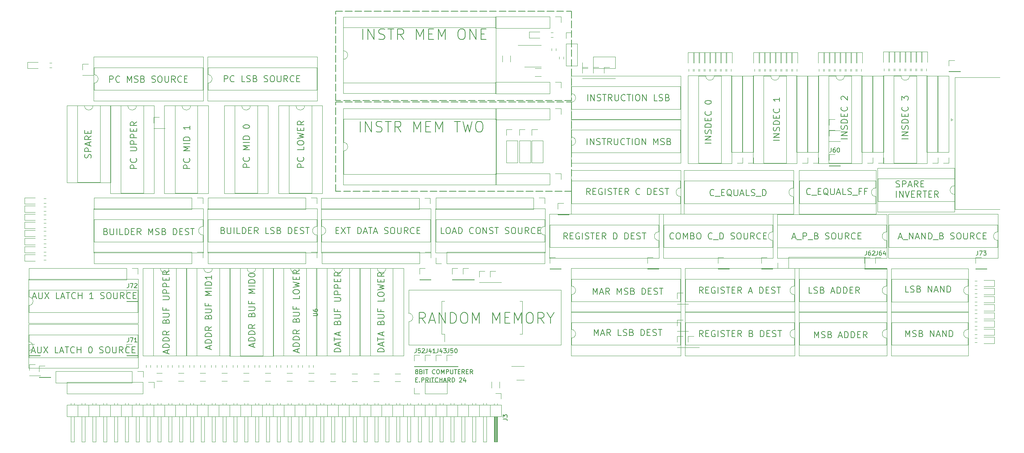
<source format=gbr>
%TF.GenerationSoftware,KiCad,Pcbnew,7.0.5*%
%TF.CreationDate,2024-08-20T05:02:14-04:00*%
%TF.ProjectId,processor_attempt_1,70726f63-6573-4736-9f72-5f617474656d,rev?*%
%TF.SameCoordinates,Original*%
%TF.FileFunction,Legend,Top*%
%TF.FilePolarity,Positive*%
%FSLAX46Y46*%
G04 Gerber Fmt 4.6, Leading zero omitted, Abs format (unit mm)*
G04 Created by KiCad (PCBNEW 7.0.5) date 2024-08-20 05:02:14*
%MOMM*%
%LPD*%
G01*
G04 APERTURE LIST*
%ADD10C,0.150000*%
%ADD11C,0.120000*%
G04 APERTURE END LIST*
D10*
X97155000Y-41592500D02*
X98805000Y-41592500D01*
X99405000Y-41592500D02*
X101055000Y-41592500D01*
X101655000Y-41592500D02*
X103305000Y-41592500D01*
X103905000Y-41592500D02*
X105555000Y-41592500D01*
X106155000Y-41592500D02*
X107805000Y-41592500D01*
X108405000Y-41592500D02*
X110055000Y-41592500D01*
X110655000Y-41592500D02*
X112305000Y-41592500D01*
X112905000Y-41592500D02*
X114555000Y-41592500D01*
X115155000Y-41592500D02*
X116805000Y-41592500D01*
X117405000Y-41592500D02*
X119055000Y-41592500D01*
X119655000Y-41592500D02*
X121305000Y-41592500D01*
X121905000Y-41592500D02*
X123555000Y-41592500D01*
X124155000Y-41592500D02*
X125805000Y-41592500D01*
X126405000Y-41592500D02*
X128055000Y-41592500D01*
X128655000Y-41592500D02*
X130305000Y-41592500D01*
X130905000Y-41592500D02*
X132555000Y-41592500D01*
X133155000Y-41592500D02*
X134805000Y-41592500D01*
X135405000Y-41592500D02*
X137055000Y-41592500D01*
X137655000Y-41592500D02*
X139305000Y-41592500D01*
X139905000Y-41592500D02*
X141555000Y-41592500D01*
X142155000Y-41592500D02*
X143805000Y-41592500D01*
X144405000Y-41592500D02*
X146055000Y-41592500D01*
X146655000Y-41592500D02*
X148305000Y-41592500D01*
X148905000Y-41592500D02*
X150555000Y-41592500D01*
X151155000Y-41592500D02*
X152400000Y-41592500D01*
X152400000Y-41592500D02*
X152400000Y-43242500D01*
X152400000Y-43842500D02*
X152400000Y-45492500D01*
X152400000Y-46092500D02*
X152400000Y-47742500D01*
X152400000Y-48342500D02*
X152400000Y-49992500D01*
X152400000Y-50592500D02*
X152400000Y-52242500D01*
X152400000Y-52842500D02*
X152400000Y-54492500D01*
X152400000Y-55092500D02*
X152400000Y-56742500D01*
X152400000Y-57342500D02*
X152400000Y-58992500D01*
X152400000Y-59592500D02*
X152400000Y-61242500D01*
X152400000Y-61842500D02*
X152400000Y-62547500D01*
X152400000Y-62547500D02*
X150750000Y-62547500D01*
X150150000Y-62547500D02*
X148500000Y-62547500D01*
X147900000Y-62547500D02*
X146250000Y-62547500D01*
X145650000Y-62547500D02*
X144000000Y-62547500D01*
X143400000Y-62547500D02*
X141750000Y-62547500D01*
X141150000Y-62547500D02*
X139500000Y-62547500D01*
X138900000Y-62547500D02*
X137250000Y-62547500D01*
X136650000Y-62547500D02*
X135000000Y-62547500D01*
X134400000Y-62547500D02*
X132750000Y-62547500D01*
X132150000Y-62547500D02*
X130500000Y-62547500D01*
X129900000Y-62547500D02*
X128250000Y-62547500D01*
X127650000Y-62547500D02*
X126000000Y-62547500D01*
X125400000Y-62547500D02*
X123750000Y-62547500D01*
X123150000Y-62547500D02*
X121500000Y-62547500D01*
X120900000Y-62547500D02*
X119250000Y-62547500D01*
X118650000Y-62547500D02*
X117000000Y-62547500D01*
X116400000Y-62547500D02*
X114750000Y-62547500D01*
X114150000Y-62547500D02*
X112500000Y-62547500D01*
X111900000Y-62547500D02*
X110250000Y-62547500D01*
X109650000Y-62547500D02*
X108000000Y-62547500D01*
X107400000Y-62547500D02*
X105750000Y-62547500D01*
X105150000Y-62547500D02*
X103500000Y-62547500D01*
X102900000Y-62547500D02*
X101250000Y-62547500D01*
X100650000Y-62547500D02*
X99000000Y-62547500D01*
X98400000Y-62547500D02*
X97155000Y-62547500D01*
X97155000Y-62547500D02*
X97155000Y-60897500D01*
X97155000Y-60297500D02*
X97155000Y-58647500D01*
X97155000Y-58047500D02*
X97155000Y-56397500D01*
X97155000Y-55797500D02*
X97155000Y-54147500D01*
X97155000Y-53547500D02*
X97155000Y-51897500D01*
X97155000Y-51297500D02*
X97155000Y-49647500D01*
X97155000Y-49047500D02*
X97155000Y-47397500D01*
X97155000Y-46797500D02*
X97155000Y-45147500D01*
X97155000Y-44547500D02*
X97155000Y-42897500D01*
X97155000Y-42297500D02*
X97155000Y-41592500D01*
X97155000Y-20320000D02*
X98805000Y-20320000D01*
X99405000Y-20320000D02*
X101055000Y-20320000D01*
X101655000Y-20320000D02*
X103305000Y-20320000D01*
X103905000Y-20320000D02*
X105555000Y-20320000D01*
X106155000Y-20320000D02*
X107805000Y-20320000D01*
X108405000Y-20320000D02*
X110055000Y-20320000D01*
X110655000Y-20320000D02*
X112305000Y-20320000D01*
X112905000Y-20320000D02*
X114555000Y-20320000D01*
X115155000Y-20320000D02*
X116805000Y-20320000D01*
X117405000Y-20320000D02*
X119055000Y-20320000D01*
X119655000Y-20320000D02*
X121305000Y-20320000D01*
X121905000Y-20320000D02*
X123555000Y-20320000D01*
X124155000Y-20320000D02*
X125805000Y-20320000D01*
X126405000Y-20320000D02*
X128055000Y-20320000D01*
X128655000Y-20320000D02*
X130305000Y-20320000D01*
X130905000Y-20320000D02*
X132555000Y-20320000D01*
X133155000Y-20320000D02*
X134805000Y-20320000D01*
X135405000Y-20320000D02*
X137055000Y-20320000D01*
X137655000Y-20320000D02*
X139305000Y-20320000D01*
X139905000Y-20320000D02*
X141555000Y-20320000D01*
X142155000Y-20320000D02*
X143805000Y-20320000D01*
X144405000Y-20320000D02*
X146055000Y-20320000D01*
X146655000Y-20320000D02*
X148305000Y-20320000D01*
X148905000Y-20320000D02*
X150555000Y-20320000D01*
X151155000Y-20320000D02*
X152400000Y-20320000D01*
X152400000Y-20320000D02*
X152400000Y-21970000D01*
X152400000Y-22570000D02*
X152400000Y-24220000D01*
X152400000Y-24820000D02*
X152400000Y-26470000D01*
X152400000Y-27070000D02*
X152400000Y-28720000D01*
X152400000Y-29320000D02*
X152400000Y-30970000D01*
X152400000Y-31570000D02*
X152400000Y-33220000D01*
X152400000Y-33820000D02*
X152400000Y-35470000D01*
X152400000Y-36070000D02*
X152400000Y-37720000D01*
X152400000Y-38320000D02*
X152400000Y-39970000D01*
X152400000Y-40570000D02*
X152400000Y-41275000D01*
X152400000Y-41275000D02*
X150750000Y-41275000D01*
X150150000Y-41275000D02*
X148500000Y-41275000D01*
X147900000Y-41275000D02*
X146250000Y-41275000D01*
X145650000Y-41275000D02*
X144000000Y-41275000D01*
X143400000Y-41275000D02*
X141750000Y-41275000D01*
X141150000Y-41275000D02*
X139500000Y-41275000D01*
X138900000Y-41275000D02*
X137250000Y-41275000D01*
X136650000Y-41275000D02*
X135000000Y-41275000D01*
X134400000Y-41275000D02*
X132750000Y-41275000D01*
X132150000Y-41275000D02*
X130500000Y-41275000D01*
X129900000Y-41275000D02*
X128250000Y-41275000D01*
X127650000Y-41275000D02*
X126000000Y-41275000D01*
X125400000Y-41275000D02*
X123750000Y-41275000D01*
X123150000Y-41275000D02*
X121500000Y-41275000D01*
X120900000Y-41275000D02*
X119250000Y-41275000D01*
X118650000Y-41275000D02*
X117000000Y-41275000D01*
X116400000Y-41275000D02*
X114750000Y-41275000D01*
X114150000Y-41275000D02*
X112500000Y-41275000D01*
X111900000Y-41275000D02*
X110250000Y-41275000D01*
X109650000Y-41275000D02*
X108000000Y-41275000D01*
X107400000Y-41275000D02*
X105750000Y-41275000D01*
X105150000Y-41275000D02*
X103500000Y-41275000D01*
X102900000Y-41275000D02*
X101250000Y-41275000D01*
X100650000Y-41275000D02*
X99000000Y-41275000D01*
X98400000Y-41275000D02*
X97155000Y-41275000D01*
X97155000Y-41275000D02*
X97155000Y-39625000D01*
X97155000Y-39025000D02*
X97155000Y-37375000D01*
X97155000Y-36775000D02*
X97155000Y-35125000D01*
X97155000Y-34525000D02*
X97155000Y-32875000D01*
X97155000Y-32275000D02*
X97155000Y-30625000D01*
X97155000Y-30025000D02*
X97155000Y-28375000D01*
X97155000Y-27775000D02*
X97155000Y-26125000D01*
X97155000Y-25525000D02*
X97155000Y-23875000D01*
X97155000Y-23275000D02*
X97155000Y-21625000D01*
X97155000Y-21025000D02*
X97155000Y-20320000D01*
X108520628Y-100128173D02*
X107020628Y-100128173D01*
X107020628Y-100128173D02*
X107020628Y-99771030D01*
X107020628Y-99771030D02*
X107092057Y-99556744D01*
X107092057Y-99556744D02*
X107234914Y-99413887D01*
X107234914Y-99413887D02*
X107377771Y-99342458D01*
X107377771Y-99342458D02*
X107663485Y-99271030D01*
X107663485Y-99271030D02*
X107877771Y-99271030D01*
X107877771Y-99271030D02*
X108163485Y-99342458D01*
X108163485Y-99342458D02*
X108306342Y-99413887D01*
X108306342Y-99413887D02*
X108449200Y-99556744D01*
X108449200Y-99556744D02*
X108520628Y-99771030D01*
X108520628Y-99771030D02*
X108520628Y-100128173D01*
X108092057Y-98699601D02*
X108092057Y-97985316D01*
X108520628Y-98842458D02*
X107020628Y-98342458D01*
X107020628Y-98342458D02*
X108520628Y-97842458D01*
X107020628Y-97556744D02*
X107020628Y-96699602D01*
X108520628Y-97128173D02*
X107020628Y-97128173D01*
X108092057Y-96271030D02*
X108092057Y-95556745D01*
X108520628Y-96413887D02*
X107020628Y-95913887D01*
X107020628Y-95913887D02*
X108520628Y-95413887D01*
X107734914Y-93271031D02*
X107806342Y-93056745D01*
X107806342Y-93056745D02*
X107877771Y-92985316D01*
X107877771Y-92985316D02*
X108020628Y-92913888D01*
X108020628Y-92913888D02*
X108234914Y-92913888D01*
X108234914Y-92913888D02*
X108377771Y-92985316D01*
X108377771Y-92985316D02*
X108449200Y-93056745D01*
X108449200Y-93056745D02*
X108520628Y-93199602D01*
X108520628Y-93199602D02*
X108520628Y-93771031D01*
X108520628Y-93771031D02*
X107020628Y-93771031D01*
X107020628Y-93771031D02*
X107020628Y-93271031D01*
X107020628Y-93271031D02*
X107092057Y-93128174D01*
X107092057Y-93128174D02*
X107163485Y-93056745D01*
X107163485Y-93056745D02*
X107306342Y-92985316D01*
X107306342Y-92985316D02*
X107449200Y-92985316D01*
X107449200Y-92985316D02*
X107592057Y-93056745D01*
X107592057Y-93056745D02*
X107663485Y-93128174D01*
X107663485Y-93128174D02*
X107734914Y-93271031D01*
X107734914Y-93271031D02*
X107734914Y-93771031D01*
X107020628Y-92271031D02*
X108234914Y-92271031D01*
X108234914Y-92271031D02*
X108377771Y-92199602D01*
X108377771Y-92199602D02*
X108449200Y-92128174D01*
X108449200Y-92128174D02*
X108520628Y-91985316D01*
X108520628Y-91985316D02*
X108520628Y-91699602D01*
X108520628Y-91699602D02*
X108449200Y-91556745D01*
X108449200Y-91556745D02*
X108377771Y-91485316D01*
X108377771Y-91485316D02*
X108234914Y-91413888D01*
X108234914Y-91413888D02*
X107020628Y-91413888D01*
X107734914Y-90199602D02*
X107734914Y-90699602D01*
X108520628Y-90699602D02*
X107020628Y-90699602D01*
X107020628Y-90699602D02*
X107020628Y-89985316D01*
X108520628Y-87556745D02*
X108520628Y-88271031D01*
X108520628Y-88271031D02*
X107020628Y-88271031D01*
X107020628Y-86771030D02*
X107020628Y-86485316D01*
X107020628Y-86485316D02*
X107092057Y-86342459D01*
X107092057Y-86342459D02*
X107234914Y-86199602D01*
X107234914Y-86199602D02*
X107520628Y-86128173D01*
X107520628Y-86128173D02*
X108020628Y-86128173D01*
X108020628Y-86128173D02*
X108306342Y-86199602D01*
X108306342Y-86199602D02*
X108449200Y-86342459D01*
X108449200Y-86342459D02*
X108520628Y-86485316D01*
X108520628Y-86485316D02*
X108520628Y-86771030D01*
X108520628Y-86771030D02*
X108449200Y-86913888D01*
X108449200Y-86913888D02*
X108306342Y-87056745D01*
X108306342Y-87056745D02*
X108020628Y-87128173D01*
X108020628Y-87128173D02*
X107520628Y-87128173D01*
X107520628Y-87128173D02*
X107234914Y-87056745D01*
X107234914Y-87056745D02*
X107092057Y-86913888D01*
X107092057Y-86913888D02*
X107020628Y-86771030D01*
X107020628Y-85628173D02*
X108520628Y-85271030D01*
X108520628Y-85271030D02*
X107449200Y-84985316D01*
X107449200Y-84985316D02*
X108520628Y-84699601D01*
X108520628Y-84699601D02*
X107020628Y-84342459D01*
X107734914Y-83771030D02*
X107734914Y-83271030D01*
X108520628Y-83056744D02*
X108520628Y-83771030D01*
X108520628Y-83771030D02*
X107020628Y-83771030D01*
X107020628Y-83771030D02*
X107020628Y-83056744D01*
X108520628Y-81556744D02*
X107806342Y-82056744D01*
X108520628Y-82413887D02*
X107020628Y-82413887D01*
X107020628Y-82413887D02*
X107020628Y-81842458D01*
X107020628Y-81842458D02*
X107092057Y-81699601D01*
X107092057Y-81699601D02*
X107163485Y-81628172D01*
X107163485Y-81628172D02*
X107306342Y-81556744D01*
X107306342Y-81556744D02*
X107520628Y-81556744D01*
X107520628Y-81556744D02*
X107663485Y-81628172D01*
X107663485Y-81628172D02*
X107734914Y-81699601D01*
X107734914Y-81699601D02*
X107806342Y-81842458D01*
X107806342Y-81842458D02*
X107806342Y-82413887D01*
X231202628Y-50217173D02*
X229702628Y-50217173D01*
X231202628Y-49502887D02*
X229702628Y-49502887D01*
X229702628Y-49502887D02*
X231202628Y-48645744D01*
X231202628Y-48645744D02*
X229702628Y-48645744D01*
X231131200Y-48002886D02*
X231202628Y-47788601D01*
X231202628Y-47788601D02*
X231202628Y-47431458D01*
X231202628Y-47431458D02*
X231131200Y-47288601D01*
X231131200Y-47288601D02*
X231059771Y-47217172D01*
X231059771Y-47217172D02*
X230916914Y-47145743D01*
X230916914Y-47145743D02*
X230774057Y-47145743D01*
X230774057Y-47145743D02*
X230631200Y-47217172D01*
X230631200Y-47217172D02*
X230559771Y-47288601D01*
X230559771Y-47288601D02*
X230488342Y-47431458D01*
X230488342Y-47431458D02*
X230416914Y-47717172D01*
X230416914Y-47717172D02*
X230345485Y-47860029D01*
X230345485Y-47860029D02*
X230274057Y-47931458D01*
X230274057Y-47931458D02*
X230131200Y-48002886D01*
X230131200Y-48002886D02*
X229988342Y-48002886D01*
X229988342Y-48002886D02*
X229845485Y-47931458D01*
X229845485Y-47931458D02*
X229774057Y-47860029D01*
X229774057Y-47860029D02*
X229702628Y-47717172D01*
X229702628Y-47717172D02*
X229702628Y-47360029D01*
X229702628Y-47360029D02*
X229774057Y-47145743D01*
X231202628Y-46502887D02*
X229702628Y-46502887D01*
X229702628Y-46502887D02*
X229702628Y-46145744D01*
X229702628Y-46145744D02*
X229774057Y-45931458D01*
X229774057Y-45931458D02*
X229916914Y-45788601D01*
X229916914Y-45788601D02*
X230059771Y-45717172D01*
X230059771Y-45717172D02*
X230345485Y-45645744D01*
X230345485Y-45645744D02*
X230559771Y-45645744D01*
X230559771Y-45645744D02*
X230845485Y-45717172D01*
X230845485Y-45717172D02*
X230988342Y-45788601D01*
X230988342Y-45788601D02*
X231131200Y-45931458D01*
X231131200Y-45931458D02*
X231202628Y-46145744D01*
X231202628Y-46145744D02*
X231202628Y-46502887D01*
X230416914Y-45002887D02*
X230416914Y-44502887D01*
X231202628Y-44288601D02*
X231202628Y-45002887D01*
X231202628Y-45002887D02*
X229702628Y-45002887D01*
X229702628Y-45002887D02*
X229702628Y-44288601D01*
X231059771Y-42788601D02*
X231131200Y-42860029D01*
X231131200Y-42860029D02*
X231202628Y-43074315D01*
X231202628Y-43074315D02*
X231202628Y-43217172D01*
X231202628Y-43217172D02*
X231131200Y-43431458D01*
X231131200Y-43431458D02*
X230988342Y-43574315D01*
X230988342Y-43574315D02*
X230845485Y-43645744D01*
X230845485Y-43645744D02*
X230559771Y-43717172D01*
X230559771Y-43717172D02*
X230345485Y-43717172D01*
X230345485Y-43717172D02*
X230059771Y-43645744D01*
X230059771Y-43645744D02*
X229916914Y-43574315D01*
X229916914Y-43574315D02*
X229774057Y-43431458D01*
X229774057Y-43431458D02*
X229702628Y-43217172D01*
X229702628Y-43217172D02*
X229702628Y-43074315D01*
X229702628Y-43074315D02*
X229774057Y-42860029D01*
X229774057Y-42860029D02*
X229845485Y-42788601D01*
X229702628Y-41145744D02*
X229702628Y-40217172D01*
X229702628Y-40217172D02*
X230274057Y-40717172D01*
X230274057Y-40717172D02*
X230274057Y-40502887D01*
X230274057Y-40502887D02*
X230345485Y-40360030D01*
X230345485Y-40360030D02*
X230416914Y-40288601D01*
X230416914Y-40288601D02*
X230559771Y-40217172D01*
X230559771Y-40217172D02*
X230916914Y-40217172D01*
X230916914Y-40217172D02*
X231059771Y-40288601D01*
X231059771Y-40288601D02*
X231131200Y-40360030D01*
X231131200Y-40360030D02*
X231202628Y-40502887D01*
X231202628Y-40502887D02*
X231202628Y-40931458D01*
X231202628Y-40931458D02*
X231131200Y-41074315D01*
X231131200Y-41074315D02*
X231059771Y-41145744D01*
X176318969Y-73579771D02*
X176247541Y-73651200D01*
X176247541Y-73651200D02*
X176033255Y-73722628D01*
X176033255Y-73722628D02*
X175890398Y-73722628D01*
X175890398Y-73722628D02*
X175676112Y-73651200D01*
X175676112Y-73651200D02*
X175533255Y-73508342D01*
X175533255Y-73508342D02*
X175461826Y-73365485D01*
X175461826Y-73365485D02*
X175390398Y-73079771D01*
X175390398Y-73079771D02*
X175390398Y-72865485D01*
X175390398Y-72865485D02*
X175461826Y-72579771D01*
X175461826Y-72579771D02*
X175533255Y-72436914D01*
X175533255Y-72436914D02*
X175676112Y-72294057D01*
X175676112Y-72294057D02*
X175890398Y-72222628D01*
X175890398Y-72222628D02*
X176033255Y-72222628D01*
X176033255Y-72222628D02*
X176247541Y-72294057D01*
X176247541Y-72294057D02*
X176318969Y-72365485D01*
X177247541Y-72222628D02*
X177533255Y-72222628D01*
X177533255Y-72222628D02*
X177676112Y-72294057D01*
X177676112Y-72294057D02*
X177818969Y-72436914D01*
X177818969Y-72436914D02*
X177890398Y-72722628D01*
X177890398Y-72722628D02*
X177890398Y-73222628D01*
X177890398Y-73222628D02*
X177818969Y-73508342D01*
X177818969Y-73508342D02*
X177676112Y-73651200D01*
X177676112Y-73651200D02*
X177533255Y-73722628D01*
X177533255Y-73722628D02*
X177247541Y-73722628D01*
X177247541Y-73722628D02*
X177104684Y-73651200D01*
X177104684Y-73651200D02*
X176961826Y-73508342D01*
X176961826Y-73508342D02*
X176890398Y-73222628D01*
X176890398Y-73222628D02*
X176890398Y-72722628D01*
X176890398Y-72722628D02*
X176961826Y-72436914D01*
X176961826Y-72436914D02*
X177104684Y-72294057D01*
X177104684Y-72294057D02*
X177247541Y-72222628D01*
X178533255Y-73722628D02*
X178533255Y-72222628D01*
X178533255Y-72222628D02*
X179033255Y-73294057D01*
X179033255Y-73294057D02*
X179533255Y-72222628D01*
X179533255Y-72222628D02*
X179533255Y-73722628D01*
X180747541Y-72936914D02*
X180961827Y-73008342D01*
X180961827Y-73008342D02*
X181033256Y-73079771D01*
X181033256Y-73079771D02*
X181104684Y-73222628D01*
X181104684Y-73222628D02*
X181104684Y-73436914D01*
X181104684Y-73436914D02*
X181033256Y-73579771D01*
X181033256Y-73579771D02*
X180961827Y-73651200D01*
X180961827Y-73651200D02*
X180818970Y-73722628D01*
X180818970Y-73722628D02*
X180247541Y-73722628D01*
X180247541Y-73722628D02*
X180247541Y-72222628D01*
X180247541Y-72222628D02*
X180747541Y-72222628D01*
X180747541Y-72222628D02*
X180890399Y-72294057D01*
X180890399Y-72294057D02*
X180961827Y-72365485D01*
X180961827Y-72365485D02*
X181033256Y-72508342D01*
X181033256Y-72508342D02*
X181033256Y-72651200D01*
X181033256Y-72651200D02*
X180961827Y-72794057D01*
X180961827Y-72794057D02*
X180890399Y-72865485D01*
X180890399Y-72865485D02*
X180747541Y-72936914D01*
X180747541Y-72936914D02*
X180247541Y-72936914D01*
X182033256Y-72222628D02*
X182318970Y-72222628D01*
X182318970Y-72222628D02*
X182461827Y-72294057D01*
X182461827Y-72294057D02*
X182604684Y-72436914D01*
X182604684Y-72436914D02*
X182676113Y-72722628D01*
X182676113Y-72722628D02*
X182676113Y-73222628D01*
X182676113Y-73222628D02*
X182604684Y-73508342D01*
X182604684Y-73508342D02*
X182461827Y-73651200D01*
X182461827Y-73651200D02*
X182318970Y-73722628D01*
X182318970Y-73722628D02*
X182033256Y-73722628D01*
X182033256Y-73722628D02*
X181890399Y-73651200D01*
X181890399Y-73651200D02*
X181747541Y-73508342D01*
X181747541Y-73508342D02*
X181676113Y-73222628D01*
X181676113Y-73222628D02*
X181676113Y-72722628D01*
X181676113Y-72722628D02*
X181747541Y-72436914D01*
X181747541Y-72436914D02*
X181890399Y-72294057D01*
X181890399Y-72294057D02*
X182033256Y-72222628D01*
X185318970Y-73579771D02*
X185247542Y-73651200D01*
X185247542Y-73651200D02*
X185033256Y-73722628D01*
X185033256Y-73722628D02*
X184890399Y-73722628D01*
X184890399Y-73722628D02*
X184676113Y-73651200D01*
X184676113Y-73651200D02*
X184533256Y-73508342D01*
X184533256Y-73508342D02*
X184461827Y-73365485D01*
X184461827Y-73365485D02*
X184390399Y-73079771D01*
X184390399Y-73079771D02*
X184390399Y-72865485D01*
X184390399Y-72865485D02*
X184461827Y-72579771D01*
X184461827Y-72579771D02*
X184533256Y-72436914D01*
X184533256Y-72436914D02*
X184676113Y-72294057D01*
X184676113Y-72294057D02*
X184890399Y-72222628D01*
X184890399Y-72222628D02*
X185033256Y-72222628D01*
X185033256Y-72222628D02*
X185247542Y-72294057D01*
X185247542Y-72294057D02*
X185318970Y-72365485D01*
X185604685Y-73865485D02*
X186747542Y-73865485D01*
X187104684Y-73722628D02*
X187104684Y-72222628D01*
X187104684Y-72222628D02*
X187461827Y-72222628D01*
X187461827Y-72222628D02*
X187676113Y-72294057D01*
X187676113Y-72294057D02*
X187818970Y-72436914D01*
X187818970Y-72436914D02*
X187890399Y-72579771D01*
X187890399Y-72579771D02*
X187961827Y-72865485D01*
X187961827Y-72865485D02*
X187961827Y-73079771D01*
X187961827Y-73079771D02*
X187890399Y-73365485D01*
X187890399Y-73365485D02*
X187818970Y-73508342D01*
X187818970Y-73508342D02*
X187676113Y-73651200D01*
X187676113Y-73651200D02*
X187461827Y-73722628D01*
X187461827Y-73722628D02*
X187104684Y-73722628D01*
X189676113Y-73651200D02*
X189890399Y-73722628D01*
X189890399Y-73722628D02*
X190247541Y-73722628D01*
X190247541Y-73722628D02*
X190390399Y-73651200D01*
X190390399Y-73651200D02*
X190461827Y-73579771D01*
X190461827Y-73579771D02*
X190533256Y-73436914D01*
X190533256Y-73436914D02*
X190533256Y-73294057D01*
X190533256Y-73294057D02*
X190461827Y-73151200D01*
X190461827Y-73151200D02*
X190390399Y-73079771D01*
X190390399Y-73079771D02*
X190247541Y-73008342D01*
X190247541Y-73008342D02*
X189961827Y-72936914D01*
X189961827Y-72936914D02*
X189818970Y-72865485D01*
X189818970Y-72865485D02*
X189747541Y-72794057D01*
X189747541Y-72794057D02*
X189676113Y-72651200D01*
X189676113Y-72651200D02*
X189676113Y-72508342D01*
X189676113Y-72508342D02*
X189747541Y-72365485D01*
X189747541Y-72365485D02*
X189818970Y-72294057D01*
X189818970Y-72294057D02*
X189961827Y-72222628D01*
X189961827Y-72222628D02*
X190318970Y-72222628D01*
X190318970Y-72222628D02*
X190533256Y-72294057D01*
X191461827Y-72222628D02*
X191747541Y-72222628D01*
X191747541Y-72222628D02*
X191890398Y-72294057D01*
X191890398Y-72294057D02*
X192033255Y-72436914D01*
X192033255Y-72436914D02*
X192104684Y-72722628D01*
X192104684Y-72722628D02*
X192104684Y-73222628D01*
X192104684Y-73222628D02*
X192033255Y-73508342D01*
X192033255Y-73508342D02*
X191890398Y-73651200D01*
X191890398Y-73651200D02*
X191747541Y-73722628D01*
X191747541Y-73722628D02*
X191461827Y-73722628D01*
X191461827Y-73722628D02*
X191318970Y-73651200D01*
X191318970Y-73651200D02*
X191176112Y-73508342D01*
X191176112Y-73508342D02*
X191104684Y-73222628D01*
X191104684Y-73222628D02*
X191104684Y-72722628D01*
X191104684Y-72722628D02*
X191176112Y-72436914D01*
X191176112Y-72436914D02*
X191318970Y-72294057D01*
X191318970Y-72294057D02*
X191461827Y-72222628D01*
X192747541Y-72222628D02*
X192747541Y-73436914D01*
X192747541Y-73436914D02*
X192818970Y-73579771D01*
X192818970Y-73579771D02*
X192890399Y-73651200D01*
X192890399Y-73651200D02*
X193033256Y-73722628D01*
X193033256Y-73722628D02*
X193318970Y-73722628D01*
X193318970Y-73722628D02*
X193461827Y-73651200D01*
X193461827Y-73651200D02*
X193533256Y-73579771D01*
X193533256Y-73579771D02*
X193604684Y-73436914D01*
X193604684Y-73436914D02*
X193604684Y-72222628D01*
X195176113Y-73722628D02*
X194676113Y-73008342D01*
X194318970Y-73722628D02*
X194318970Y-72222628D01*
X194318970Y-72222628D02*
X194890399Y-72222628D01*
X194890399Y-72222628D02*
X195033256Y-72294057D01*
X195033256Y-72294057D02*
X195104685Y-72365485D01*
X195104685Y-72365485D02*
X195176113Y-72508342D01*
X195176113Y-72508342D02*
X195176113Y-72722628D01*
X195176113Y-72722628D02*
X195104685Y-72865485D01*
X195104685Y-72865485D02*
X195033256Y-72936914D01*
X195033256Y-72936914D02*
X194890399Y-73008342D01*
X194890399Y-73008342D02*
X194318970Y-73008342D01*
X196676113Y-73579771D02*
X196604685Y-73651200D01*
X196604685Y-73651200D02*
X196390399Y-73722628D01*
X196390399Y-73722628D02*
X196247542Y-73722628D01*
X196247542Y-73722628D02*
X196033256Y-73651200D01*
X196033256Y-73651200D02*
X195890399Y-73508342D01*
X195890399Y-73508342D02*
X195818970Y-73365485D01*
X195818970Y-73365485D02*
X195747542Y-73079771D01*
X195747542Y-73079771D02*
X195747542Y-72865485D01*
X195747542Y-72865485D02*
X195818970Y-72579771D01*
X195818970Y-72579771D02*
X195890399Y-72436914D01*
X195890399Y-72436914D02*
X196033256Y-72294057D01*
X196033256Y-72294057D02*
X196247542Y-72222628D01*
X196247542Y-72222628D02*
X196390399Y-72222628D01*
X196390399Y-72222628D02*
X196604685Y-72294057D01*
X196604685Y-72294057D02*
X196676113Y-72365485D01*
X197318970Y-72936914D02*
X197818970Y-72936914D01*
X198033256Y-73722628D02*
X197318970Y-73722628D01*
X197318970Y-73722628D02*
X197318970Y-72222628D01*
X197318970Y-72222628D02*
X198033256Y-72222628D01*
X231294112Y-86168628D02*
X230579826Y-86168628D01*
X230579826Y-86168628D02*
X230579826Y-84668628D01*
X231722684Y-86097200D02*
X231936970Y-86168628D01*
X231936970Y-86168628D02*
X232294112Y-86168628D01*
X232294112Y-86168628D02*
X232436970Y-86097200D01*
X232436970Y-86097200D02*
X232508398Y-86025771D01*
X232508398Y-86025771D02*
X232579827Y-85882914D01*
X232579827Y-85882914D02*
X232579827Y-85740057D01*
X232579827Y-85740057D02*
X232508398Y-85597200D01*
X232508398Y-85597200D02*
X232436970Y-85525771D01*
X232436970Y-85525771D02*
X232294112Y-85454342D01*
X232294112Y-85454342D02*
X232008398Y-85382914D01*
X232008398Y-85382914D02*
X231865541Y-85311485D01*
X231865541Y-85311485D02*
X231794112Y-85240057D01*
X231794112Y-85240057D02*
X231722684Y-85097200D01*
X231722684Y-85097200D02*
X231722684Y-84954342D01*
X231722684Y-84954342D02*
X231794112Y-84811485D01*
X231794112Y-84811485D02*
X231865541Y-84740057D01*
X231865541Y-84740057D02*
X232008398Y-84668628D01*
X232008398Y-84668628D02*
X232365541Y-84668628D01*
X232365541Y-84668628D02*
X232579827Y-84740057D01*
X233722683Y-85382914D02*
X233936969Y-85454342D01*
X233936969Y-85454342D02*
X234008398Y-85525771D01*
X234008398Y-85525771D02*
X234079826Y-85668628D01*
X234079826Y-85668628D02*
X234079826Y-85882914D01*
X234079826Y-85882914D02*
X234008398Y-86025771D01*
X234008398Y-86025771D02*
X233936969Y-86097200D01*
X233936969Y-86097200D02*
X233794112Y-86168628D01*
X233794112Y-86168628D02*
X233222683Y-86168628D01*
X233222683Y-86168628D02*
X233222683Y-84668628D01*
X233222683Y-84668628D02*
X233722683Y-84668628D01*
X233722683Y-84668628D02*
X233865541Y-84740057D01*
X233865541Y-84740057D02*
X233936969Y-84811485D01*
X233936969Y-84811485D02*
X234008398Y-84954342D01*
X234008398Y-84954342D02*
X234008398Y-85097200D01*
X234008398Y-85097200D02*
X233936969Y-85240057D01*
X233936969Y-85240057D02*
X233865541Y-85311485D01*
X233865541Y-85311485D02*
X233722683Y-85382914D01*
X233722683Y-85382914D02*
X233222683Y-85382914D01*
X235865540Y-86168628D02*
X235865540Y-84668628D01*
X235865540Y-84668628D02*
X236722683Y-86168628D01*
X236722683Y-86168628D02*
X236722683Y-84668628D01*
X237365541Y-85740057D02*
X238079827Y-85740057D01*
X237222684Y-86168628D02*
X237722684Y-84668628D01*
X237722684Y-84668628D02*
X238222684Y-86168628D01*
X238722683Y-86168628D02*
X238722683Y-84668628D01*
X238722683Y-84668628D02*
X239579826Y-86168628D01*
X239579826Y-86168628D02*
X239579826Y-84668628D01*
X240294112Y-86168628D02*
X240294112Y-84668628D01*
X240294112Y-84668628D02*
X240651255Y-84668628D01*
X240651255Y-84668628D02*
X240865541Y-84740057D01*
X240865541Y-84740057D02*
X241008398Y-84882914D01*
X241008398Y-84882914D02*
X241079827Y-85025771D01*
X241079827Y-85025771D02*
X241151255Y-85311485D01*
X241151255Y-85311485D02*
X241151255Y-85525771D01*
X241151255Y-85525771D02*
X241079827Y-85811485D01*
X241079827Y-85811485D02*
X241008398Y-85954342D01*
X241008398Y-85954342D02*
X240865541Y-86097200D01*
X240865541Y-86097200D02*
X240651255Y-86168628D01*
X240651255Y-86168628D02*
X240294112Y-86168628D01*
X156760969Y-63308628D02*
X156260969Y-62594342D01*
X155903826Y-63308628D02*
X155903826Y-61808628D01*
X155903826Y-61808628D02*
X156475255Y-61808628D01*
X156475255Y-61808628D02*
X156618112Y-61880057D01*
X156618112Y-61880057D02*
X156689541Y-61951485D01*
X156689541Y-61951485D02*
X156760969Y-62094342D01*
X156760969Y-62094342D02*
X156760969Y-62308628D01*
X156760969Y-62308628D02*
X156689541Y-62451485D01*
X156689541Y-62451485D02*
X156618112Y-62522914D01*
X156618112Y-62522914D02*
X156475255Y-62594342D01*
X156475255Y-62594342D02*
X155903826Y-62594342D01*
X157403826Y-62522914D02*
X157903826Y-62522914D01*
X158118112Y-63308628D02*
X157403826Y-63308628D01*
X157403826Y-63308628D02*
X157403826Y-61808628D01*
X157403826Y-61808628D02*
X158118112Y-61808628D01*
X159546684Y-61880057D02*
X159403827Y-61808628D01*
X159403827Y-61808628D02*
X159189541Y-61808628D01*
X159189541Y-61808628D02*
X158975255Y-61880057D01*
X158975255Y-61880057D02*
X158832398Y-62022914D01*
X158832398Y-62022914D02*
X158760969Y-62165771D01*
X158760969Y-62165771D02*
X158689541Y-62451485D01*
X158689541Y-62451485D02*
X158689541Y-62665771D01*
X158689541Y-62665771D02*
X158760969Y-62951485D01*
X158760969Y-62951485D02*
X158832398Y-63094342D01*
X158832398Y-63094342D02*
X158975255Y-63237200D01*
X158975255Y-63237200D02*
X159189541Y-63308628D01*
X159189541Y-63308628D02*
X159332398Y-63308628D01*
X159332398Y-63308628D02*
X159546684Y-63237200D01*
X159546684Y-63237200D02*
X159618112Y-63165771D01*
X159618112Y-63165771D02*
X159618112Y-62665771D01*
X159618112Y-62665771D02*
X159332398Y-62665771D01*
X160260969Y-63308628D02*
X160260969Y-61808628D01*
X160903827Y-63237200D02*
X161118113Y-63308628D01*
X161118113Y-63308628D02*
X161475255Y-63308628D01*
X161475255Y-63308628D02*
X161618113Y-63237200D01*
X161618113Y-63237200D02*
X161689541Y-63165771D01*
X161689541Y-63165771D02*
X161760970Y-63022914D01*
X161760970Y-63022914D02*
X161760970Y-62880057D01*
X161760970Y-62880057D02*
X161689541Y-62737200D01*
X161689541Y-62737200D02*
X161618113Y-62665771D01*
X161618113Y-62665771D02*
X161475255Y-62594342D01*
X161475255Y-62594342D02*
X161189541Y-62522914D01*
X161189541Y-62522914D02*
X161046684Y-62451485D01*
X161046684Y-62451485D02*
X160975255Y-62380057D01*
X160975255Y-62380057D02*
X160903827Y-62237200D01*
X160903827Y-62237200D02*
X160903827Y-62094342D01*
X160903827Y-62094342D02*
X160975255Y-61951485D01*
X160975255Y-61951485D02*
X161046684Y-61880057D01*
X161046684Y-61880057D02*
X161189541Y-61808628D01*
X161189541Y-61808628D02*
X161546684Y-61808628D01*
X161546684Y-61808628D02*
X161760970Y-61880057D01*
X162189541Y-61808628D02*
X163046684Y-61808628D01*
X162618112Y-63308628D02*
X162618112Y-61808628D01*
X163546683Y-62522914D02*
X164046683Y-62522914D01*
X164260969Y-63308628D02*
X163546683Y-63308628D01*
X163546683Y-63308628D02*
X163546683Y-61808628D01*
X163546683Y-61808628D02*
X164260969Y-61808628D01*
X165760969Y-63308628D02*
X165260969Y-62594342D01*
X164903826Y-63308628D02*
X164903826Y-61808628D01*
X164903826Y-61808628D02*
X165475255Y-61808628D01*
X165475255Y-61808628D02*
X165618112Y-61880057D01*
X165618112Y-61880057D02*
X165689541Y-61951485D01*
X165689541Y-61951485D02*
X165760969Y-62094342D01*
X165760969Y-62094342D02*
X165760969Y-62308628D01*
X165760969Y-62308628D02*
X165689541Y-62451485D01*
X165689541Y-62451485D02*
X165618112Y-62522914D01*
X165618112Y-62522914D02*
X165475255Y-62594342D01*
X165475255Y-62594342D02*
X164903826Y-62594342D01*
X168403826Y-63165771D02*
X168332398Y-63237200D01*
X168332398Y-63237200D02*
X168118112Y-63308628D01*
X168118112Y-63308628D02*
X167975255Y-63308628D01*
X167975255Y-63308628D02*
X167760969Y-63237200D01*
X167760969Y-63237200D02*
X167618112Y-63094342D01*
X167618112Y-63094342D02*
X167546683Y-62951485D01*
X167546683Y-62951485D02*
X167475255Y-62665771D01*
X167475255Y-62665771D02*
X167475255Y-62451485D01*
X167475255Y-62451485D02*
X167546683Y-62165771D01*
X167546683Y-62165771D02*
X167618112Y-62022914D01*
X167618112Y-62022914D02*
X167760969Y-61880057D01*
X167760969Y-61880057D02*
X167975255Y-61808628D01*
X167975255Y-61808628D02*
X168118112Y-61808628D01*
X168118112Y-61808628D02*
X168332398Y-61880057D01*
X168332398Y-61880057D02*
X168403826Y-61951485D01*
X170189540Y-63308628D02*
X170189540Y-61808628D01*
X170189540Y-61808628D02*
X170546683Y-61808628D01*
X170546683Y-61808628D02*
X170760969Y-61880057D01*
X170760969Y-61880057D02*
X170903826Y-62022914D01*
X170903826Y-62022914D02*
X170975255Y-62165771D01*
X170975255Y-62165771D02*
X171046683Y-62451485D01*
X171046683Y-62451485D02*
X171046683Y-62665771D01*
X171046683Y-62665771D02*
X170975255Y-62951485D01*
X170975255Y-62951485D02*
X170903826Y-63094342D01*
X170903826Y-63094342D02*
X170760969Y-63237200D01*
X170760969Y-63237200D02*
X170546683Y-63308628D01*
X170546683Y-63308628D02*
X170189540Y-63308628D01*
X171689540Y-62522914D02*
X172189540Y-62522914D01*
X172403826Y-63308628D02*
X171689540Y-63308628D01*
X171689540Y-63308628D02*
X171689540Y-61808628D01*
X171689540Y-61808628D02*
X172403826Y-61808628D01*
X172975255Y-63237200D02*
X173189541Y-63308628D01*
X173189541Y-63308628D02*
X173546683Y-63308628D01*
X173546683Y-63308628D02*
X173689541Y-63237200D01*
X173689541Y-63237200D02*
X173760969Y-63165771D01*
X173760969Y-63165771D02*
X173832398Y-63022914D01*
X173832398Y-63022914D02*
X173832398Y-62880057D01*
X173832398Y-62880057D02*
X173760969Y-62737200D01*
X173760969Y-62737200D02*
X173689541Y-62665771D01*
X173689541Y-62665771D02*
X173546683Y-62594342D01*
X173546683Y-62594342D02*
X173260969Y-62522914D01*
X173260969Y-62522914D02*
X173118112Y-62451485D01*
X173118112Y-62451485D02*
X173046683Y-62380057D01*
X173046683Y-62380057D02*
X172975255Y-62237200D01*
X172975255Y-62237200D02*
X172975255Y-62094342D01*
X172975255Y-62094342D02*
X173046683Y-61951485D01*
X173046683Y-61951485D02*
X173118112Y-61880057D01*
X173118112Y-61880057D02*
X173260969Y-61808628D01*
X173260969Y-61808628D02*
X173618112Y-61808628D01*
X173618112Y-61808628D02*
X173832398Y-61880057D01*
X174260969Y-61808628D02*
X175118112Y-61808628D01*
X174689540Y-63308628D02*
X174689540Y-61808628D01*
X57800057Y-100453601D02*
X57800057Y-99739316D01*
X58228628Y-100596458D02*
X56728628Y-100096458D01*
X56728628Y-100096458D02*
X58228628Y-99596458D01*
X58228628Y-99096459D02*
X56728628Y-99096459D01*
X56728628Y-99096459D02*
X56728628Y-98739316D01*
X56728628Y-98739316D02*
X56800057Y-98525030D01*
X56800057Y-98525030D02*
X56942914Y-98382173D01*
X56942914Y-98382173D02*
X57085771Y-98310744D01*
X57085771Y-98310744D02*
X57371485Y-98239316D01*
X57371485Y-98239316D02*
X57585771Y-98239316D01*
X57585771Y-98239316D02*
X57871485Y-98310744D01*
X57871485Y-98310744D02*
X58014342Y-98382173D01*
X58014342Y-98382173D02*
X58157200Y-98525030D01*
X58157200Y-98525030D02*
X58228628Y-98739316D01*
X58228628Y-98739316D02*
X58228628Y-99096459D01*
X58228628Y-97596459D02*
X56728628Y-97596459D01*
X56728628Y-97596459D02*
X56728628Y-97239316D01*
X56728628Y-97239316D02*
X56800057Y-97025030D01*
X56800057Y-97025030D02*
X56942914Y-96882173D01*
X56942914Y-96882173D02*
X57085771Y-96810744D01*
X57085771Y-96810744D02*
X57371485Y-96739316D01*
X57371485Y-96739316D02*
X57585771Y-96739316D01*
X57585771Y-96739316D02*
X57871485Y-96810744D01*
X57871485Y-96810744D02*
X58014342Y-96882173D01*
X58014342Y-96882173D02*
X58157200Y-97025030D01*
X58157200Y-97025030D02*
X58228628Y-97239316D01*
X58228628Y-97239316D02*
X58228628Y-97596459D01*
X58228628Y-95239316D02*
X57514342Y-95739316D01*
X58228628Y-96096459D02*
X56728628Y-96096459D01*
X56728628Y-96096459D02*
X56728628Y-95525030D01*
X56728628Y-95525030D02*
X56800057Y-95382173D01*
X56800057Y-95382173D02*
X56871485Y-95310744D01*
X56871485Y-95310744D02*
X57014342Y-95239316D01*
X57014342Y-95239316D02*
X57228628Y-95239316D01*
X57228628Y-95239316D02*
X57371485Y-95310744D01*
X57371485Y-95310744D02*
X57442914Y-95382173D01*
X57442914Y-95382173D02*
X57514342Y-95525030D01*
X57514342Y-95525030D02*
X57514342Y-96096459D01*
X57442914Y-92953602D02*
X57514342Y-92739316D01*
X57514342Y-92739316D02*
X57585771Y-92667887D01*
X57585771Y-92667887D02*
X57728628Y-92596459D01*
X57728628Y-92596459D02*
X57942914Y-92596459D01*
X57942914Y-92596459D02*
X58085771Y-92667887D01*
X58085771Y-92667887D02*
X58157200Y-92739316D01*
X58157200Y-92739316D02*
X58228628Y-92882173D01*
X58228628Y-92882173D02*
X58228628Y-93453602D01*
X58228628Y-93453602D02*
X56728628Y-93453602D01*
X56728628Y-93453602D02*
X56728628Y-92953602D01*
X56728628Y-92953602D02*
X56800057Y-92810745D01*
X56800057Y-92810745D02*
X56871485Y-92739316D01*
X56871485Y-92739316D02*
X57014342Y-92667887D01*
X57014342Y-92667887D02*
X57157200Y-92667887D01*
X57157200Y-92667887D02*
X57300057Y-92739316D01*
X57300057Y-92739316D02*
X57371485Y-92810745D01*
X57371485Y-92810745D02*
X57442914Y-92953602D01*
X57442914Y-92953602D02*
X57442914Y-93453602D01*
X56728628Y-91953602D02*
X57942914Y-91953602D01*
X57942914Y-91953602D02*
X58085771Y-91882173D01*
X58085771Y-91882173D02*
X58157200Y-91810745D01*
X58157200Y-91810745D02*
X58228628Y-91667887D01*
X58228628Y-91667887D02*
X58228628Y-91382173D01*
X58228628Y-91382173D02*
X58157200Y-91239316D01*
X58157200Y-91239316D02*
X58085771Y-91167887D01*
X58085771Y-91167887D02*
X57942914Y-91096459D01*
X57942914Y-91096459D02*
X56728628Y-91096459D01*
X57442914Y-89882173D02*
X57442914Y-90382173D01*
X58228628Y-90382173D02*
X56728628Y-90382173D01*
X56728628Y-90382173D02*
X56728628Y-89667887D01*
X56728628Y-87953602D02*
X57942914Y-87953602D01*
X57942914Y-87953602D02*
X58085771Y-87882173D01*
X58085771Y-87882173D02*
X58157200Y-87810745D01*
X58157200Y-87810745D02*
X58228628Y-87667887D01*
X58228628Y-87667887D02*
X58228628Y-87382173D01*
X58228628Y-87382173D02*
X58157200Y-87239316D01*
X58157200Y-87239316D02*
X58085771Y-87167887D01*
X58085771Y-87167887D02*
X57942914Y-87096459D01*
X57942914Y-87096459D02*
X56728628Y-87096459D01*
X58228628Y-86382173D02*
X56728628Y-86382173D01*
X56728628Y-86382173D02*
X56728628Y-85810744D01*
X56728628Y-85810744D02*
X56800057Y-85667887D01*
X56800057Y-85667887D02*
X56871485Y-85596458D01*
X56871485Y-85596458D02*
X57014342Y-85525030D01*
X57014342Y-85525030D02*
X57228628Y-85525030D01*
X57228628Y-85525030D02*
X57371485Y-85596458D01*
X57371485Y-85596458D02*
X57442914Y-85667887D01*
X57442914Y-85667887D02*
X57514342Y-85810744D01*
X57514342Y-85810744D02*
X57514342Y-86382173D01*
X58228628Y-84882173D02*
X56728628Y-84882173D01*
X56728628Y-84882173D02*
X56728628Y-84310744D01*
X56728628Y-84310744D02*
X56800057Y-84167887D01*
X56800057Y-84167887D02*
X56871485Y-84096458D01*
X56871485Y-84096458D02*
X57014342Y-84025030D01*
X57014342Y-84025030D02*
X57228628Y-84025030D01*
X57228628Y-84025030D02*
X57371485Y-84096458D01*
X57371485Y-84096458D02*
X57442914Y-84167887D01*
X57442914Y-84167887D02*
X57514342Y-84310744D01*
X57514342Y-84310744D02*
X57514342Y-84882173D01*
X57442914Y-83382173D02*
X57442914Y-82882173D01*
X58228628Y-82667887D02*
X58228628Y-83382173D01*
X58228628Y-83382173D02*
X56728628Y-83382173D01*
X56728628Y-83382173D02*
X56728628Y-82667887D01*
X58228628Y-81167887D02*
X57514342Y-81667887D01*
X58228628Y-82025030D02*
X56728628Y-82025030D01*
X56728628Y-82025030D02*
X56728628Y-81453601D01*
X56728628Y-81453601D02*
X56800057Y-81310744D01*
X56800057Y-81310744D02*
X56871485Y-81239315D01*
X56871485Y-81239315D02*
X57014342Y-81167887D01*
X57014342Y-81167887D02*
X57228628Y-81167887D01*
X57228628Y-81167887D02*
X57371485Y-81239315D01*
X57371485Y-81239315D02*
X57442914Y-81310744D01*
X57442914Y-81310744D02*
X57514342Y-81453601D01*
X57514342Y-81453601D02*
X57514342Y-82025030D01*
X98360628Y-100128173D02*
X96860628Y-100128173D01*
X96860628Y-100128173D02*
X96860628Y-99771030D01*
X96860628Y-99771030D02*
X96932057Y-99556744D01*
X96932057Y-99556744D02*
X97074914Y-99413887D01*
X97074914Y-99413887D02*
X97217771Y-99342458D01*
X97217771Y-99342458D02*
X97503485Y-99271030D01*
X97503485Y-99271030D02*
X97717771Y-99271030D01*
X97717771Y-99271030D02*
X98003485Y-99342458D01*
X98003485Y-99342458D02*
X98146342Y-99413887D01*
X98146342Y-99413887D02*
X98289200Y-99556744D01*
X98289200Y-99556744D02*
X98360628Y-99771030D01*
X98360628Y-99771030D02*
X98360628Y-100128173D01*
X97932057Y-98699601D02*
X97932057Y-97985316D01*
X98360628Y-98842458D02*
X96860628Y-98342458D01*
X96860628Y-98342458D02*
X98360628Y-97842458D01*
X96860628Y-97556744D02*
X96860628Y-96699602D01*
X98360628Y-97128173D02*
X96860628Y-97128173D01*
X97932057Y-96271030D02*
X97932057Y-95556745D01*
X98360628Y-96413887D02*
X96860628Y-95913887D01*
X96860628Y-95913887D02*
X98360628Y-95413887D01*
X97574914Y-93271031D02*
X97646342Y-93056745D01*
X97646342Y-93056745D02*
X97717771Y-92985316D01*
X97717771Y-92985316D02*
X97860628Y-92913888D01*
X97860628Y-92913888D02*
X98074914Y-92913888D01*
X98074914Y-92913888D02*
X98217771Y-92985316D01*
X98217771Y-92985316D02*
X98289200Y-93056745D01*
X98289200Y-93056745D02*
X98360628Y-93199602D01*
X98360628Y-93199602D02*
X98360628Y-93771031D01*
X98360628Y-93771031D02*
X96860628Y-93771031D01*
X96860628Y-93771031D02*
X96860628Y-93271031D01*
X96860628Y-93271031D02*
X96932057Y-93128174D01*
X96932057Y-93128174D02*
X97003485Y-93056745D01*
X97003485Y-93056745D02*
X97146342Y-92985316D01*
X97146342Y-92985316D02*
X97289200Y-92985316D01*
X97289200Y-92985316D02*
X97432057Y-93056745D01*
X97432057Y-93056745D02*
X97503485Y-93128174D01*
X97503485Y-93128174D02*
X97574914Y-93271031D01*
X97574914Y-93271031D02*
X97574914Y-93771031D01*
X96860628Y-92271031D02*
X98074914Y-92271031D01*
X98074914Y-92271031D02*
X98217771Y-92199602D01*
X98217771Y-92199602D02*
X98289200Y-92128174D01*
X98289200Y-92128174D02*
X98360628Y-91985316D01*
X98360628Y-91985316D02*
X98360628Y-91699602D01*
X98360628Y-91699602D02*
X98289200Y-91556745D01*
X98289200Y-91556745D02*
X98217771Y-91485316D01*
X98217771Y-91485316D02*
X98074914Y-91413888D01*
X98074914Y-91413888D02*
X96860628Y-91413888D01*
X97574914Y-90199602D02*
X97574914Y-90699602D01*
X98360628Y-90699602D02*
X96860628Y-90699602D01*
X96860628Y-90699602D02*
X96860628Y-89985316D01*
X96860628Y-88271031D02*
X98074914Y-88271031D01*
X98074914Y-88271031D02*
X98217771Y-88199602D01*
X98217771Y-88199602D02*
X98289200Y-88128174D01*
X98289200Y-88128174D02*
X98360628Y-87985316D01*
X98360628Y-87985316D02*
X98360628Y-87699602D01*
X98360628Y-87699602D02*
X98289200Y-87556745D01*
X98289200Y-87556745D02*
X98217771Y-87485316D01*
X98217771Y-87485316D02*
X98074914Y-87413888D01*
X98074914Y-87413888D02*
X96860628Y-87413888D01*
X98360628Y-86699602D02*
X96860628Y-86699602D01*
X96860628Y-86699602D02*
X96860628Y-86128173D01*
X96860628Y-86128173D02*
X96932057Y-85985316D01*
X96932057Y-85985316D02*
X97003485Y-85913887D01*
X97003485Y-85913887D02*
X97146342Y-85842459D01*
X97146342Y-85842459D02*
X97360628Y-85842459D01*
X97360628Y-85842459D02*
X97503485Y-85913887D01*
X97503485Y-85913887D02*
X97574914Y-85985316D01*
X97574914Y-85985316D02*
X97646342Y-86128173D01*
X97646342Y-86128173D02*
X97646342Y-86699602D01*
X98360628Y-85199602D02*
X96860628Y-85199602D01*
X96860628Y-85199602D02*
X96860628Y-84628173D01*
X96860628Y-84628173D02*
X96932057Y-84485316D01*
X96932057Y-84485316D02*
X97003485Y-84413887D01*
X97003485Y-84413887D02*
X97146342Y-84342459D01*
X97146342Y-84342459D02*
X97360628Y-84342459D01*
X97360628Y-84342459D02*
X97503485Y-84413887D01*
X97503485Y-84413887D02*
X97574914Y-84485316D01*
X97574914Y-84485316D02*
X97646342Y-84628173D01*
X97646342Y-84628173D02*
X97646342Y-85199602D01*
X97574914Y-83699602D02*
X97574914Y-83199602D01*
X98360628Y-82985316D02*
X98360628Y-83699602D01*
X98360628Y-83699602D02*
X96860628Y-83699602D01*
X96860628Y-83699602D02*
X96860628Y-82985316D01*
X98360628Y-81485316D02*
X97646342Y-81985316D01*
X98360628Y-82342459D02*
X96860628Y-82342459D01*
X96860628Y-82342459D02*
X96860628Y-81771030D01*
X96860628Y-81771030D02*
X96932057Y-81628173D01*
X96932057Y-81628173D02*
X97003485Y-81556744D01*
X97003485Y-81556744D02*
X97146342Y-81485316D01*
X97146342Y-81485316D02*
X97360628Y-81485316D01*
X97360628Y-81485316D02*
X97503485Y-81556744D01*
X97503485Y-81556744D02*
X97574914Y-81628173D01*
X97574914Y-81628173D02*
X97646342Y-81771030D01*
X97646342Y-81771030D02*
X97646342Y-82342459D01*
X50608628Y-57202173D02*
X49108628Y-57202173D01*
X49108628Y-57202173D02*
X49108628Y-56630744D01*
X49108628Y-56630744D02*
X49180057Y-56487887D01*
X49180057Y-56487887D02*
X49251485Y-56416458D01*
X49251485Y-56416458D02*
X49394342Y-56345030D01*
X49394342Y-56345030D02*
X49608628Y-56345030D01*
X49608628Y-56345030D02*
X49751485Y-56416458D01*
X49751485Y-56416458D02*
X49822914Y-56487887D01*
X49822914Y-56487887D02*
X49894342Y-56630744D01*
X49894342Y-56630744D02*
X49894342Y-57202173D01*
X50465771Y-54845030D02*
X50537200Y-54916458D01*
X50537200Y-54916458D02*
X50608628Y-55130744D01*
X50608628Y-55130744D02*
X50608628Y-55273601D01*
X50608628Y-55273601D02*
X50537200Y-55487887D01*
X50537200Y-55487887D02*
X50394342Y-55630744D01*
X50394342Y-55630744D02*
X50251485Y-55702173D01*
X50251485Y-55702173D02*
X49965771Y-55773601D01*
X49965771Y-55773601D02*
X49751485Y-55773601D01*
X49751485Y-55773601D02*
X49465771Y-55702173D01*
X49465771Y-55702173D02*
X49322914Y-55630744D01*
X49322914Y-55630744D02*
X49180057Y-55487887D01*
X49180057Y-55487887D02*
X49108628Y-55273601D01*
X49108628Y-55273601D02*
X49108628Y-55130744D01*
X49108628Y-55130744D02*
X49180057Y-54916458D01*
X49180057Y-54916458D02*
X49251485Y-54845030D01*
X49108628Y-53059316D02*
X50322914Y-53059316D01*
X50322914Y-53059316D02*
X50465771Y-52987887D01*
X50465771Y-52987887D02*
X50537200Y-52916459D01*
X50537200Y-52916459D02*
X50608628Y-52773601D01*
X50608628Y-52773601D02*
X50608628Y-52487887D01*
X50608628Y-52487887D02*
X50537200Y-52345030D01*
X50537200Y-52345030D02*
X50465771Y-52273601D01*
X50465771Y-52273601D02*
X50322914Y-52202173D01*
X50322914Y-52202173D02*
X49108628Y-52202173D01*
X50608628Y-51487887D02*
X49108628Y-51487887D01*
X49108628Y-51487887D02*
X49108628Y-50916458D01*
X49108628Y-50916458D02*
X49180057Y-50773601D01*
X49180057Y-50773601D02*
X49251485Y-50702172D01*
X49251485Y-50702172D02*
X49394342Y-50630744D01*
X49394342Y-50630744D02*
X49608628Y-50630744D01*
X49608628Y-50630744D02*
X49751485Y-50702172D01*
X49751485Y-50702172D02*
X49822914Y-50773601D01*
X49822914Y-50773601D02*
X49894342Y-50916458D01*
X49894342Y-50916458D02*
X49894342Y-51487887D01*
X50608628Y-49987887D02*
X49108628Y-49987887D01*
X49108628Y-49987887D02*
X49108628Y-49416458D01*
X49108628Y-49416458D02*
X49180057Y-49273601D01*
X49180057Y-49273601D02*
X49251485Y-49202172D01*
X49251485Y-49202172D02*
X49394342Y-49130744D01*
X49394342Y-49130744D02*
X49608628Y-49130744D01*
X49608628Y-49130744D02*
X49751485Y-49202172D01*
X49751485Y-49202172D02*
X49822914Y-49273601D01*
X49822914Y-49273601D02*
X49894342Y-49416458D01*
X49894342Y-49416458D02*
X49894342Y-49987887D01*
X49822914Y-48487887D02*
X49822914Y-47987887D01*
X50608628Y-47773601D02*
X50608628Y-48487887D01*
X50608628Y-48487887D02*
X49108628Y-48487887D01*
X49108628Y-48487887D02*
X49108628Y-47773601D01*
X50608628Y-46273601D02*
X49894342Y-46773601D01*
X50608628Y-47130744D02*
X49108628Y-47130744D01*
X49108628Y-47130744D02*
X49108628Y-46559315D01*
X49108628Y-46559315D02*
X49180057Y-46416458D01*
X49180057Y-46416458D02*
X49251485Y-46345029D01*
X49251485Y-46345029D02*
X49394342Y-46273601D01*
X49394342Y-46273601D02*
X49608628Y-46273601D01*
X49608628Y-46273601D02*
X49751485Y-46345029D01*
X49751485Y-46345029D02*
X49822914Y-46416458D01*
X49822914Y-46416458D02*
X49894342Y-46559315D01*
X49894342Y-46559315D02*
X49894342Y-47130744D01*
X67706057Y-99437601D02*
X67706057Y-98723316D01*
X68134628Y-99580458D02*
X66634628Y-99080458D01*
X66634628Y-99080458D02*
X68134628Y-98580458D01*
X68134628Y-98080459D02*
X66634628Y-98080459D01*
X66634628Y-98080459D02*
X66634628Y-97723316D01*
X66634628Y-97723316D02*
X66706057Y-97509030D01*
X66706057Y-97509030D02*
X66848914Y-97366173D01*
X66848914Y-97366173D02*
X66991771Y-97294744D01*
X66991771Y-97294744D02*
X67277485Y-97223316D01*
X67277485Y-97223316D02*
X67491771Y-97223316D01*
X67491771Y-97223316D02*
X67777485Y-97294744D01*
X67777485Y-97294744D02*
X67920342Y-97366173D01*
X67920342Y-97366173D02*
X68063200Y-97509030D01*
X68063200Y-97509030D02*
X68134628Y-97723316D01*
X68134628Y-97723316D02*
X68134628Y-98080459D01*
X68134628Y-96580459D02*
X66634628Y-96580459D01*
X66634628Y-96580459D02*
X66634628Y-96223316D01*
X66634628Y-96223316D02*
X66706057Y-96009030D01*
X66706057Y-96009030D02*
X66848914Y-95866173D01*
X66848914Y-95866173D02*
X66991771Y-95794744D01*
X66991771Y-95794744D02*
X67277485Y-95723316D01*
X67277485Y-95723316D02*
X67491771Y-95723316D01*
X67491771Y-95723316D02*
X67777485Y-95794744D01*
X67777485Y-95794744D02*
X67920342Y-95866173D01*
X67920342Y-95866173D02*
X68063200Y-96009030D01*
X68063200Y-96009030D02*
X68134628Y-96223316D01*
X68134628Y-96223316D02*
X68134628Y-96580459D01*
X68134628Y-94223316D02*
X67420342Y-94723316D01*
X68134628Y-95080459D02*
X66634628Y-95080459D01*
X66634628Y-95080459D02*
X66634628Y-94509030D01*
X66634628Y-94509030D02*
X66706057Y-94366173D01*
X66706057Y-94366173D02*
X66777485Y-94294744D01*
X66777485Y-94294744D02*
X66920342Y-94223316D01*
X66920342Y-94223316D02*
X67134628Y-94223316D01*
X67134628Y-94223316D02*
X67277485Y-94294744D01*
X67277485Y-94294744D02*
X67348914Y-94366173D01*
X67348914Y-94366173D02*
X67420342Y-94509030D01*
X67420342Y-94509030D02*
X67420342Y-95080459D01*
X67348914Y-91937602D02*
X67420342Y-91723316D01*
X67420342Y-91723316D02*
X67491771Y-91651887D01*
X67491771Y-91651887D02*
X67634628Y-91580459D01*
X67634628Y-91580459D02*
X67848914Y-91580459D01*
X67848914Y-91580459D02*
X67991771Y-91651887D01*
X67991771Y-91651887D02*
X68063200Y-91723316D01*
X68063200Y-91723316D02*
X68134628Y-91866173D01*
X68134628Y-91866173D02*
X68134628Y-92437602D01*
X68134628Y-92437602D02*
X66634628Y-92437602D01*
X66634628Y-92437602D02*
X66634628Y-91937602D01*
X66634628Y-91937602D02*
X66706057Y-91794745D01*
X66706057Y-91794745D02*
X66777485Y-91723316D01*
X66777485Y-91723316D02*
X66920342Y-91651887D01*
X66920342Y-91651887D02*
X67063200Y-91651887D01*
X67063200Y-91651887D02*
X67206057Y-91723316D01*
X67206057Y-91723316D02*
X67277485Y-91794745D01*
X67277485Y-91794745D02*
X67348914Y-91937602D01*
X67348914Y-91937602D02*
X67348914Y-92437602D01*
X66634628Y-90937602D02*
X67848914Y-90937602D01*
X67848914Y-90937602D02*
X67991771Y-90866173D01*
X67991771Y-90866173D02*
X68063200Y-90794745D01*
X68063200Y-90794745D02*
X68134628Y-90651887D01*
X68134628Y-90651887D02*
X68134628Y-90366173D01*
X68134628Y-90366173D02*
X68063200Y-90223316D01*
X68063200Y-90223316D02*
X67991771Y-90151887D01*
X67991771Y-90151887D02*
X67848914Y-90080459D01*
X67848914Y-90080459D02*
X66634628Y-90080459D01*
X67348914Y-88866173D02*
X67348914Y-89366173D01*
X68134628Y-89366173D02*
X66634628Y-89366173D01*
X66634628Y-89366173D02*
X66634628Y-88651887D01*
X68134628Y-86937602D02*
X66634628Y-86937602D01*
X66634628Y-86937602D02*
X67706057Y-86437602D01*
X67706057Y-86437602D02*
X66634628Y-85937602D01*
X66634628Y-85937602D02*
X68134628Y-85937602D01*
X68134628Y-85223316D02*
X66634628Y-85223316D01*
X68134628Y-84509030D02*
X66634628Y-84509030D01*
X66634628Y-84509030D02*
X66634628Y-84151887D01*
X66634628Y-84151887D02*
X66706057Y-83937601D01*
X66706057Y-83937601D02*
X66848914Y-83794744D01*
X66848914Y-83794744D02*
X66991771Y-83723315D01*
X66991771Y-83723315D02*
X67277485Y-83651887D01*
X67277485Y-83651887D02*
X67491771Y-83651887D01*
X67491771Y-83651887D02*
X67777485Y-83723315D01*
X67777485Y-83723315D02*
X67920342Y-83794744D01*
X67920342Y-83794744D02*
X68063200Y-83937601D01*
X68063200Y-83937601D02*
X68134628Y-84151887D01*
X68134628Y-84151887D02*
X68134628Y-84509030D01*
X68134628Y-82223315D02*
X68134628Y-83080458D01*
X68134628Y-82651887D02*
X66634628Y-82651887D01*
X66634628Y-82651887D02*
X66848914Y-82794744D01*
X66848914Y-82794744D02*
X66991771Y-82937601D01*
X66991771Y-82937601D02*
X67063200Y-83080458D01*
X77024628Y-56948173D02*
X75524628Y-56948173D01*
X75524628Y-56948173D02*
X75524628Y-56376744D01*
X75524628Y-56376744D02*
X75596057Y-56233887D01*
X75596057Y-56233887D02*
X75667485Y-56162458D01*
X75667485Y-56162458D02*
X75810342Y-56091030D01*
X75810342Y-56091030D02*
X76024628Y-56091030D01*
X76024628Y-56091030D02*
X76167485Y-56162458D01*
X76167485Y-56162458D02*
X76238914Y-56233887D01*
X76238914Y-56233887D02*
X76310342Y-56376744D01*
X76310342Y-56376744D02*
X76310342Y-56948173D01*
X76881771Y-54591030D02*
X76953200Y-54662458D01*
X76953200Y-54662458D02*
X77024628Y-54876744D01*
X77024628Y-54876744D02*
X77024628Y-55019601D01*
X77024628Y-55019601D02*
X76953200Y-55233887D01*
X76953200Y-55233887D02*
X76810342Y-55376744D01*
X76810342Y-55376744D02*
X76667485Y-55448173D01*
X76667485Y-55448173D02*
X76381771Y-55519601D01*
X76381771Y-55519601D02*
X76167485Y-55519601D01*
X76167485Y-55519601D02*
X75881771Y-55448173D01*
X75881771Y-55448173D02*
X75738914Y-55376744D01*
X75738914Y-55376744D02*
X75596057Y-55233887D01*
X75596057Y-55233887D02*
X75524628Y-55019601D01*
X75524628Y-55019601D02*
X75524628Y-54876744D01*
X75524628Y-54876744D02*
X75596057Y-54662458D01*
X75596057Y-54662458D02*
X75667485Y-54591030D01*
X77024628Y-52805316D02*
X75524628Y-52805316D01*
X75524628Y-52805316D02*
X76596057Y-52305316D01*
X76596057Y-52305316D02*
X75524628Y-51805316D01*
X75524628Y-51805316D02*
X77024628Y-51805316D01*
X77024628Y-51091030D02*
X75524628Y-51091030D01*
X77024628Y-50376744D02*
X75524628Y-50376744D01*
X75524628Y-50376744D02*
X75524628Y-50019601D01*
X75524628Y-50019601D02*
X75596057Y-49805315D01*
X75596057Y-49805315D02*
X75738914Y-49662458D01*
X75738914Y-49662458D02*
X75881771Y-49591029D01*
X75881771Y-49591029D02*
X76167485Y-49519601D01*
X76167485Y-49519601D02*
X76381771Y-49519601D01*
X76381771Y-49519601D02*
X76667485Y-49591029D01*
X76667485Y-49591029D02*
X76810342Y-49662458D01*
X76810342Y-49662458D02*
X76953200Y-49805315D01*
X76953200Y-49805315D02*
X77024628Y-50019601D01*
X77024628Y-50019601D02*
X77024628Y-50376744D01*
X75524628Y-47448172D02*
X75524628Y-47305315D01*
X75524628Y-47305315D02*
X75596057Y-47162458D01*
X75596057Y-47162458D02*
X75667485Y-47091030D01*
X75667485Y-47091030D02*
X75810342Y-47019601D01*
X75810342Y-47019601D02*
X76096057Y-46948172D01*
X76096057Y-46948172D02*
X76453200Y-46948172D01*
X76453200Y-46948172D02*
X76738914Y-47019601D01*
X76738914Y-47019601D02*
X76881771Y-47091030D01*
X76881771Y-47091030D02*
X76953200Y-47162458D01*
X76953200Y-47162458D02*
X77024628Y-47305315D01*
X77024628Y-47305315D02*
X77024628Y-47448172D01*
X77024628Y-47448172D02*
X76953200Y-47591030D01*
X76953200Y-47591030D02*
X76881771Y-47662458D01*
X76881771Y-47662458D02*
X76738914Y-47733887D01*
X76738914Y-47733887D02*
X76453200Y-47805315D01*
X76453200Y-47805315D02*
X76096057Y-47805315D01*
X76096057Y-47805315D02*
X75810342Y-47733887D01*
X75810342Y-47733887D02*
X75667485Y-47662458D01*
X75667485Y-47662458D02*
X75596057Y-47591030D01*
X75596057Y-47591030D02*
X75524628Y-47448172D01*
X183176969Y-86422628D02*
X182676969Y-85708342D01*
X182319826Y-86422628D02*
X182319826Y-84922628D01*
X182319826Y-84922628D02*
X182891255Y-84922628D01*
X182891255Y-84922628D02*
X183034112Y-84994057D01*
X183034112Y-84994057D02*
X183105541Y-85065485D01*
X183105541Y-85065485D02*
X183176969Y-85208342D01*
X183176969Y-85208342D02*
X183176969Y-85422628D01*
X183176969Y-85422628D02*
X183105541Y-85565485D01*
X183105541Y-85565485D02*
X183034112Y-85636914D01*
X183034112Y-85636914D02*
X182891255Y-85708342D01*
X182891255Y-85708342D02*
X182319826Y-85708342D01*
X183819826Y-85636914D02*
X184319826Y-85636914D01*
X184534112Y-86422628D02*
X183819826Y-86422628D01*
X183819826Y-86422628D02*
X183819826Y-84922628D01*
X183819826Y-84922628D02*
X184534112Y-84922628D01*
X185962684Y-84994057D02*
X185819827Y-84922628D01*
X185819827Y-84922628D02*
X185605541Y-84922628D01*
X185605541Y-84922628D02*
X185391255Y-84994057D01*
X185391255Y-84994057D02*
X185248398Y-85136914D01*
X185248398Y-85136914D02*
X185176969Y-85279771D01*
X185176969Y-85279771D02*
X185105541Y-85565485D01*
X185105541Y-85565485D02*
X185105541Y-85779771D01*
X185105541Y-85779771D02*
X185176969Y-86065485D01*
X185176969Y-86065485D02*
X185248398Y-86208342D01*
X185248398Y-86208342D02*
X185391255Y-86351200D01*
X185391255Y-86351200D02*
X185605541Y-86422628D01*
X185605541Y-86422628D02*
X185748398Y-86422628D01*
X185748398Y-86422628D02*
X185962684Y-86351200D01*
X185962684Y-86351200D02*
X186034112Y-86279771D01*
X186034112Y-86279771D02*
X186034112Y-85779771D01*
X186034112Y-85779771D02*
X185748398Y-85779771D01*
X186676969Y-86422628D02*
X186676969Y-84922628D01*
X187319827Y-86351200D02*
X187534113Y-86422628D01*
X187534113Y-86422628D02*
X187891255Y-86422628D01*
X187891255Y-86422628D02*
X188034113Y-86351200D01*
X188034113Y-86351200D02*
X188105541Y-86279771D01*
X188105541Y-86279771D02*
X188176970Y-86136914D01*
X188176970Y-86136914D02*
X188176970Y-85994057D01*
X188176970Y-85994057D02*
X188105541Y-85851200D01*
X188105541Y-85851200D02*
X188034113Y-85779771D01*
X188034113Y-85779771D02*
X187891255Y-85708342D01*
X187891255Y-85708342D02*
X187605541Y-85636914D01*
X187605541Y-85636914D02*
X187462684Y-85565485D01*
X187462684Y-85565485D02*
X187391255Y-85494057D01*
X187391255Y-85494057D02*
X187319827Y-85351200D01*
X187319827Y-85351200D02*
X187319827Y-85208342D01*
X187319827Y-85208342D02*
X187391255Y-85065485D01*
X187391255Y-85065485D02*
X187462684Y-84994057D01*
X187462684Y-84994057D02*
X187605541Y-84922628D01*
X187605541Y-84922628D02*
X187962684Y-84922628D01*
X187962684Y-84922628D02*
X188176970Y-84994057D01*
X188605541Y-84922628D02*
X189462684Y-84922628D01*
X189034112Y-86422628D02*
X189034112Y-84922628D01*
X189962683Y-85636914D02*
X190462683Y-85636914D01*
X190676969Y-86422628D02*
X189962683Y-86422628D01*
X189962683Y-86422628D02*
X189962683Y-84922628D01*
X189962683Y-84922628D02*
X190676969Y-84922628D01*
X192176969Y-86422628D02*
X191676969Y-85708342D01*
X191319826Y-86422628D02*
X191319826Y-84922628D01*
X191319826Y-84922628D02*
X191891255Y-84922628D01*
X191891255Y-84922628D02*
X192034112Y-84994057D01*
X192034112Y-84994057D02*
X192105541Y-85065485D01*
X192105541Y-85065485D02*
X192176969Y-85208342D01*
X192176969Y-85208342D02*
X192176969Y-85422628D01*
X192176969Y-85422628D02*
X192105541Y-85565485D01*
X192105541Y-85565485D02*
X192034112Y-85636914D01*
X192034112Y-85636914D02*
X191891255Y-85708342D01*
X191891255Y-85708342D02*
X191319826Y-85708342D01*
X193891255Y-85994057D02*
X194605541Y-85994057D01*
X193748398Y-86422628D02*
X194248398Y-84922628D01*
X194248398Y-84922628D02*
X194748398Y-86422628D01*
X196391254Y-86422628D02*
X196391254Y-84922628D01*
X196391254Y-84922628D02*
X196748397Y-84922628D01*
X196748397Y-84922628D02*
X196962683Y-84994057D01*
X196962683Y-84994057D02*
X197105540Y-85136914D01*
X197105540Y-85136914D02*
X197176969Y-85279771D01*
X197176969Y-85279771D02*
X197248397Y-85565485D01*
X197248397Y-85565485D02*
X197248397Y-85779771D01*
X197248397Y-85779771D02*
X197176969Y-86065485D01*
X197176969Y-86065485D02*
X197105540Y-86208342D01*
X197105540Y-86208342D02*
X196962683Y-86351200D01*
X196962683Y-86351200D02*
X196748397Y-86422628D01*
X196748397Y-86422628D02*
X196391254Y-86422628D01*
X197891254Y-85636914D02*
X198391254Y-85636914D01*
X198605540Y-86422628D02*
X197891254Y-86422628D01*
X197891254Y-86422628D02*
X197891254Y-84922628D01*
X197891254Y-84922628D02*
X198605540Y-84922628D01*
X199176969Y-86351200D02*
X199391255Y-86422628D01*
X199391255Y-86422628D02*
X199748397Y-86422628D01*
X199748397Y-86422628D02*
X199891255Y-86351200D01*
X199891255Y-86351200D02*
X199962683Y-86279771D01*
X199962683Y-86279771D02*
X200034112Y-86136914D01*
X200034112Y-86136914D02*
X200034112Y-85994057D01*
X200034112Y-85994057D02*
X199962683Y-85851200D01*
X199962683Y-85851200D02*
X199891255Y-85779771D01*
X199891255Y-85779771D02*
X199748397Y-85708342D01*
X199748397Y-85708342D02*
X199462683Y-85636914D01*
X199462683Y-85636914D02*
X199319826Y-85565485D01*
X199319826Y-85565485D02*
X199248397Y-85494057D01*
X199248397Y-85494057D02*
X199176969Y-85351200D01*
X199176969Y-85351200D02*
X199176969Y-85208342D01*
X199176969Y-85208342D02*
X199248397Y-85065485D01*
X199248397Y-85065485D02*
X199319826Y-84994057D01*
X199319826Y-84994057D02*
X199462683Y-84922628D01*
X199462683Y-84922628D02*
X199819826Y-84922628D01*
X199819826Y-84922628D02*
X200034112Y-84994057D01*
X200462683Y-84922628D02*
X201319826Y-84922628D01*
X200891254Y-86422628D02*
X200891254Y-84922628D01*
X39869200Y-54733601D02*
X39940628Y-54519316D01*
X39940628Y-54519316D02*
X39940628Y-54162173D01*
X39940628Y-54162173D02*
X39869200Y-54019316D01*
X39869200Y-54019316D02*
X39797771Y-53947887D01*
X39797771Y-53947887D02*
X39654914Y-53876458D01*
X39654914Y-53876458D02*
X39512057Y-53876458D01*
X39512057Y-53876458D02*
X39369200Y-53947887D01*
X39369200Y-53947887D02*
X39297771Y-54019316D01*
X39297771Y-54019316D02*
X39226342Y-54162173D01*
X39226342Y-54162173D02*
X39154914Y-54447887D01*
X39154914Y-54447887D02*
X39083485Y-54590744D01*
X39083485Y-54590744D02*
X39012057Y-54662173D01*
X39012057Y-54662173D02*
X38869200Y-54733601D01*
X38869200Y-54733601D02*
X38726342Y-54733601D01*
X38726342Y-54733601D02*
X38583485Y-54662173D01*
X38583485Y-54662173D02*
X38512057Y-54590744D01*
X38512057Y-54590744D02*
X38440628Y-54447887D01*
X38440628Y-54447887D02*
X38440628Y-54090744D01*
X38440628Y-54090744D02*
X38512057Y-53876458D01*
X39940628Y-53233602D02*
X38440628Y-53233602D01*
X38440628Y-53233602D02*
X38440628Y-52662173D01*
X38440628Y-52662173D02*
X38512057Y-52519316D01*
X38512057Y-52519316D02*
X38583485Y-52447887D01*
X38583485Y-52447887D02*
X38726342Y-52376459D01*
X38726342Y-52376459D02*
X38940628Y-52376459D01*
X38940628Y-52376459D02*
X39083485Y-52447887D01*
X39083485Y-52447887D02*
X39154914Y-52519316D01*
X39154914Y-52519316D02*
X39226342Y-52662173D01*
X39226342Y-52662173D02*
X39226342Y-53233602D01*
X39512057Y-51805030D02*
X39512057Y-51090745D01*
X39940628Y-51947887D02*
X38440628Y-51447887D01*
X38440628Y-51447887D02*
X39940628Y-50947887D01*
X39940628Y-49590745D02*
X39226342Y-50090745D01*
X39940628Y-50447888D02*
X38440628Y-50447888D01*
X38440628Y-50447888D02*
X38440628Y-49876459D01*
X38440628Y-49876459D02*
X38512057Y-49733602D01*
X38512057Y-49733602D02*
X38583485Y-49662173D01*
X38583485Y-49662173D02*
X38726342Y-49590745D01*
X38726342Y-49590745D02*
X38940628Y-49590745D01*
X38940628Y-49590745D02*
X39083485Y-49662173D01*
X39083485Y-49662173D02*
X39154914Y-49733602D01*
X39154914Y-49733602D02*
X39226342Y-49876459D01*
X39226342Y-49876459D02*
X39226342Y-50447888D01*
X39154914Y-48947888D02*
X39154914Y-48447888D01*
X39940628Y-48233602D02*
X39940628Y-48947888D01*
X39940628Y-48947888D02*
X38440628Y-48947888D01*
X38440628Y-48947888D02*
X38440628Y-48233602D01*
X26038398Y-99964057D02*
X26752684Y-99964057D01*
X25895541Y-100392628D02*
X26395541Y-98892628D01*
X26395541Y-98892628D02*
X26895541Y-100392628D01*
X27395540Y-98892628D02*
X27395540Y-100106914D01*
X27395540Y-100106914D02*
X27466969Y-100249771D01*
X27466969Y-100249771D02*
X27538398Y-100321200D01*
X27538398Y-100321200D02*
X27681255Y-100392628D01*
X27681255Y-100392628D02*
X27966969Y-100392628D01*
X27966969Y-100392628D02*
X28109826Y-100321200D01*
X28109826Y-100321200D02*
X28181255Y-100249771D01*
X28181255Y-100249771D02*
X28252683Y-100106914D01*
X28252683Y-100106914D02*
X28252683Y-98892628D01*
X28824112Y-98892628D02*
X29824112Y-100392628D01*
X29824112Y-98892628D02*
X28824112Y-100392628D01*
X32252683Y-100392628D02*
X31538397Y-100392628D01*
X31538397Y-100392628D02*
X31538397Y-98892628D01*
X32681255Y-99964057D02*
X33395541Y-99964057D01*
X32538398Y-100392628D02*
X33038398Y-98892628D01*
X33038398Y-98892628D02*
X33538398Y-100392628D01*
X33824112Y-98892628D02*
X34681255Y-98892628D01*
X34252683Y-100392628D02*
X34252683Y-98892628D01*
X36038397Y-100249771D02*
X35966969Y-100321200D01*
X35966969Y-100321200D02*
X35752683Y-100392628D01*
X35752683Y-100392628D02*
X35609826Y-100392628D01*
X35609826Y-100392628D02*
X35395540Y-100321200D01*
X35395540Y-100321200D02*
X35252683Y-100178342D01*
X35252683Y-100178342D02*
X35181254Y-100035485D01*
X35181254Y-100035485D02*
X35109826Y-99749771D01*
X35109826Y-99749771D02*
X35109826Y-99535485D01*
X35109826Y-99535485D02*
X35181254Y-99249771D01*
X35181254Y-99249771D02*
X35252683Y-99106914D01*
X35252683Y-99106914D02*
X35395540Y-98964057D01*
X35395540Y-98964057D02*
X35609826Y-98892628D01*
X35609826Y-98892628D02*
X35752683Y-98892628D01*
X35752683Y-98892628D02*
X35966969Y-98964057D01*
X35966969Y-98964057D02*
X36038397Y-99035485D01*
X36681254Y-100392628D02*
X36681254Y-98892628D01*
X36681254Y-99606914D02*
X37538397Y-99606914D01*
X37538397Y-100392628D02*
X37538397Y-98892628D01*
X39681255Y-98892628D02*
X39824112Y-98892628D01*
X39824112Y-98892628D02*
X39966969Y-98964057D01*
X39966969Y-98964057D02*
X40038398Y-99035485D01*
X40038398Y-99035485D02*
X40109826Y-99178342D01*
X40109826Y-99178342D02*
X40181255Y-99464057D01*
X40181255Y-99464057D02*
X40181255Y-99821200D01*
X40181255Y-99821200D02*
X40109826Y-100106914D01*
X40109826Y-100106914D02*
X40038398Y-100249771D01*
X40038398Y-100249771D02*
X39966969Y-100321200D01*
X39966969Y-100321200D02*
X39824112Y-100392628D01*
X39824112Y-100392628D02*
X39681255Y-100392628D01*
X39681255Y-100392628D02*
X39538398Y-100321200D01*
X39538398Y-100321200D02*
X39466969Y-100249771D01*
X39466969Y-100249771D02*
X39395540Y-100106914D01*
X39395540Y-100106914D02*
X39324112Y-99821200D01*
X39324112Y-99821200D02*
X39324112Y-99464057D01*
X39324112Y-99464057D02*
X39395540Y-99178342D01*
X39395540Y-99178342D02*
X39466969Y-99035485D01*
X39466969Y-99035485D02*
X39538398Y-98964057D01*
X39538398Y-98964057D02*
X39681255Y-98892628D01*
X41895540Y-100321200D02*
X42109826Y-100392628D01*
X42109826Y-100392628D02*
X42466968Y-100392628D01*
X42466968Y-100392628D02*
X42609826Y-100321200D01*
X42609826Y-100321200D02*
X42681254Y-100249771D01*
X42681254Y-100249771D02*
X42752683Y-100106914D01*
X42752683Y-100106914D02*
X42752683Y-99964057D01*
X42752683Y-99964057D02*
X42681254Y-99821200D01*
X42681254Y-99821200D02*
X42609826Y-99749771D01*
X42609826Y-99749771D02*
X42466968Y-99678342D01*
X42466968Y-99678342D02*
X42181254Y-99606914D01*
X42181254Y-99606914D02*
X42038397Y-99535485D01*
X42038397Y-99535485D02*
X41966968Y-99464057D01*
X41966968Y-99464057D02*
X41895540Y-99321200D01*
X41895540Y-99321200D02*
X41895540Y-99178342D01*
X41895540Y-99178342D02*
X41966968Y-99035485D01*
X41966968Y-99035485D02*
X42038397Y-98964057D01*
X42038397Y-98964057D02*
X42181254Y-98892628D01*
X42181254Y-98892628D02*
X42538397Y-98892628D01*
X42538397Y-98892628D02*
X42752683Y-98964057D01*
X43681254Y-98892628D02*
X43966968Y-98892628D01*
X43966968Y-98892628D02*
X44109825Y-98964057D01*
X44109825Y-98964057D02*
X44252682Y-99106914D01*
X44252682Y-99106914D02*
X44324111Y-99392628D01*
X44324111Y-99392628D02*
X44324111Y-99892628D01*
X44324111Y-99892628D02*
X44252682Y-100178342D01*
X44252682Y-100178342D02*
X44109825Y-100321200D01*
X44109825Y-100321200D02*
X43966968Y-100392628D01*
X43966968Y-100392628D02*
X43681254Y-100392628D01*
X43681254Y-100392628D02*
X43538397Y-100321200D01*
X43538397Y-100321200D02*
X43395539Y-100178342D01*
X43395539Y-100178342D02*
X43324111Y-99892628D01*
X43324111Y-99892628D02*
X43324111Y-99392628D01*
X43324111Y-99392628D02*
X43395539Y-99106914D01*
X43395539Y-99106914D02*
X43538397Y-98964057D01*
X43538397Y-98964057D02*
X43681254Y-98892628D01*
X44966968Y-98892628D02*
X44966968Y-100106914D01*
X44966968Y-100106914D02*
X45038397Y-100249771D01*
X45038397Y-100249771D02*
X45109826Y-100321200D01*
X45109826Y-100321200D02*
X45252683Y-100392628D01*
X45252683Y-100392628D02*
X45538397Y-100392628D01*
X45538397Y-100392628D02*
X45681254Y-100321200D01*
X45681254Y-100321200D02*
X45752683Y-100249771D01*
X45752683Y-100249771D02*
X45824111Y-100106914D01*
X45824111Y-100106914D02*
X45824111Y-98892628D01*
X47395540Y-100392628D02*
X46895540Y-99678342D01*
X46538397Y-100392628D02*
X46538397Y-98892628D01*
X46538397Y-98892628D02*
X47109826Y-98892628D01*
X47109826Y-98892628D02*
X47252683Y-98964057D01*
X47252683Y-98964057D02*
X47324112Y-99035485D01*
X47324112Y-99035485D02*
X47395540Y-99178342D01*
X47395540Y-99178342D02*
X47395540Y-99392628D01*
X47395540Y-99392628D02*
X47324112Y-99535485D01*
X47324112Y-99535485D02*
X47252683Y-99606914D01*
X47252683Y-99606914D02*
X47109826Y-99678342D01*
X47109826Y-99678342D02*
X46538397Y-99678342D01*
X48895540Y-100249771D02*
X48824112Y-100321200D01*
X48824112Y-100321200D02*
X48609826Y-100392628D01*
X48609826Y-100392628D02*
X48466969Y-100392628D01*
X48466969Y-100392628D02*
X48252683Y-100321200D01*
X48252683Y-100321200D02*
X48109826Y-100178342D01*
X48109826Y-100178342D02*
X48038397Y-100035485D01*
X48038397Y-100035485D02*
X47966969Y-99749771D01*
X47966969Y-99749771D02*
X47966969Y-99535485D01*
X47966969Y-99535485D02*
X48038397Y-99249771D01*
X48038397Y-99249771D02*
X48109826Y-99106914D01*
X48109826Y-99106914D02*
X48252683Y-98964057D01*
X48252683Y-98964057D02*
X48466969Y-98892628D01*
X48466969Y-98892628D02*
X48609826Y-98892628D01*
X48609826Y-98892628D02*
X48824112Y-98964057D01*
X48824112Y-98964057D02*
X48895540Y-99035485D01*
X49538397Y-99606914D02*
X50038397Y-99606914D01*
X50252683Y-100392628D02*
X49538397Y-100392628D01*
X49538397Y-100392628D02*
X49538397Y-98892628D01*
X49538397Y-98892628D02*
X50252683Y-98892628D01*
X63054628Y-57202173D02*
X61554628Y-57202173D01*
X61554628Y-57202173D02*
X61554628Y-56630744D01*
X61554628Y-56630744D02*
X61626057Y-56487887D01*
X61626057Y-56487887D02*
X61697485Y-56416458D01*
X61697485Y-56416458D02*
X61840342Y-56345030D01*
X61840342Y-56345030D02*
X62054628Y-56345030D01*
X62054628Y-56345030D02*
X62197485Y-56416458D01*
X62197485Y-56416458D02*
X62268914Y-56487887D01*
X62268914Y-56487887D02*
X62340342Y-56630744D01*
X62340342Y-56630744D02*
X62340342Y-57202173D01*
X62911771Y-54845030D02*
X62983200Y-54916458D01*
X62983200Y-54916458D02*
X63054628Y-55130744D01*
X63054628Y-55130744D02*
X63054628Y-55273601D01*
X63054628Y-55273601D02*
X62983200Y-55487887D01*
X62983200Y-55487887D02*
X62840342Y-55630744D01*
X62840342Y-55630744D02*
X62697485Y-55702173D01*
X62697485Y-55702173D02*
X62411771Y-55773601D01*
X62411771Y-55773601D02*
X62197485Y-55773601D01*
X62197485Y-55773601D02*
X61911771Y-55702173D01*
X61911771Y-55702173D02*
X61768914Y-55630744D01*
X61768914Y-55630744D02*
X61626057Y-55487887D01*
X61626057Y-55487887D02*
X61554628Y-55273601D01*
X61554628Y-55273601D02*
X61554628Y-55130744D01*
X61554628Y-55130744D02*
X61626057Y-54916458D01*
X61626057Y-54916458D02*
X61697485Y-54845030D01*
X63054628Y-53059316D02*
X61554628Y-53059316D01*
X61554628Y-53059316D02*
X62626057Y-52559316D01*
X62626057Y-52559316D02*
X61554628Y-52059316D01*
X61554628Y-52059316D02*
X63054628Y-52059316D01*
X63054628Y-51345030D02*
X61554628Y-51345030D01*
X63054628Y-50630744D02*
X61554628Y-50630744D01*
X61554628Y-50630744D02*
X61554628Y-50273601D01*
X61554628Y-50273601D02*
X61626057Y-50059315D01*
X61626057Y-50059315D02*
X61768914Y-49916458D01*
X61768914Y-49916458D02*
X61911771Y-49845029D01*
X61911771Y-49845029D02*
X62197485Y-49773601D01*
X62197485Y-49773601D02*
X62411771Y-49773601D01*
X62411771Y-49773601D02*
X62697485Y-49845029D01*
X62697485Y-49845029D02*
X62840342Y-49916458D01*
X62840342Y-49916458D02*
X62983200Y-50059315D01*
X62983200Y-50059315D02*
X63054628Y-50273601D01*
X63054628Y-50273601D02*
X63054628Y-50630744D01*
X63054628Y-47202172D02*
X63054628Y-48059315D01*
X63054628Y-47630744D02*
X61554628Y-47630744D01*
X61554628Y-47630744D02*
X61768914Y-47773601D01*
X61768914Y-47773601D02*
X61911771Y-47916458D01*
X61911771Y-47916458D02*
X61983200Y-48059315D01*
X26292398Y-87264057D02*
X27006684Y-87264057D01*
X26149541Y-87692628D02*
X26649541Y-86192628D01*
X26649541Y-86192628D02*
X27149541Y-87692628D01*
X27649540Y-86192628D02*
X27649540Y-87406914D01*
X27649540Y-87406914D02*
X27720969Y-87549771D01*
X27720969Y-87549771D02*
X27792398Y-87621200D01*
X27792398Y-87621200D02*
X27935255Y-87692628D01*
X27935255Y-87692628D02*
X28220969Y-87692628D01*
X28220969Y-87692628D02*
X28363826Y-87621200D01*
X28363826Y-87621200D02*
X28435255Y-87549771D01*
X28435255Y-87549771D02*
X28506683Y-87406914D01*
X28506683Y-87406914D02*
X28506683Y-86192628D01*
X29078112Y-86192628D02*
X30078112Y-87692628D01*
X30078112Y-86192628D02*
X29078112Y-87692628D01*
X32506683Y-87692628D02*
X31792397Y-87692628D01*
X31792397Y-87692628D02*
X31792397Y-86192628D01*
X32935255Y-87264057D02*
X33649541Y-87264057D01*
X32792398Y-87692628D02*
X33292398Y-86192628D01*
X33292398Y-86192628D02*
X33792398Y-87692628D01*
X34078112Y-86192628D02*
X34935255Y-86192628D01*
X34506683Y-87692628D02*
X34506683Y-86192628D01*
X36292397Y-87549771D02*
X36220969Y-87621200D01*
X36220969Y-87621200D02*
X36006683Y-87692628D01*
X36006683Y-87692628D02*
X35863826Y-87692628D01*
X35863826Y-87692628D02*
X35649540Y-87621200D01*
X35649540Y-87621200D02*
X35506683Y-87478342D01*
X35506683Y-87478342D02*
X35435254Y-87335485D01*
X35435254Y-87335485D02*
X35363826Y-87049771D01*
X35363826Y-87049771D02*
X35363826Y-86835485D01*
X35363826Y-86835485D02*
X35435254Y-86549771D01*
X35435254Y-86549771D02*
X35506683Y-86406914D01*
X35506683Y-86406914D02*
X35649540Y-86264057D01*
X35649540Y-86264057D02*
X35863826Y-86192628D01*
X35863826Y-86192628D02*
X36006683Y-86192628D01*
X36006683Y-86192628D02*
X36220969Y-86264057D01*
X36220969Y-86264057D02*
X36292397Y-86335485D01*
X36935254Y-87692628D02*
X36935254Y-86192628D01*
X36935254Y-86906914D02*
X37792397Y-86906914D01*
X37792397Y-87692628D02*
X37792397Y-86192628D01*
X40435255Y-87692628D02*
X39578112Y-87692628D01*
X40006683Y-87692628D02*
X40006683Y-86192628D01*
X40006683Y-86192628D02*
X39863826Y-86406914D01*
X39863826Y-86406914D02*
X39720969Y-86549771D01*
X39720969Y-86549771D02*
X39578112Y-86621200D01*
X42149540Y-87621200D02*
X42363826Y-87692628D01*
X42363826Y-87692628D02*
X42720968Y-87692628D01*
X42720968Y-87692628D02*
X42863826Y-87621200D01*
X42863826Y-87621200D02*
X42935254Y-87549771D01*
X42935254Y-87549771D02*
X43006683Y-87406914D01*
X43006683Y-87406914D02*
X43006683Y-87264057D01*
X43006683Y-87264057D02*
X42935254Y-87121200D01*
X42935254Y-87121200D02*
X42863826Y-87049771D01*
X42863826Y-87049771D02*
X42720968Y-86978342D01*
X42720968Y-86978342D02*
X42435254Y-86906914D01*
X42435254Y-86906914D02*
X42292397Y-86835485D01*
X42292397Y-86835485D02*
X42220968Y-86764057D01*
X42220968Y-86764057D02*
X42149540Y-86621200D01*
X42149540Y-86621200D02*
X42149540Y-86478342D01*
X42149540Y-86478342D02*
X42220968Y-86335485D01*
X42220968Y-86335485D02*
X42292397Y-86264057D01*
X42292397Y-86264057D02*
X42435254Y-86192628D01*
X42435254Y-86192628D02*
X42792397Y-86192628D01*
X42792397Y-86192628D02*
X43006683Y-86264057D01*
X43935254Y-86192628D02*
X44220968Y-86192628D01*
X44220968Y-86192628D02*
X44363825Y-86264057D01*
X44363825Y-86264057D02*
X44506682Y-86406914D01*
X44506682Y-86406914D02*
X44578111Y-86692628D01*
X44578111Y-86692628D02*
X44578111Y-87192628D01*
X44578111Y-87192628D02*
X44506682Y-87478342D01*
X44506682Y-87478342D02*
X44363825Y-87621200D01*
X44363825Y-87621200D02*
X44220968Y-87692628D01*
X44220968Y-87692628D02*
X43935254Y-87692628D01*
X43935254Y-87692628D02*
X43792397Y-87621200D01*
X43792397Y-87621200D02*
X43649539Y-87478342D01*
X43649539Y-87478342D02*
X43578111Y-87192628D01*
X43578111Y-87192628D02*
X43578111Y-86692628D01*
X43578111Y-86692628D02*
X43649539Y-86406914D01*
X43649539Y-86406914D02*
X43792397Y-86264057D01*
X43792397Y-86264057D02*
X43935254Y-86192628D01*
X45220968Y-86192628D02*
X45220968Y-87406914D01*
X45220968Y-87406914D02*
X45292397Y-87549771D01*
X45292397Y-87549771D02*
X45363826Y-87621200D01*
X45363826Y-87621200D02*
X45506683Y-87692628D01*
X45506683Y-87692628D02*
X45792397Y-87692628D01*
X45792397Y-87692628D02*
X45935254Y-87621200D01*
X45935254Y-87621200D02*
X46006683Y-87549771D01*
X46006683Y-87549771D02*
X46078111Y-87406914D01*
X46078111Y-87406914D02*
X46078111Y-86192628D01*
X47649540Y-87692628D02*
X47149540Y-86978342D01*
X46792397Y-87692628D02*
X46792397Y-86192628D01*
X46792397Y-86192628D02*
X47363826Y-86192628D01*
X47363826Y-86192628D02*
X47506683Y-86264057D01*
X47506683Y-86264057D02*
X47578112Y-86335485D01*
X47578112Y-86335485D02*
X47649540Y-86478342D01*
X47649540Y-86478342D02*
X47649540Y-86692628D01*
X47649540Y-86692628D02*
X47578112Y-86835485D01*
X47578112Y-86835485D02*
X47506683Y-86906914D01*
X47506683Y-86906914D02*
X47363826Y-86978342D01*
X47363826Y-86978342D02*
X46792397Y-86978342D01*
X49149540Y-87549771D02*
X49078112Y-87621200D01*
X49078112Y-87621200D02*
X48863826Y-87692628D01*
X48863826Y-87692628D02*
X48720969Y-87692628D01*
X48720969Y-87692628D02*
X48506683Y-87621200D01*
X48506683Y-87621200D02*
X48363826Y-87478342D01*
X48363826Y-87478342D02*
X48292397Y-87335485D01*
X48292397Y-87335485D02*
X48220969Y-87049771D01*
X48220969Y-87049771D02*
X48220969Y-86835485D01*
X48220969Y-86835485D02*
X48292397Y-86549771D01*
X48292397Y-86549771D02*
X48363826Y-86406914D01*
X48363826Y-86406914D02*
X48506683Y-86264057D01*
X48506683Y-86264057D02*
X48720969Y-86192628D01*
X48720969Y-86192628D02*
X48863826Y-86192628D01*
X48863826Y-86192628D02*
X49078112Y-86264057D01*
X49078112Y-86264057D02*
X49149540Y-86335485D01*
X49792397Y-86906914D02*
X50292397Y-86906914D01*
X50506683Y-87692628D02*
X49792397Y-87692628D01*
X49792397Y-87692628D02*
X49792397Y-86192628D01*
X49792397Y-86192628D02*
X50506683Y-86192628D01*
X43373826Y-71920914D02*
X43588112Y-71992342D01*
X43588112Y-71992342D02*
X43659541Y-72063771D01*
X43659541Y-72063771D02*
X43730969Y-72206628D01*
X43730969Y-72206628D02*
X43730969Y-72420914D01*
X43730969Y-72420914D02*
X43659541Y-72563771D01*
X43659541Y-72563771D02*
X43588112Y-72635200D01*
X43588112Y-72635200D02*
X43445255Y-72706628D01*
X43445255Y-72706628D02*
X42873826Y-72706628D01*
X42873826Y-72706628D02*
X42873826Y-71206628D01*
X42873826Y-71206628D02*
X43373826Y-71206628D01*
X43373826Y-71206628D02*
X43516684Y-71278057D01*
X43516684Y-71278057D02*
X43588112Y-71349485D01*
X43588112Y-71349485D02*
X43659541Y-71492342D01*
X43659541Y-71492342D02*
X43659541Y-71635200D01*
X43659541Y-71635200D02*
X43588112Y-71778057D01*
X43588112Y-71778057D02*
X43516684Y-71849485D01*
X43516684Y-71849485D02*
X43373826Y-71920914D01*
X43373826Y-71920914D02*
X42873826Y-71920914D01*
X44373826Y-71206628D02*
X44373826Y-72420914D01*
X44373826Y-72420914D02*
X44445255Y-72563771D01*
X44445255Y-72563771D02*
X44516684Y-72635200D01*
X44516684Y-72635200D02*
X44659541Y-72706628D01*
X44659541Y-72706628D02*
X44945255Y-72706628D01*
X44945255Y-72706628D02*
X45088112Y-72635200D01*
X45088112Y-72635200D02*
X45159541Y-72563771D01*
X45159541Y-72563771D02*
X45230969Y-72420914D01*
X45230969Y-72420914D02*
X45230969Y-71206628D01*
X45945255Y-72706628D02*
X45945255Y-71206628D01*
X47373827Y-72706628D02*
X46659541Y-72706628D01*
X46659541Y-72706628D02*
X46659541Y-71206628D01*
X47873827Y-72706628D02*
X47873827Y-71206628D01*
X47873827Y-71206628D02*
X48230970Y-71206628D01*
X48230970Y-71206628D02*
X48445256Y-71278057D01*
X48445256Y-71278057D02*
X48588113Y-71420914D01*
X48588113Y-71420914D02*
X48659542Y-71563771D01*
X48659542Y-71563771D02*
X48730970Y-71849485D01*
X48730970Y-71849485D02*
X48730970Y-72063771D01*
X48730970Y-72063771D02*
X48659542Y-72349485D01*
X48659542Y-72349485D02*
X48588113Y-72492342D01*
X48588113Y-72492342D02*
X48445256Y-72635200D01*
X48445256Y-72635200D02*
X48230970Y-72706628D01*
X48230970Y-72706628D02*
X47873827Y-72706628D01*
X49373827Y-71920914D02*
X49873827Y-71920914D01*
X50088113Y-72706628D02*
X49373827Y-72706628D01*
X49373827Y-72706628D02*
X49373827Y-71206628D01*
X49373827Y-71206628D02*
X50088113Y-71206628D01*
X51588113Y-72706628D02*
X51088113Y-71992342D01*
X50730970Y-72706628D02*
X50730970Y-71206628D01*
X50730970Y-71206628D02*
X51302399Y-71206628D01*
X51302399Y-71206628D02*
X51445256Y-71278057D01*
X51445256Y-71278057D02*
X51516685Y-71349485D01*
X51516685Y-71349485D02*
X51588113Y-71492342D01*
X51588113Y-71492342D02*
X51588113Y-71706628D01*
X51588113Y-71706628D02*
X51516685Y-71849485D01*
X51516685Y-71849485D02*
X51445256Y-71920914D01*
X51445256Y-71920914D02*
X51302399Y-71992342D01*
X51302399Y-71992342D02*
X50730970Y-71992342D01*
X53373827Y-72706628D02*
X53373827Y-71206628D01*
X53373827Y-71206628D02*
X53873827Y-72278057D01*
X53873827Y-72278057D02*
X54373827Y-71206628D01*
X54373827Y-71206628D02*
X54373827Y-72706628D01*
X55016685Y-72635200D02*
X55230971Y-72706628D01*
X55230971Y-72706628D02*
X55588113Y-72706628D01*
X55588113Y-72706628D02*
X55730971Y-72635200D01*
X55730971Y-72635200D02*
X55802399Y-72563771D01*
X55802399Y-72563771D02*
X55873828Y-72420914D01*
X55873828Y-72420914D02*
X55873828Y-72278057D01*
X55873828Y-72278057D02*
X55802399Y-72135200D01*
X55802399Y-72135200D02*
X55730971Y-72063771D01*
X55730971Y-72063771D02*
X55588113Y-71992342D01*
X55588113Y-71992342D02*
X55302399Y-71920914D01*
X55302399Y-71920914D02*
X55159542Y-71849485D01*
X55159542Y-71849485D02*
X55088113Y-71778057D01*
X55088113Y-71778057D02*
X55016685Y-71635200D01*
X55016685Y-71635200D02*
X55016685Y-71492342D01*
X55016685Y-71492342D02*
X55088113Y-71349485D01*
X55088113Y-71349485D02*
X55159542Y-71278057D01*
X55159542Y-71278057D02*
X55302399Y-71206628D01*
X55302399Y-71206628D02*
X55659542Y-71206628D01*
X55659542Y-71206628D02*
X55873828Y-71278057D01*
X57016684Y-71920914D02*
X57230970Y-71992342D01*
X57230970Y-71992342D02*
X57302399Y-72063771D01*
X57302399Y-72063771D02*
X57373827Y-72206628D01*
X57373827Y-72206628D02*
X57373827Y-72420914D01*
X57373827Y-72420914D02*
X57302399Y-72563771D01*
X57302399Y-72563771D02*
X57230970Y-72635200D01*
X57230970Y-72635200D02*
X57088113Y-72706628D01*
X57088113Y-72706628D02*
X56516684Y-72706628D01*
X56516684Y-72706628D02*
X56516684Y-71206628D01*
X56516684Y-71206628D02*
X57016684Y-71206628D01*
X57016684Y-71206628D02*
X57159542Y-71278057D01*
X57159542Y-71278057D02*
X57230970Y-71349485D01*
X57230970Y-71349485D02*
X57302399Y-71492342D01*
X57302399Y-71492342D02*
X57302399Y-71635200D01*
X57302399Y-71635200D02*
X57230970Y-71778057D01*
X57230970Y-71778057D02*
X57159542Y-71849485D01*
X57159542Y-71849485D02*
X57016684Y-71920914D01*
X57016684Y-71920914D02*
X56516684Y-71920914D01*
X59159541Y-72706628D02*
X59159541Y-71206628D01*
X59159541Y-71206628D02*
X59516684Y-71206628D01*
X59516684Y-71206628D02*
X59730970Y-71278057D01*
X59730970Y-71278057D02*
X59873827Y-71420914D01*
X59873827Y-71420914D02*
X59945256Y-71563771D01*
X59945256Y-71563771D02*
X60016684Y-71849485D01*
X60016684Y-71849485D02*
X60016684Y-72063771D01*
X60016684Y-72063771D02*
X59945256Y-72349485D01*
X59945256Y-72349485D02*
X59873827Y-72492342D01*
X59873827Y-72492342D02*
X59730970Y-72635200D01*
X59730970Y-72635200D02*
X59516684Y-72706628D01*
X59516684Y-72706628D02*
X59159541Y-72706628D01*
X60659541Y-71920914D02*
X61159541Y-71920914D01*
X61373827Y-72706628D02*
X60659541Y-72706628D01*
X60659541Y-72706628D02*
X60659541Y-71206628D01*
X60659541Y-71206628D02*
X61373827Y-71206628D01*
X61945256Y-72635200D02*
X62159542Y-72706628D01*
X62159542Y-72706628D02*
X62516684Y-72706628D01*
X62516684Y-72706628D02*
X62659542Y-72635200D01*
X62659542Y-72635200D02*
X62730970Y-72563771D01*
X62730970Y-72563771D02*
X62802399Y-72420914D01*
X62802399Y-72420914D02*
X62802399Y-72278057D01*
X62802399Y-72278057D02*
X62730970Y-72135200D01*
X62730970Y-72135200D02*
X62659542Y-72063771D01*
X62659542Y-72063771D02*
X62516684Y-71992342D01*
X62516684Y-71992342D02*
X62230970Y-71920914D01*
X62230970Y-71920914D02*
X62088113Y-71849485D01*
X62088113Y-71849485D02*
X62016684Y-71778057D01*
X62016684Y-71778057D02*
X61945256Y-71635200D01*
X61945256Y-71635200D02*
X61945256Y-71492342D01*
X61945256Y-71492342D02*
X62016684Y-71349485D01*
X62016684Y-71349485D02*
X62088113Y-71278057D01*
X62088113Y-71278057D02*
X62230970Y-71206628D01*
X62230970Y-71206628D02*
X62588113Y-71206628D01*
X62588113Y-71206628D02*
X62802399Y-71278057D01*
X63230970Y-71206628D02*
X64088113Y-71206628D01*
X63659541Y-72706628D02*
X63659541Y-71206628D01*
X208322969Y-63165771D02*
X208251541Y-63237200D01*
X208251541Y-63237200D02*
X208037255Y-63308628D01*
X208037255Y-63308628D02*
X207894398Y-63308628D01*
X207894398Y-63308628D02*
X207680112Y-63237200D01*
X207680112Y-63237200D02*
X207537255Y-63094342D01*
X207537255Y-63094342D02*
X207465826Y-62951485D01*
X207465826Y-62951485D02*
X207394398Y-62665771D01*
X207394398Y-62665771D02*
X207394398Y-62451485D01*
X207394398Y-62451485D02*
X207465826Y-62165771D01*
X207465826Y-62165771D02*
X207537255Y-62022914D01*
X207537255Y-62022914D02*
X207680112Y-61880057D01*
X207680112Y-61880057D02*
X207894398Y-61808628D01*
X207894398Y-61808628D02*
X208037255Y-61808628D01*
X208037255Y-61808628D02*
X208251541Y-61880057D01*
X208251541Y-61880057D02*
X208322969Y-61951485D01*
X208608684Y-63451485D02*
X209751541Y-63451485D01*
X210108683Y-62522914D02*
X210608683Y-62522914D01*
X210822969Y-63308628D02*
X210108683Y-63308628D01*
X210108683Y-63308628D02*
X210108683Y-61808628D01*
X210108683Y-61808628D02*
X210822969Y-61808628D01*
X212465826Y-63451485D02*
X212322969Y-63380057D01*
X212322969Y-63380057D02*
X212180112Y-63237200D01*
X212180112Y-63237200D02*
X211965826Y-63022914D01*
X211965826Y-63022914D02*
X211822969Y-62951485D01*
X211822969Y-62951485D02*
X211680112Y-62951485D01*
X211751541Y-63308628D02*
X211608684Y-63237200D01*
X211608684Y-63237200D02*
X211465826Y-63094342D01*
X211465826Y-63094342D02*
X211394398Y-62808628D01*
X211394398Y-62808628D02*
X211394398Y-62308628D01*
X211394398Y-62308628D02*
X211465826Y-62022914D01*
X211465826Y-62022914D02*
X211608684Y-61880057D01*
X211608684Y-61880057D02*
X211751541Y-61808628D01*
X211751541Y-61808628D02*
X212037255Y-61808628D01*
X212037255Y-61808628D02*
X212180112Y-61880057D01*
X212180112Y-61880057D02*
X212322969Y-62022914D01*
X212322969Y-62022914D02*
X212394398Y-62308628D01*
X212394398Y-62308628D02*
X212394398Y-62808628D01*
X212394398Y-62808628D02*
X212322969Y-63094342D01*
X212322969Y-63094342D02*
X212180112Y-63237200D01*
X212180112Y-63237200D02*
X212037255Y-63308628D01*
X212037255Y-63308628D02*
X211751541Y-63308628D01*
X213037255Y-61808628D02*
X213037255Y-63022914D01*
X213037255Y-63022914D02*
X213108684Y-63165771D01*
X213108684Y-63165771D02*
X213180113Y-63237200D01*
X213180113Y-63237200D02*
X213322970Y-63308628D01*
X213322970Y-63308628D02*
X213608684Y-63308628D01*
X213608684Y-63308628D02*
X213751541Y-63237200D01*
X213751541Y-63237200D02*
X213822970Y-63165771D01*
X213822970Y-63165771D02*
X213894398Y-63022914D01*
X213894398Y-63022914D02*
X213894398Y-61808628D01*
X214537256Y-62880057D02*
X215251542Y-62880057D01*
X214394399Y-63308628D02*
X214894399Y-61808628D01*
X214894399Y-61808628D02*
X215394399Y-63308628D01*
X216608684Y-63308628D02*
X215894398Y-63308628D01*
X215894398Y-63308628D02*
X215894398Y-61808628D01*
X217037256Y-63237200D02*
X217251542Y-63308628D01*
X217251542Y-63308628D02*
X217608684Y-63308628D01*
X217608684Y-63308628D02*
X217751542Y-63237200D01*
X217751542Y-63237200D02*
X217822970Y-63165771D01*
X217822970Y-63165771D02*
X217894399Y-63022914D01*
X217894399Y-63022914D02*
X217894399Y-62880057D01*
X217894399Y-62880057D02*
X217822970Y-62737200D01*
X217822970Y-62737200D02*
X217751542Y-62665771D01*
X217751542Y-62665771D02*
X217608684Y-62594342D01*
X217608684Y-62594342D02*
X217322970Y-62522914D01*
X217322970Y-62522914D02*
X217180113Y-62451485D01*
X217180113Y-62451485D02*
X217108684Y-62380057D01*
X217108684Y-62380057D02*
X217037256Y-62237200D01*
X217037256Y-62237200D02*
X217037256Y-62094342D01*
X217037256Y-62094342D02*
X217108684Y-61951485D01*
X217108684Y-61951485D02*
X217180113Y-61880057D01*
X217180113Y-61880057D02*
X217322970Y-61808628D01*
X217322970Y-61808628D02*
X217680113Y-61808628D01*
X217680113Y-61808628D02*
X217894399Y-61880057D01*
X218180113Y-63451485D02*
X219322970Y-63451485D01*
X220180112Y-62522914D02*
X219680112Y-62522914D01*
X219680112Y-63308628D02*
X219680112Y-61808628D01*
X219680112Y-61808628D02*
X220394398Y-61808628D01*
X221465826Y-62522914D02*
X220965826Y-62522914D01*
X220965826Y-63308628D02*
X220965826Y-61808628D01*
X220965826Y-61808628D02*
X221680112Y-61808628D01*
X97229826Y-71666914D02*
X97729826Y-71666914D01*
X97944112Y-72452628D02*
X97229826Y-72452628D01*
X97229826Y-72452628D02*
X97229826Y-70952628D01*
X97229826Y-70952628D02*
X97944112Y-70952628D01*
X98444112Y-70952628D02*
X99444112Y-72452628D01*
X99444112Y-70952628D02*
X98444112Y-72452628D01*
X99801255Y-70952628D02*
X100658398Y-70952628D01*
X100229826Y-72452628D02*
X100229826Y-70952628D01*
X102301254Y-72452628D02*
X102301254Y-70952628D01*
X102301254Y-70952628D02*
X102658397Y-70952628D01*
X102658397Y-70952628D02*
X102872683Y-71024057D01*
X102872683Y-71024057D02*
X103015540Y-71166914D01*
X103015540Y-71166914D02*
X103086969Y-71309771D01*
X103086969Y-71309771D02*
X103158397Y-71595485D01*
X103158397Y-71595485D02*
X103158397Y-71809771D01*
X103158397Y-71809771D02*
X103086969Y-72095485D01*
X103086969Y-72095485D02*
X103015540Y-72238342D01*
X103015540Y-72238342D02*
X102872683Y-72381200D01*
X102872683Y-72381200D02*
X102658397Y-72452628D01*
X102658397Y-72452628D02*
X102301254Y-72452628D01*
X103729826Y-72024057D02*
X104444112Y-72024057D01*
X103586969Y-72452628D02*
X104086969Y-70952628D01*
X104086969Y-70952628D02*
X104586969Y-72452628D01*
X104872683Y-70952628D02*
X105729826Y-70952628D01*
X105301254Y-72452628D02*
X105301254Y-70952628D01*
X106158397Y-72024057D02*
X106872683Y-72024057D01*
X106015540Y-72452628D02*
X106515540Y-70952628D01*
X106515540Y-70952628D02*
X107015540Y-72452628D01*
X108586968Y-72381200D02*
X108801254Y-72452628D01*
X108801254Y-72452628D02*
X109158396Y-72452628D01*
X109158396Y-72452628D02*
X109301254Y-72381200D01*
X109301254Y-72381200D02*
X109372682Y-72309771D01*
X109372682Y-72309771D02*
X109444111Y-72166914D01*
X109444111Y-72166914D02*
X109444111Y-72024057D01*
X109444111Y-72024057D02*
X109372682Y-71881200D01*
X109372682Y-71881200D02*
X109301254Y-71809771D01*
X109301254Y-71809771D02*
X109158396Y-71738342D01*
X109158396Y-71738342D02*
X108872682Y-71666914D01*
X108872682Y-71666914D02*
X108729825Y-71595485D01*
X108729825Y-71595485D02*
X108658396Y-71524057D01*
X108658396Y-71524057D02*
X108586968Y-71381200D01*
X108586968Y-71381200D02*
X108586968Y-71238342D01*
X108586968Y-71238342D02*
X108658396Y-71095485D01*
X108658396Y-71095485D02*
X108729825Y-71024057D01*
X108729825Y-71024057D02*
X108872682Y-70952628D01*
X108872682Y-70952628D02*
X109229825Y-70952628D01*
X109229825Y-70952628D02*
X109444111Y-71024057D01*
X110372682Y-70952628D02*
X110658396Y-70952628D01*
X110658396Y-70952628D02*
X110801253Y-71024057D01*
X110801253Y-71024057D02*
X110944110Y-71166914D01*
X110944110Y-71166914D02*
X111015539Y-71452628D01*
X111015539Y-71452628D02*
X111015539Y-71952628D01*
X111015539Y-71952628D02*
X110944110Y-72238342D01*
X110944110Y-72238342D02*
X110801253Y-72381200D01*
X110801253Y-72381200D02*
X110658396Y-72452628D01*
X110658396Y-72452628D02*
X110372682Y-72452628D01*
X110372682Y-72452628D02*
X110229825Y-72381200D01*
X110229825Y-72381200D02*
X110086967Y-72238342D01*
X110086967Y-72238342D02*
X110015539Y-71952628D01*
X110015539Y-71952628D02*
X110015539Y-71452628D01*
X110015539Y-71452628D02*
X110086967Y-71166914D01*
X110086967Y-71166914D02*
X110229825Y-71024057D01*
X110229825Y-71024057D02*
X110372682Y-70952628D01*
X111658396Y-70952628D02*
X111658396Y-72166914D01*
X111658396Y-72166914D02*
X111729825Y-72309771D01*
X111729825Y-72309771D02*
X111801254Y-72381200D01*
X111801254Y-72381200D02*
X111944111Y-72452628D01*
X111944111Y-72452628D02*
X112229825Y-72452628D01*
X112229825Y-72452628D02*
X112372682Y-72381200D01*
X112372682Y-72381200D02*
X112444111Y-72309771D01*
X112444111Y-72309771D02*
X112515539Y-72166914D01*
X112515539Y-72166914D02*
X112515539Y-70952628D01*
X114086968Y-72452628D02*
X113586968Y-71738342D01*
X113229825Y-72452628D02*
X113229825Y-70952628D01*
X113229825Y-70952628D02*
X113801254Y-70952628D01*
X113801254Y-70952628D02*
X113944111Y-71024057D01*
X113944111Y-71024057D02*
X114015540Y-71095485D01*
X114015540Y-71095485D02*
X114086968Y-71238342D01*
X114086968Y-71238342D02*
X114086968Y-71452628D01*
X114086968Y-71452628D02*
X114015540Y-71595485D01*
X114015540Y-71595485D02*
X113944111Y-71666914D01*
X113944111Y-71666914D02*
X113801254Y-71738342D01*
X113801254Y-71738342D02*
X113229825Y-71738342D01*
X115586968Y-72309771D02*
X115515540Y-72381200D01*
X115515540Y-72381200D02*
X115301254Y-72452628D01*
X115301254Y-72452628D02*
X115158397Y-72452628D01*
X115158397Y-72452628D02*
X114944111Y-72381200D01*
X114944111Y-72381200D02*
X114801254Y-72238342D01*
X114801254Y-72238342D02*
X114729825Y-72095485D01*
X114729825Y-72095485D02*
X114658397Y-71809771D01*
X114658397Y-71809771D02*
X114658397Y-71595485D01*
X114658397Y-71595485D02*
X114729825Y-71309771D01*
X114729825Y-71309771D02*
X114801254Y-71166914D01*
X114801254Y-71166914D02*
X114944111Y-71024057D01*
X114944111Y-71024057D02*
X115158397Y-70952628D01*
X115158397Y-70952628D02*
X115301254Y-70952628D01*
X115301254Y-70952628D02*
X115515540Y-71024057D01*
X115515540Y-71024057D02*
X115586968Y-71095485D01*
X116229825Y-71666914D02*
X116729825Y-71666914D01*
X116944111Y-72452628D02*
X116229825Y-72452628D01*
X116229825Y-72452628D02*
X116229825Y-70952628D01*
X116229825Y-70952628D02*
X116944111Y-70952628D01*
X183176969Y-96582628D02*
X182676969Y-95868342D01*
X182319826Y-96582628D02*
X182319826Y-95082628D01*
X182319826Y-95082628D02*
X182891255Y-95082628D01*
X182891255Y-95082628D02*
X183034112Y-95154057D01*
X183034112Y-95154057D02*
X183105541Y-95225485D01*
X183105541Y-95225485D02*
X183176969Y-95368342D01*
X183176969Y-95368342D02*
X183176969Y-95582628D01*
X183176969Y-95582628D02*
X183105541Y-95725485D01*
X183105541Y-95725485D02*
X183034112Y-95796914D01*
X183034112Y-95796914D02*
X182891255Y-95868342D01*
X182891255Y-95868342D02*
X182319826Y-95868342D01*
X183819826Y-95796914D02*
X184319826Y-95796914D01*
X184534112Y-96582628D02*
X183819826Y-96582628D01*
X183819826Y-96582628D02*
X183819826Y-95082628D01*
X183819826Y-95082628D02*
X184534112Y-95082628D01*
X185962684Y-95154057D02*
X185819827Y-95082628D01*
X185819827Y-95082628D02*
X185605541Y-95082628D01*
X185605541Y-95082628D02*
X185391255Y-95154057D01*
X185391255Y-95154057D02*
X185248398Y-95296914D01*
X185248398Y-95296914D02*
X185176969Y-95439771D01*
X185176969Y-95439771D02*
X185105541Y-95725485D01*
X185105541Y-95725485D02*
X185105541Y-95939771D01*
X185105541Y-95939771D02*
X185176969Y-96225485D01*
X185176969Y-96225485D02*
X185248398Y-96368342D01*
X185248398Y-96368342D02*
X185391255Y-96511200D01*
X185391255Y-96511200D02*
X185605541Y-96582628D01*
X185605541Y-96582628D02*
X185748398Y-96582628D01*
X185748398Y-96582628D02*
X185962684Y-96511200D01*
X185962684Y-96511200D02*
X186034112Y-96439771D01*
X186034112Y-96439771D02*
X186034112Y-95939771D01*
X186034112Y-95939771D02*
X185748398Y-95939771D01*
X186676969Y-96582628D02*
X186676969Y-95082628D01*
X187319827Y-96511200D02*
X187534113Y-96582628D01*
X187534113Y-96582628D02*
X187891255Y-96582628D01*
X187891255Y-96582628D02*
X188034113Y-96511200D01*
X188034113Y-96511200D02*
X188105541Y-96439771D01*
X188105541Y-96439771D02*
X188176970Y-96296914D01*
X188176970Y-96296914D02*
X188176970Y-96154057D01*
X188176970Y-96154057D02*
X188105541Y-96011200D01*
X188105541Y-96011200D02*
X188034113Y-95939771D01*
X188034113Y-95939771D02*
X187891255Y-95868342D01*
X187891255Y-95868342D02*
X187605541Y-95796914D01*
X187605541Y-95796914D02*
X187462684Y-95725485D01*
X187462684Y-95725485D02*
X187391255Y-95654057D01*
X187391255Y-95654057D02*
X187319827Y-95511200D01*
X187319827Y-95511200D02*
X187319827Y-95368342D01*
X187319827Y-95368342D02*
X187391255Y-95225485D01*
X187391255Y-95225485D02*
X187462684Y-95154057D01*
X187462684Y-95154057D02*
X187605541Y-95082628D01*
X187605541Y-95082628D02*
X187962684Y-95082628D01*
X187962684Y-95082628D02*
X188176970Y-95154057D01*
X188605541Y-95082628D02*
X189462684Y-95082628D01*
X189034112Y-96582628D02*
X189034112Y-95082628D01*
X189962683Y-95796914D02*
X190462683Y-95796914D01*
X190676969Y-96582628D02*
X189962683Y-96582628D01*
X189962683Y-96582628D02*
X189962683Y-95082628D01*
X189962683Y-95082628D02*
X190676969Y-95082628D01*
X192176969Y-96582628D02*
X191676969Y-95868342D01*
X191319826Y-96582628D02*
X191319826Y-95082628D01*
X191319826Y-95082628D02*
X191891255Y-95082628D01*
X191891255Y-95082628D02*
X192034112Y-95154057D01*
X192034112Y-95154057D02*
X192105541Y-95225485D01*
X192105541Y-95225485D02*
X192176969Y-95368342D01*
X192176969Y-95368342D02*
X192176969Y-95582628D01*
X192176969Y-95582628D02*
X192105541Y-95725485D01*
X192105541Y-95725485D02*
X192034112Y-95796914D01*
X192034112Y-95796914D02*
X191891255Y-95868342D01*
X191891255Y-95868342D02*
X191319826Y-95868342D01*
X194462683Y-95796914D02*
X194676969Y-95868342D01*
X194676969Y-95868342D02*
X194748398Y-95939771D01*
X194748398Y-95939771D02*
X194819826Y-96082628D01*
X194819826Y-96082628D02*
X194819826Y-96296914D01*
X194819826Y-96296914D02*
X194748398Y-96439771D01*
X194748398Y-96439771D02*
X194676969Y-96511200D01*
X194676969Y-96511200D02*
X194534112Y-96582628D01*
X194534112Y-96582628D02*
X193962683Y-96582628D01*
X193962683Y-96582628D02*
X193962683Y-95082628D01*
X193962683Y-95082628D02*
X194462683Y-95082628D01*
X194462683Y-95082628D02*
X194605541Y-95154057D01*
X194605541Y-95154057D02*
X194676969Y-95225485D01*
X194676969Y-95225485D02*
X194748398Y-95368342D01*
X194748398Y-95368342D02*
X194748398Y-95511200D01*
X194748398Y-95511200D02*
X194676969Y-95654057D01*
X194676969Y-95654057D02*
X194605541Y-95725485D01*
X194605541Y-95725485D02*
X194462683Y-95796914D01*
X194462683Y-95796914D02*
X193962683Y-95796914D01*
X196605540Y-96582628D02*
X196605540Y-95082628D01*
X196605540Y-95082628D02*
X196962683Y-95082628D01*
X196962683Y-95082628D02*
X197176969Y-95154057D01*
X197176969Y-95154057D02*
X197319826Y-95296914D01*
X197319826Y-95296914D02*
X197391255Y-95439771D01*
X197391255Y-95439771D02*
X197462683Y-95725485D01*
X197462683Y-95725485D02*
X197462683Y-95939771D01*
X197462683Y-95939771D02*
X197391255Y-96225485D01*
X197391255Y-96225485D02*
X197319826Y-96368342D01*
X197319826Y-96368342D02*
X197176969Y-96511200D01*
X197176969Y-96511200D02*
X196962683Y-96582628D01*
X196962683Y-96582628D02*
X196605540Y-96582628D01*
X198105540Y-95796914D02*
X198605540Y-95796914D01*
X198819826Y-96582628D02*
X198105540Y-96582628D01*
X198105540Y-96582628D02*
X198105540Y-95082628D01*
X198105540Y-95082628D02*
X198819826Y-95082628D01*
X199391255Y-96511200D02*
X199605541Y-96582628D01*
X199605541Y-96582628D02*
X199962683Y-96582628D01*
X199962683Y-96582628D02*
X200105541Y-96511200D01*
X200105541Y-96511200D02*
X200176969Y-96439771D01*
X200176969Y-96439771D02*
X200248398Y-96296914D01*
X200248398Y-96296914D02*
X200248398Y-96154057D01*
X200248398Y-96154057D02*
X200176969Y-96011200D01*
X200176969Y-96011200D02*
X200105541Y-95939771D01*
X200105541Y-95939771D02*
X199962683Y-95868342D01*
X199962683Y-95868342D02*
X199676969Y-95796914D01*
X199676969Y-95796914D02*
X199534112Y-95725485D01*
X199534112Y-95725485D02*
X199462683Y-95654057D01*
X199462683Y-95654057D02*
X199391255Y-95511200D01*
X199391255Y-95511200D02*
X199391255Y-95368342D01*
X199391255Y-95368342D02*
X199462683Y-95225485D01*
X199462683Y-95225485D02*
X199534112Y-95154057D01*
X199534112Y-95154057D02*
X199676969Y-95082628D01*
X199676969Y-95082628D02*
X200034112Y-95082628D01*
X200034112Y-95082628D02*
X200248398Y-95154057D01*
X200676969Y-95082628D02*
X201534112Y-95082628D01*
X201105540Y-96582628D02*
X201105540Y-95082628D01*
X228984398Y-73294057D02*
X229698684Y-73294057D01*
X228841541Y-73722628D02*
X229341541Y-72222628D01*
X229341541Y-72222628D02*
X229841541Y-73722628D01*
X229984398Y-73865485D02*
X231127255Y-73865485D01*
X231484397Y-73722628D02*
X231484397Y-72222628D01*
X231484397Y-72222628D02*
X232341540Y-73722628D01*
X232341540Y-73722628D02*
X232341540Y-72222628D01*
X232984398Y-73294057D02*
X233698684Y-73294057D01*
X232841541Y-73722628D02*
X233341541Y-72222628D01*
X233341541Y-72222628D02*
X233841541Y-73722628D01*
X234341540Y-73722628D02*
X234341540Y-72222628D01*
X234341540Y-72222628D02*
X235198683Y-73722628D01*
X235198683Y-73722628D02*
X235198683Y-72222628D01*
X235912969Y-73722628D02*
X235912969Y-72222628D01*
X235912969Y-72222628D02*
X236270112Y-72222628D01*
X236270112Y-72222628D02*
X236484398Y-72294057D01*
X236484398Y-72294057D02*
X236627255Y-72436914D01*
X236627255Y-72436914D02*
X236698684Y-72579771D01*
X236698684Y-72579771D02*
X236770112Y-72865485D01*
X236770112Y-72865485D02*
X236770112Y-73079771D01*
X236770112Y-73079771D02*
X236698684Y-73365485D01*
X236698684Y-73365485D02*
X236627255Y-73508342D01*
X236627255Y-73508342D02*
X236484398Y-73651200D01*
X236484398Y-73651200D02*
X236270112Y-73722628D01*
X236270112Y-73722628D02*
X235912969Y-73722628D01*
X237055827Y-73865485D02*
X238198684Y-73865485D01*
X239055826Y-72936914D02*
X239270112Y-73008342D01*
X239270112Y-73008342D02*
X239341541Y-73079771D01*
X239341541Y-73079771D02*
X239412969Y-73222628D01*
X239412969Y-73222628D02*
X239412969Y-73436914D01*
X239412969Y-73436914D02*
X239341541Y-73579771D01*
X239341541Y-73579771D02*
X239270112Y-73651200D01*
X239270112Y-73651200D02*
X239127255Y-73722628D01*
X239127255Y-73722628D02*
X238555826Y-73722628D01*
X238555826Y-73722628D02*
X238555826Y-72222628D01*
X238555826Y-72222628D02*
X239055826Y-72222628D01*
X239055826Y-72222628D02*
X239198684Y-72294057D01*
X239198684Y-72294057D02*
X239270112Y-72365485D01*
X239270112Y-72365485D02*
X239341541Y-72508342D01*
X239341541Y-72508342D02*
X239341541Y-72651200D01*
X239341541Y-72651200D02*
X239270112Y-72794057D01*
X239270112Y-72794057D02*
X239198684Y-72865485D01*
X239198684Y-72865485D02*
X239055826Y-72936914D01*
X239055826Y-72936914D02*
X238555826Y-72936914D01*
X241127255Y-73651200D02*
X241341541Y-73722628D01*
X241341541Y-73722628D02*
X241698683Y-73722628D01*
X241698683Y-73722628D02*
X241841541Y-73651200D01*
X241841541Y-73651200D02*
X241912969Y-73579771D01*
X241912969Y-73579771D02*
X241984398Y-73436914D01*
X241984398Y-73436914D02*
X241984398Y-73294057D01*
X241984398Y-73294057D02*
X241912969Y-73151200D01*
X241912969Y-73151200D02*
X241841541Y-73079771D01*
X241841541Y-73079771D02*
X241698683Y-73008342D01*
X241698683Y-73008342D02*
X241412969Y-72936914D01*
X241412969Y-72936914D02*
X241270112Y-72865485D01*
X241270112Y-72865485D02*
X241198683Y-72794057D01*
X241198683Y-72794057D02*
X241127255Y-72651200D01*
X241127255Y-72651200D02*
X241127255Y-72508342D01*
X241127255Y-72508342D02*
X241198683Y-72365485D01*
X241198683Y-72365485D02*
X241270112Y-72294057D01*
X241270112Y-72294057D02*
X241412969Y-72222628D01*
X241412969Y-72222628D02*
X241770112Y-72222628D01*
X241770112Y-72222628D02*
X241984398Y-72294057D01*
X242912969Y-72222628D02*
X243198683Y-72222628D01*
X243198683Y-72222628D02*
X243341540Y-72294057D01*
X243341540Y-72294057D02*
X243484397Y-72436914D01*
X243484397Y-72436914D02*
X243555826Y-72722628D01*
X243555826Y-72722628D02*
X243555826Y-73222628D01*
X243555826Y-73222628D02*
X243484397Y-73508342D01*
X243484397Y-73508342D02*
X243341540Y-73651200D01*
X243341540Y-73651200D02*
X243198683Y-73722628D01*
X243198683Y-73722628D02*
X242912969Y-73722628D01*
X242912969Y-73722628D02*
X242770112Y-73651200D01*
X242770112Y-73651200D02*
X242627254Y-73508342D01*
X242627254Y-73508342D02*
X242555826Y-73222628D01*
X242555826Y-73222628D02*
X242555826Y-72722628D01*
X242555826Y-72722628D02*
X242627254Y-72436914D01*
X242627254Y-72436914D02*
X242770112Y-72294057D01*
X242770112Y-72294057D02*
X242912969Y-72222628D01*
X244198683Y-72222628D02*
X244198683Y-73436914D01*
X244198683Y-73436914D02*
X244270112Y-73579771D01*
X244270112Y-73579771D02*
X244341541Y-73651200D01*
X244341541Y-73651200D02*
X244484398Y-73722628D01*
X244484398Y-73722628D02*
X244770112Y-73722628D01*
X244770112Y-73722628D02*
X244912969Y-73651200D01*
X244912969Y-73651200D02*
X244984398Y-73579771D01*
X244984398Y-73579771D02*
X245055826Y-73436914D01*
X245055826Y-73436914D02*
X245055826Y-72222628D01*
X246627255Y-73722628D02*
X246127255Y-73008342D01*
X245770112Y-73722628D02*
X245770112Y-72222628D01*
X245770112Y-72222628D02*
X246341541Y-72222628D01*
X246341541Y-72222628D02*
X246484398Y-72294057D01*
X246484398Y-72294057D02*
X246555827Y-72365485D01*
X246555827Y-72365485D02*
X246627255Y-72508342D01*
X246627255Y-72508342D02*
X246627255Y-72722628D01*
X246627255Y-72722628D02*
X246555827Y-72865485D01*
X246555827Y-72865485D02*
X246484398Y-72936914D01*
X246484398Y-72936914D02*
X246341541Y-73008342D01*
X246341541Y-73008342D02*
X245770112Y-73008342D01*
X248127255Y-73579771D02*
X248055827Y-73651200D01*
X248055827Y-73651200D02*
X247841541Y-73722628D01*
X247841541Y-73722628D02*
X247698684Y-73722628D01*
X247698684Y-73722628D02*
X247484398Y-73651200D01*
X247484398Y-73651200D02*
X247341541Y-73508342D01*
X247341541Y-73508342D02*
X247270112Y-73365485D01*
X247270112Y-73365485D02*
X247198684Y-73079771D01*
X247198684Y-73079771D02*
X247198684Y-72865485D01*
X247198684Y-72865485D02*
X247270112Y-72579771D01*
X247270112Y-72579771D02*
X247341541Y-72436914D01*
X247341541Y-72436914D02*
X247484398Y-72294057D01*
X247484398Y-72294057D02*
X247698684Y-72222628D01*
X247698684Y-72222628D02*
X247841541Y-72222628D01*
X247841541Y-72222628D02*
X248055827Y-72294057D01*
X248055827Y-72294057D02*
X248127255Y-72365485D01*
X248770112Y-72936914D02*
X249270112Y-72936914D01*
X249484398Y-73722628D02*
X248770112Y-73722628D01*
X248770112Y-73722628D02*
X248770112Y-72222628D01*
X248770112Y-72222628D02*
X249484398Y-72222628D01*
X228349398Y-61457200D02*
X228563684Y-61528628D01*
X228563684Y-61528628D02*
X228920826Y-61528628D01*
X228920826Y-61528628D02*
X229063684Y-61457200D01*
X229063684Y-61457200D02*
X229135112Y-61385771D01*
X229135112Y-61385771D02*
X229206541Y-61242914D01*
X229206541Y-61242914D02*
X229206541Y-61100057D01*
X229206541Y-61100057D02*
X229135112Y-60957200D01*
X229135112Y-60957200D02*
X229063684Y-60885771D01*
X229063684Y-60885771D02*
X228920826Y-60814342D01*
X228920826Y-60814342D02*
X228635112Y-60742914D01*
X228635112Y-60742914D02*
X228492255Y-60671485D01*
X228492255Y-60671485D02*
X228420826Y-60600057D01*
X228420826Y-60600057D02*
X228349398Y-60457200D01*
X228349398Y-60457200D02*
X228349398Y-60314342D01*
X228349398Y-60314342D02*
X228420826Y-60171485D01*
X228420826Y-60171485D02*
X228492255Y-60100057D01*
X228492255Y-60100057D02*
X228635112Y-60028628D01*
X228635112Y-60028628D02*
X228992255Y-60028628D01*
X228992255Y-60028628D02*
X229206541Y-60100057D01*
X229849397Y-61528628D02*
X229849397Y-60028628D01*
X229849397Y-60028628D02*
X230420826Y-60028628D01*
X230420826Y-60028628D02*
X230563683Y-60100057D01*
X230563683Y-60100057D02*
X230635112Y-60171485D01*
X230635112Y-60171485D02*
X230706540Y-60314342D01*
X230706540Y-60314342D02*
X230706540Y-60528628D01*
X230706540Y-60528628D02*
X230635112Y-60671485D01*
X230635112Y-60671485D02*
X230563683Y-60742914D01*
X230563683Y-60742914D02*
X230420826Y-60814342D01*
X230420826Y-60814342D02*
X229849397Y-60814342D01*
X231277969Y-61100057D02*
X231992255Y-61100057D01*
X231135112Y-61528628D02*
X231635112Y-60028628D01*
X231635112Y-60028628D02*
X232135112Y-61528628D01*
X233492254Y-61528628D02*
X232992254Y-60814342D01*
X232635111Y-61528628D02*
X232635111Y-60028628D01*
X232635111Y-60028628D02*
X233206540Y-60028628D01*
X233206540Y-60028628D02*
X233349397Y-60100057D01*
X233349397Y-60100057D02*
X233420826Y-60171485D01*
X233420826Y-60171485D02*
X233492254Y-60314342D01*
X233492254Y-60314342D02*
X233492254Y-60528628D01*
X233492254Y-60528628D02*
X233420826Y-60671485D01*
X233420826Y-60671485D02*
X233349397Y-60742914D01*
X233349397Y-60742914D02*
X233206540Y-60814342D01*
X233206540Y-60814342D02*
X232635111Y-60814342D01*
X234135111Y-60742914D02*
X234635111Y-60742914D01*
X234849397Y-61528628D02*
X234135111Y-61528628D01*
X234135111Y-61528628D02*
X234135111Y-60028628D01*
X234135111Y-60028628D02*
X234849397Y-60028628D01*
X228420826Y-63943628D02*
X228420826Y-62443628D01*
X229135112Y-63943628D02*
X229135112Y-62443628D01*
X229135112Y-62443628D02*
X229992255Y-63943628D01*
X229992255Y-63943628D02*
X229992255Y-62443628D01*
X230492256Y-62443628D02*
X230992256Y-63943628D01*
X230992256Y-63943628D02*
X231492256Y-62443628D01*
X231992255Y-63157914D02*
X232492255Y-63157914D01*
X232706541Y-63943628D02*
X231992255Y-63943628D01*
X231992255Y-63943628D02*
X231992255Y-62443628D01*
X231992255Y-62443628D02*
X232706541Y-62443628D01*
X234206541Y-63943628D02*
X233706541Y-63229342D01*
X233349398Y-63943628D02*
X233349398Y-62443628D01*
X233349398Y-62443628D02*
X233920827Y-62443628D01*
X233920827Y-62443628D02*
X234063684Y-62515057D01*
X234063684Y-62515057D02*
X234135113Y-62586485D01*
X234135113Y-62586485D02*
X234206541Y-62729342D01*
X234206541Y-62729342D02*
X234206541Y-62943628D01*
X234206541Y-62943628D02*
X234135113Y-63086485D01*
X234135113Y-63086485D02*
X234063684Y-63157914D01*
X234063684Y-63157914D02*
X233920827Y-63229342D01*
X233920827Y-63229342D02*
X233349398Y-63229342D01*
X234635113Y-62443628D02*
X235492256Y-62443628D01*
X235063684Y-63943628D02*
X235063684Y-62443628D01*
X235992255Y-63157914D02*
X236492255Y-63157914D01*
X236706541Y-63943628D02*
X235992255Y-63943628D01*
X235992255Y-63943628D02*
X235992255Y-62443628D01*
X235992255Y-62443628D02*
X236706541Y-62443628D01*
X238206541Y-63943628D02*
X237706541Y-63229342D01*
X237349398Y-63943628D02*
X237349398Y-62443628D01*
X237349398Y-62443628D02*
X237920827Y-62443628D01*
X237920827Y-62443628D02*
X238063684Y-62515057D01*
X238063684Y-62515057D02*
X238135113Y-62586485D01*
X238135113Y-62586485D02*
X238206541Y-62729342D01*
X238206541Y-62729342D02*
X238206541Y-62943628D01*
X238206541Y-62943628D02*
X238135113Y-63086485D01*
X238135113Y-63086485D02*
X238063684Y-63157914D01*
X238063684Y-63157914D02*
X237920827Y-63229342D01*
X237920827Y-63229342D02*
X237349398Y-63229342D01*
X116049636Y-104708390D02*
X115954398Y-104660771D01*
X115954398Y-104660771D02*
X115906779Y-104613152D01*
X115906779Y-104613152D02*
X115859160Y-104517914D01*
X115859160Y-104517914D02*
X115859160Y-104470295D01*
X115859160Y-104470295D02*
X115906779Y-104375057D01*
X115906779Y-104375057D02*
X115954398Y-104327438D01*
X115954398Y-104327438D02*
X116049636Y-104279819D01*
X116049636Y-104279819D02*
X116240112Y-104279819D01*
X116240112Y-104279819D02*
X116335350Y-104327438D01*
X116335350Y-104327438D02*
X116382969Y-104375057D01*
X116382969Y-104375057D02*
X116430588Y-104470295D01*
X116430588Y-104470295D02*
X116430588Y-104517914D01*
X116430588Y-104517914D02*
X116382969Y-104613152D01*
X116382969Y-104613152D02*
X116335350Y-104660771D01*
X116335350Y-104660771D02*
X116240112Y-104708390D01*
X116240112Y-104708390D02*
X116049636Y-104708390D01*
X116049636Y-104708390D02*
X115954398Y-104756009D01*
X115954398Y-104756009D02*
X115906779Y-104803628D01*
X115906779Y-104803628D02*
X115859160Y-104898866D01*
X115859160Y-104898866D02*
X115859160Y-105089342D01*
X115859160Y-105089342D02*
X115906779Y-105184580D01*
X115906779Y-105184580D02*
X115954398Y-105232200D01*
X115954398Y-105232200D02*
X116049636Y-105279819D01*
X116049636Y-105279819D02*
X116240112Y-105279819D01*
X116240112Y-105279819D02*
X116335350Y-105232200D01*
X116335350Y-105232200D02*
X116382969Y-105184580D01*
X116382969Y-105184580D02*
X116430588Y-105089342D01*
X116430588Y-105089342D02*
X116430588Y-104898866D01*
X116430588Y-104898866D02*
X116382969Y-104803628D01*
X116382969Y-104803628D02*
X116335350Y-104756009D01*
X116335350Y-104756009D02*
X116240112Y-104708390D01*
X117192493Y-104756009D02*
X117335350Y-104803628D01*
X117335350Y-104803628D02*
X117382969Y-104851247D01*
X117382969Y-104851247D02*
X117430588Y-104946485D01*
X117430588Y-104946485D02*
X117430588Y-105089342D01*
X117430588Y-105089342D02*
X117382969Y-105184580D01*
X117382969Y-105184580D02*
X117335350Y-105232200D01*
X117335350Y-105232200D02*
X117240112Y-105279819D01*
X117240112Y-105279819D02*
X116859160Y-105279819D01*
X116859160Y-105279819D02*
X116859160Y-104279819D01*
X116859160Y-104279819D02*
X117192493Y-104279819D01*
X117192493Y-104279819D02*
X117287731Y-104327438D01*
X117287731Y-104327438D02*
X117335350Y-104375057D01*
X117335350Y-104375057D02*
X117382969Y-104470295D01*
X117382969Y-104470295D02*
X117382969Y-104565533D01*
X117382969Y-104565533D02*
X117335350Y-104660771D01*
X117335350Y-104660771D02*
X117287731Y-104708390D01*
X117287731Y-104708390D02*
X117192493Y-104756009D01*
X117192493Y-104756009D02*
X116859160Y-104756009D01*
X117859160Y-105279819D02*
X117859160Y-104279819D01*
X118192493Y-104279819D02*
X118763921Y-104279819D01*
X118478207Y-105279819D02*
X118478207Y-104279819D01*
X120430588Y-105184580D02*
X120382969Y-105232200D01*
X120382969Y-105232200D02*
X120240112Y-105279819D01*
X120240112Y-105279819D02*
X120144874Y-105279819D01*
X120144874Y-105279819D02*
X120002017Y-105232200D01*
X120002017Y-105232200D02*
X119906779Y-105136961D01*
X119906779Y-105136961D02*
X119859160Y-105041723D01*
X119859160Y-105041723D02*
X119811541Y-104851247D01*
X119811541Y-104851247D02*
X119811541Y-104708390D01*
X119811541Y-104708390D02*
X119859160Y-104517914D01*
X119859160Y-104517914D02*
X119906779Y-104422676D01*
X119906779Y-104422676D02*
X120002017Y-104327438D01*
X120002017Y-104327438D02*
X120144874Y-104279819D01*
X120144874Y-104279819D02*
X120240112Y-104279819D01*
X120240112Y-104279819D02*
X120382969Y-104327438D01*
X120382969Y-104327438D02*
X120430588Y-104375057D01*
X121049636Y-104279819D02*
X121240112Y-104279819D01*
X121240112Y-104279819D02*
X121335350Y-104327438D01*
X121335350Y-104327438D02*
X121430588Y-104422676D01*
X121430588Y-104422676D02*
X121478207Y-104613152D01*
X121478207Y-104613152D02*
X121478207Y-104946485D01*
X121478207Y-104946485D02*
X121430588Y-105136961D01*
X121430588Y-105136961D02*
X121335350Y-105232200D01*
X121335350Y-105232200D02*
X121240112Y-105279819D01*
X121240112Y-105279819D02*
X121049636Y-105279819D01*
X121049636Y-105279819D02*
X120954398Y-105232200D01*
X120954398Y-105232200D02*
X120859160Y-105136961D01*
X120859160Y-105136961D02*
X120811541Y-104946485D01*
X120811541Y-104946485D02*
X120811541Y-104613152D01*
X120811541Y-104613152D02*
X120859160Y-104422676D01*
X120859160Y-104422676D02*
X120954398Y-104327438D01*
X120954398Y-104327438D02*
X121049636Y-104279819D01*
X121906779Y-105279819D02*
X121906779Y-104279819D01*
X121906779Y-104279819D02*
X122240112Y-104994104D01*
X122240112Y-104994104D02*
X122573445Y-104279819D01*
X122573445Y-104279819D02*
X122573445Y-105279819D01*
X123049636Y-105279819D02*
X123049636Y-104279819D01*
X123049636Y-104279819D02*
X123430588Y-104279819D01*
X123430588Y-104279819D02*
X123525826Y-104327438D01*
X123525826Y-104327438D02*
X123573445Y-104375057D01*
X123573445Y-104375057D02*
X123621064Y-104470295D01*
X123621064Y-104470295D02*
X123621064Y-104613152D01*
X123621064Y-104613152D02*
X123573445Y-104708390D01*
X123573445Y-104708390D02*
X123525826Y-104756009D01*
X123525826Y-104756009D02*
X123430588Y-104803628D01*
X123430588Y-104803628D02*
X123049636Y-104803628D01*
X124049636Y-104279819D02*
X124049636Y-105089342D01*
X124049636Y-105089342D02*
X124097255Y-105184580D01*
X124097255Y-105184580D02*
X124144874Y-105232200D01*
X124144874Y-105232200D02*
X124240112Y-105279819D01*
X124240112Y-105279819D02*
X124430588Y-105279819D01*
X124430588Y-105279819D02*
X124525826Y-105232200D01*
X124525826Y-105232200D02*
X124573445Y-105184580D01*
X124573445Y-105184580D02*
X124621064Y-105089342D01*
X124621064Y-105089342D02*
X124621064Y-104279819D01*
X124954398Y-104279819D02*
X125525826Y-104279819D01*
X125240112Y-105279819D02*
X125240112Y-104279819D01*
X125859160Y-104756009D02*
X126192493Y-104756009D01*
X126335350Y-105279819D02*
X125859160Y-105279819D01*
X125859160Y-105279819D02*
X125859160Y-104279819D01*
X125859160Y-104279819D02*
X126335350Y-104279819D01*
X127335350Y-105279819D02*
X127002017Y-104803628D01*
X126763922Y-105279819D02*
X126763922Y-104279819D01*
X126763922Y-104279819D02*
X127144874Y-104279819D01*
X127144874Y-104279819D02*
X127240112Y-104327438D01*
X127240112Y-104327438D02*
X127287731Y-104375057D01*
X127287731Y-104375057D02*
X127335350Y-104470295D01*
X127335350Y-104470295D02*
X127335350Y-104613152D01*
X127335350Y-104613152D02*
X127287731Y-104708390D01*
X127287731Y-104708390D02*
X127240112Y-104756009D01*
X127240112Y-104756009D02*
X127144874Y-104803628D01*
X127144874Y-104803628D02*
X126763922Y-104803628D01*
X127763922Y-104756009D02*
X128097255Y-104756009D01*
X128240112Y-105279819D02*
X127763922Y-105279819D01*
X127763922Y-105279819D02*
X127763922Y-104279819D01*
X127763922Y-104279819D02*
X128240112Y-104279819D01*
X129240112Y-105279819D02*
X128906779Y-104803628D01*
X128668684Y-105279819D02*
X128668684Y-104279819D01*
X128668684Y-104279819D02*
X129049636Y-104279819D01*
X129049636Y-104279819D02*
X129144874Y-104327438D01*
X129144874Y-104327438D02*
X129192493Y-104375057D01*
X129192493Y-104375057D02*
X129240112Y-104470295D01*
X129240112Y-104470295D02*
X129240112Y-104613152D01*
X129240112Y-104613152D02*
X129192493Y-104708390D01*
X129192493Y-104708390D02*
X129144874Y-104756009D01*
X129144874Y-104756009D02*
X129049636Y-104803628D01*
X129049636Y-104803628D02*
X128668684Y-104803628D01*
X115906779Y-106661009D02*
X116240112Y-106661009D01*
X116382969Y-107184819D02*
X115906779Y-107184819D01*
X115906779Y-107184819D02*
X115906779Y-106184819D01*
X115906779Y-106184819D02*
X116382969Y-106184819D01*
X116811541Y-107089580D02*
X116859160Y-107137200D01*
X116859160Y-107137200D02*
X116811541Y-107184819D01*
X116811541Y-107184819D02*
X116763922Y-107137200D01*
X116763922Y-107137200D02*
X116811541Y-107089580D01*
X116811541Y-107089580D02*
X116811541Y-107184819D01*
X117287731Y-107184819D02*
X117287731Y-106184819D01*
X117287731Y-106184819D02*
X117668683Y-106184819D01*
X117668683Y-106184819D02*
X117763921Y-106232438D01*
X117763921Y-106232438D02*
X117811540Y-106280057D01*
X117811540Y-106280057D02*
X117859159Y-106375295D01*
X117859159Y-106375295D02*
X117859159Y-106518152D01*
X117859159Y-106518152D02*
X117811540Y-106613390D01*
X117811540Y-106613390D02*
X117763921Y-106661009D01*
X117763921Y-106661009D02*
X117668683Y-106708628D01*
X117668683Y-106708628D02*
X117287731Y-106708628D01*
X118859159Y-107184819D02*
X118525826Y-106708628D01*
X118287731Y-107184819D02*
X118287731Y-106184819D01*
X118287731Y-106184819D02*
X118668683Y-106184819D01*
X118668683Y-106184819D02*
X118763921Y-106232438D01*
X118763921Y-106232438D02*
X118811540Y-106280057D01*
X118811540Y-106280057D02*
X118859159Y-106375295D01*
X118859159Y-106375295D02*
X118859159Y-106518152D01*
X118859159Y-106518152D02*
X118811540Y-106613390D01*
X118811540Y-106613390D02*
X118763921Y-106661009D01*
X118763921Y-106661009D02*
X118668683Y-106708628D01*
X118668683Y-106708628D02*
X118287731Y-106708628D01*
X119287731Y-107184819D02*
X119287731Y-106184819D01*
X119621064Y-106184819D02*
X120192492Y-106184819D01*
X119906778Y-107184819D02*
X119906778Y-106184819D01*
X121097254Y-107089580D02*
X121049635Y-107137200D01*
X121049635Y-107137200D02*
X120906778Y-107184819D01*
X120906778Y-107184819D02*
X120811540Y-107184819D01*
X120811540Y-107184819D02*
X120668683Y-107137200D01*
X120668683Y-107137200D02*
X120573445Y-107041961D01*
X120573445Y-107041961D02*
X120525826Y-106946723D01*
X120525826Y-106946723D02*
X120478207Y-106756247D01*
X120478207Y-106756247D02*
X120478207Y-106613390D01*
X120478207Y-106613390D02*
X120525826Y-106422914D01*
X120525826Y-106422914D02*
X120573445Y-106327676D01*
X120573445Y-106327676D02*
X120668683Y-106232438D01*
X120668683Y-106232438D02*
X120811540Y-106184819D01*
X120811540Y-106184819D02*
X120906778Y-106184819D01*
X120906778Y-106184819D02*
X121049635Y-106232438D01*
X121049635Y-106232438D02*
X121097254Y-106280057D01*
X121525826Y-107184819D02*
X121525826Y-106184819D01*
X121525826Y-106661009D02*
X122097254Y-106661009D01*
X122097254Y-107184819D02*
X122097254Y-106184819D01*
X122525826Y-106899104D02*
X123002016Y-106899104D01*
X122430588Y-107184819D02*
X122763921Y-106184819D01*
X122763921Y-106184819D02*
X123097254Y-107184819D01*
X124002016Y-107184819D02*
X123668683Y-106708628D01*
X123430588Y-107184819D02*
X123430588Y-106184819D01*
X123430588Y-106184819D02*
X123811540Y-106184819D01*
X123811540Y-106184819D02*
X123906778Y-106232438D01*
X123906778Y-106232438D02*
X123954397Y-106280057D01*
X123954397Y-106280057D02*
X124002016Y-106375295D01*
X124002016Y-106375295D02*
X124002016Y-106518152D01*
X124002016Y-106518152D02*
X123954397Y-106613390D01*
X123954397Y-106613390D02*
X123906778Y-106661009D01*
X123906778Y-106661009D02*
X123811540Y-106708628D01*
X123811540Y-106708628D02*
X123430588Y-106708628D01*
X124430588Y-107184819D02*
X124430588Y-106184819D01*
X124430588Y-106184819D02*
X124668683Y-106184819D01*
X124668683Y-106184819D02*
X124811540Y-106232438D01*
X124811540Y-106232438D02*
X124906778Y-106327676D01*
X124906778Y-106327676D02*
X124954397Y-106422914D01*
X124954397Y-106422914D02*
X125002016Y-106613390D01*
X125002016Y-106613390D02*
X125002016Y-106756247D01*
X125002016Y-106756247D02*
X124954397Y-106946723D01*
X124954397Y-106946723D02*
X124906778Y-107041961D01*
X124906778Y-107041961D02*
X124811540Y-107137200D01*
X124811540Y-107137200D02*
X124668683Y-107184819D01*
X124668683Y-107184819D02*
X124430588Y-107184819D01*
X126144874Y-106280057D02*
X126192493Y-106232438D01*
X126192493Y-106232438D02*
X126287731Y-106184819D01*
X126287731Y-106184819D02*
X126525826Y-106184819D01*
X126525826Y-106184819D02*
X126621064Y-106232438D01*
X126621064Y-106232438D02*
X126668683Y-106280057D01*
X126668683Y-106280057D02*
X126716302Y-106375295D01*
X126716302Y-106375295D02*
X126716302Y-106470533D01*
X126716302Y-106470533D02*
X126668683Y-106613390D01*
X126668683Y-106613390D02*
X126097255Y-107184819D01*
X126097255Y-107184819D02*
X126716302Y-107184819D01*
X127573445Y-106518152D02*
X127573445Y-107184819D01*
X127335350Y-106137200D02*
X127097255Y-106851485D01*
X127097255Y-106851485D02*
X127716302Y-106851485D01*
X77866057Y-98929601D02*
X77866057Y-98215316D01*
X78294628Y-99072458D02*
X76794628Y-98572458D01*
X76794628Y-98572458D02*
X78294628Y-98072458D01*
X78294628Y-97572459D02*
X76794628Y-97572459D01*
X76794628Y-97572459D02*
X76794628Y-97215316D01*
X76794628Y-97215316D02*
X76866057Y-97001030D01*
X76866057Y-97001030D02*
X77008914Y-96858173D01*
X77008914Y-96858173D02*
X77151771Y-96786744D01*
X77151771Y-96786744D02*
X77437485Y-96715316D01*
X77437485Y-96715316D02*
X77651771Y-96715316D01*
X77651771Y-96715316D02*
X77937485Y-96786744D01*
X77937485Y-96786744D02*
X78080342Y-96858173D01*
X78080342Y-96858173D02*
X78223200Y-97001030D01*
X78223200Y-97001030D02*
X78294628Y-97215316D01*
X78294628Y-97215316D02*
X78294628Y-97572459D01*
X78294628Y-96072459D02*
X76794628Y-96072459D01*
X76794628Y-96072459D02*
X76794628Y-95715316D01*
X76794628Y-95715316D02*
X76866057Y-95501030D01*
X76866057Y-95501030D02*
X77008914Y-95358173D01*
X77008914Y-95358173D02*
X77151771Y-95286744D01*
X77151771Y-95286744D02*
X77437485Y-95215316D01*
X77437485Y-95215316D02*
X77651771Y-95215316D01*
X77651771Y-95215316D02*
X77937485Y-95286744D01*
X77937485Y-95286744D02*
X78080342Y-95358173D01*
X78080342Y-95358173D02*
X78223200Y-95501030D01*
X78223200Y-95501030D02*
X78294628Y-95715316D01*
X78294628Y-95715316D02*
X78294628Y-96072459D01*
X78294628Y-93715316D02*
X77580342Y-94215316D01*
X78294628Y-94572459D02*
X76794628Y-94572459D01*
X76794628Y-94572459D02*
X76794628Y-94001030D01*
X76794628Y-94001030D02*
X76866057Y-93858173D01*
X76866057Y-93858173D02*
X76937485Y-93786744D01*
X76937485Y-93786744D02*
X77080342Y-93715316D01*
X77080342Y-93715316D02*
X77294628Y-93715316D01*
X77294628Y-93715316D02*
X77437485Y-93786744D01*
X77437485Y-93786744D02*
X77508914Y-93858173D01*
X77508914Y-93858173D02*
X77580342Y-94001030D01*
X77580342Y-94001030D02*
X77580342Y-94572459D01*
X77508914Y-91429602D02*
X77580342Y-91215316D01*
X77580342Y-91215316D02*
X77651771Y-91143887D01*
X77651771Y-91143887D02*
X77794628Y-91072459D01*
X77794628Y-91072459D02*
X78008914Y-91072459D01*
X78008914Y-91072459D02*
X78151771Y-91143887D01*
X78151771Y-91143887D02*
X78223200Y-91215316D01*
X78223200Y-91215316D02*
X78294628Y-91358173D01*
X78294628Y-91358173D02*
X78294628Y-91929602D01*
X78294628Y-91929602D02*
X76794628Y-91929602D01*
X76794628Y-91929602D02*
X76794628Y-91429602D01*
X76794628Y-91429602D02*
X76866057Y-91286745D01*
X76866057Y-91286745D02*
X76937485Y-91215316D01*
X76937485Y-91215316D02*
X77080342Y-91143887D01*
X77080342Y-91143887D02*
X77223200Y-91143887D01*
X77223200Y-91143887D02*
X77366057Y-91215316D01*
X77366057Y-91215316D02*
X77437485Y-91286745D01*
X77437485Y-91286745D02*
X77508914Y-91429602D01*
X77508914Y-91429602D02*
X77508914Y-91929602D01*
X76794628Y-90429602D02*
X78008914Y-90429602D01*
X78008914Y-90429602D02*
X78151771Y-90358173D01*
X78151771Y-90358173D02*
X78223200Y-90286745D01*
X78223200Y-90286745D02*
X78294628Y-90143887D01*
X78294628Y-90143887D02*
X78294628Y-89858173D01*
X78294628Y-89858173D02*
X78223200Y-89715316D01*
X78223200Y-89715316D02*
X78151771Y-89643887D01*
X78151771Y-89643887D02*
X78008914Y-89572459D01*
X78008914Y-89572459D02*
X76794628Y-89572459D01*
X77508914Y-88358173D02*
X77508914Y-88858173D01*
X78294628Y-88858173D02*
X76794628Y-88858173D01*
X76794628Y-88858173D02*
X76794628Y-88143887D01*
X78294628Y-86429602D02*
X76794628Y-86429602D01*
X76794628Y-86429602D02*
X77866057Y-85929602D01*
X77866057Y-85929602D02*
X76794628Y-85429602D01*
X76794628Y-85429602D02*
X78294628Y-85429602D01*
X78294628Y-84715316D02*
X76794628Y-84715316D01*
X78294628Y-84001030D02*
X76794628Y-84001030D01*
X76794628Y-84001030D02*
X76794628Y-83643887D01*
X76794628Y-83643887D02*
X76866057Y-83429601D01*
X76866057Y-83429601D02*
X77008914Y-83286744D01*
X77008914Y-83286744D02*
X77151771Y-83215315D01*
X77151771Y-83215315D02*
X77437485Y-83143887D01*
X77437485Y-83143887D02*
X77651771Y-83143887D01*
X77651771Y-83143887D02*
X77937485Y-83215315D01*
X77937485Y-83215315D02*
X78080342Y-83286744D01*
X78080342Y-83286744D02*
X78223200Y-83429601D01*
X78223200Y-83429601D02*
X78294628Y-83643887D01*
X78294628Y-83643887D02*
X78294628Y-84001030D01*
X76794628Y-82215315D02*
X76794628Y-82072458D01*
X76794628Y-82072458D02*
X76866057Y-81929601D01*
X76866057Y-81929601D02*
X76937485Y-81858173D01*
X76937485Y-81858173D02*
X77080342Y-81786744D01*
X77080342Y-81786744D02*
X77366057Y-81715315D01*
X77366057Y-81715315D02*
X77723200Y-81715315D01*
X77723200Y-81715315D02*
X78008914Y-81786744D01*
X78008914Y-81786744D02*
X78151771Y-81858173D01*
X78151771Y-81858173D02*
X78223200Y-81929601D01*
X78223200Y-81929601D02*
X78294628Y-82072458D01*
X78294628Y-82072458D02*
X78294628Y-82215315D01*
X78294628Y-82215315D02*
X78223200Y-82358173D01*
X78223200Y-82358173D02*
X78151771Y-82429601D01*
X78151771Y-82429601D02*
X78008914Y-82501030D01*
X78008914Y-82501030D02*
X77723200Y-82572458D01*
X77723200Y-82572458D02*
X77366057Y-82572458D01*
X77366057Y-82572458D02*
X77080342Y-82501030D01*
X77080342Y-82501030D02*
X76937485Y-82429601D01*
X76937485Y-82429601D02*
X76866057Y-82358173D01*
X76866057Y-82358173D02*
X76794628Y-82215315D01*
X88280057Y-100199601D02*
X88280057Y-99485316D01*
X88708628Y-100342458D02*
X87208628Y-99842458D01*
X87208628Y-99842458D02*
X88708628Y-99342458D01*
X88708628Y-98842459D02*
X87208628Y-98842459D01*
X87208628Y-98842459D02*
X87208628Y-98485316D01*
X87208628Y-98485316D02*
X87280057Y-98271030D01*
X87280057Y-98271030D02*
X87422914Y-98128173D01*
X87422914Y-98128173D02*
X87565771Y-98056744D01*
X87565771Y-98056744D02*
X87851485Y-97985316D01*
X87851485Y-97985316D02*
X88065771Y-97985316D01*
X88065771Y-97985316D02*
X88351485Y-98056744D01*
X88351485Y-98056744D02*
X88494342Y-98128173D01*
X88494342Y-98128173D02*
X88637200Y-98271030D01*
X88637200Y-98271030D02*
X88708628Y-98485316D01*
X88708628Y-98485316D02*
X88708628Y-98842459D01*
X88708628Y-97342459D02*
X87208628Y-97342459D01*
X87208628Y-97342459D02*
X87208628Y-96985316D01*
X87208628Y-96985316D02*
X87280057Y-96771030D01*
X87280057Y-96771030D02*
X87422914Y-96628173D01*
X87422914Y-96628173D02*
X87565771Y-96556744D01*
X87565771Y-96556744D02*
X87851485Y-96485316D01*
X87851485Y-96485316D02*
X88065771Y-96485316D01*
X88065771Y-96485316D02*
X88351485Y-96556744D01*
X88351485Y-96556744D02*
X88494342Y-96628173D01*
X88494342Y-96628173D02*
X88637200Y-96771030D01*
X88637200Y-96771030D02*
X88708628Y-96985316D01*
X88708628Y-96985316D02*
X88708628Y-97342459D01*
X88708628Y-94985316D02*
X87994342Y-95485316D01*
X88708628Y-95842459D02*
X87208628Y-95842459D01*
X87208628Y-95842459D02*
X87208628Y-95271030D01*
X87208628Y-95271030D02*
X87280057Y-95128173D01*
X87280057Y-95128173D02*
X87351485Y-95056744D01*
X87351485Y-95056744D02*
X87494342Y-94985316D01*
X87494342Y-94985316D02*
X87708628Y-94985316D01*
X87708628Y-94985316D02*
X87851485Y-95056744D01*
X87851485Y-95056744D02*
X87922914Y-95128173D01*
X87922914Y-95128173D02*
X87994342Y-95271030D01*
X87994342Y-95271030D02*
X87994342Y-95842459D01*
X87922914Y-92699602D02*
X87994342Y-92485316D01*
X87994342Y-92485316D02*
X88065771Y-92413887D01*
X88065771Y-92413887D02*
X88208628Y-92342459D01*
X88208628Y-92342459D02*
X88422914Y-92342459D01*
X88422914Y-92342459D02*
X88565771Y-92413887D01*
X88565771Y-92413887D02*
X88637200Y-92485316D01*
X88637200Y-92485316D02*
X88708628Y-92628173D01*
X88708628Y-92628173D02*
X88708628Y-93199602D01*
X88708628Y-93199602D02*
X87208628Y-93199602D01*
X87208628Y-93199602D02*
X87208628Y-92699602D01*
X87208628Y-92699602D02*
X87280057Y-92556745D01*
X87280057Y-92556745D02*
X87351485Y-92485316D01*
X87351485Y-92485316D02*
X87494342Y-92413887D01*
X87494342Y-92413887D02*
X87637200Y-92413887D01*
X87637200Y-92413887D02*
X87780057Y-92485316D01*
X87780057Y-92485316D02*
X87851485Y-92556745D01*
X87851485Y-92556745D02*
X87922914Y-92699602D01*
X87922914Y-92699602D02*
X87922914Y-93199602D01*
X87208628Y-91699602D02*
X88422914Y-91699602D01*
X88422914Y-91699602D02*
X88565771Y-91628173D01*
X88565771Y-91628173D02*
X88637200Y-91556745D01*
X88637200Y-91556745D02*
X88708628Y-91413887D01*
X88708628Y-91413887D02*
X88708628Y-91128173D01*
X88708628Y-91128173D02*
X88637200Y-90985316D01*
X88637200Y-90985316D02*
X88565771Y-90913887D01*
X88565771Y-90913887D02*
X88422914Y-90842459D01*
X88422914Y-90842459D02*
X87208628Y-90842459D01*
X87922914Y-89628173D02*
X87922914Y-90128173D01*
X88708628Y-90128173D02*
X87208628Y-90128173D01*
X87208628Y-90128173D02*
X87208628Y-89413887D01*
X88708628Y-86985316D02*
X88708628Y-87699602D01*
X88708628Y-87699602D02*
X87208628Y-87699602D01*
X87208628Y-86199601D02*
X87208628Y-85913887D01*
X87208628Y-85913887D02*
X87280057Y-85771030D01*
X87280057Y-85771030D02*
X87422914Y-85628173D01*
X87422914Y-85628173D02*
X87708628Y-85556744D01*
X87708628Y-85556744D02*
X88208628Y-85556744D01*
X88208628Y-85556744D02*
X88494342Y-85628173D01*
X88494342Y-85628173D02*
X88637200Y-85771030D01*
X88637200Y-85771030D02*
X88708628Y-85913887D01*
X88708628Y-85913887D02*
X88708628Y-86199601D01*
X88708628Y-86199601D02*
X88637200Y-86342459D01*
X88637200Y-86342459D02*
X88494342Y-86485316D01*
X88494342Y-86485316D02*
X88208628Y-86556744D01*
X88208628Y-86556744D02*
X87708628Y-86556744D01*
X87708628Y-86556744D02*
X87422914Y-86485316D01*
X87422914Y-86485316D02*
X87280057Y-86342459D01*
X87280057Y-86342459D02*
X87208628Y-86199601D01*
X87208628Y-85056744D02*
X88708628Y-84699601D01*
X88708628Y-84699601D02*
X87637200Y-84413887D01*
X87637200Y-84413887D02*
X88708628Y-84128172D01*
X88708628Y-84128172D02*
X87208628Y-83771030D01*
X87922914Y-83199601D02*
X87922914Y-82699601D01*
X88708628Y-82485315D02*
X88708628Y-83199601D01*
X88708628Y-83199601D02*
X87208628Y-83199601D01*
X87208628Y-83199601D02*
X87208628Y-82485315D01*
X88708628Y-80985315D02*
X87994342Y-81485315D01*
X88708628Y-81842458D02*
X87208628Y-81842458D01*
X87208628Y-81842458D02*
X87208628Y-81271029D01*
X87208628Y-81271029D02*
X87280057Y-81128172D01*
X87280057Y-81128172D02*
X87351485Y-81056743D01*
X87351485Y-81056743D02*
X87494342Y-80985315D01*
X87494342Y-80985315D02*
X87708628Y-80985315D01*
X87708628Y-80985315D02*
X87851485Y-81056743D01*
X87851485Y-81056743D02*
X87922914Y-81128172D01*
X87922914Y-81128172D02*
X87994342Y-81271029D01*
X87994342Y-81271029D02*
X87994342Y-81842458D01*
X89724628Y-56948173D02*
X88224628Y-56948173D01*
X88224628Y-56948173D02*
X88224628Y-56376744D01*
X88224628Y-56376744D02*
X88296057Y-56233887D01*
X88296057Y-56233887D02*
X88367485Y-56162458D01*
X88367485Y-56162458D02*
X88510342Y-56091030D01*
X88510342Y-56091030D02*
X88724628Y-56091030D01*
X88724628Y-56091030D02*
X88867485Y-56162458D01*
X88867485Y-56162458D02*
X88938914Y-56233887D01*
X88938914Y-56233887D02*
X89010342Y-56376744D01*
X89010342Y-56376744D02*
X89010342Y-56948173D01*
X89581771Y-54591030D02*
X89653200Y-54662458D01*
X89653200Y-54662458D02*
X89724628Y-54876744D01*
X89724628Y-54876744D02*
X89724628Y-55019601D01*
X89724628Y-55019601D02*
X89653200Y-55233887D01*
X89653200Y-55233887D02*
X89510342Y-55376744D01*
X89510342Y-55376744D02*
X89367485Y-55448173D01*
X89367485Y-55448173D02*
X89081771Y-55519601D01*
X89081771Y-55519601D02*
X88867485Y-55519601D01*
X88867485Y-55519601D02*
X88581771Y-55448173D01*
X88581771Y-55448173D02*
X88438914Y-55376744D01*
X88438914Y-55376744D02*
X88296057Y-55233887D01*
X88296057Y-55233887D02*
X88224628Y-55019601D01*
X88224628Y-55019601D02*
X88224628Y-54876744D01*
X88224628Y-54876744D02*
X88296057Y-54662458D01*
X88296057Y-54662458D02*
X88367485Y-54591030D01*
X89724628Y-52091030D02*
X89724628Y-52805316D01*
X89724628Y-52805316D02*
X88224628Y-52805316D01*
X88224628Y-51305315D02*
X88224628Y-51019601D01*
X88224628Y-51019601D02*
X88296057Y-50876744D01*
X88296057Y-50876744D02*
X88438914Y-50733887D01*
X88438914Y-50733887D02*
X88724628Y-50662458D01*
X88724628Y-50662458D02*
X89224628Y-50662458D01*
X89224628Y-50662458D02*
X89510342Y-50733887D01*
X89510342Y-50733887D02*
X89653200Y-50876744D01*
X89653200Y-50876744D02*
X89724628Y-51019601D01*
X89724628Y-51019601D02*
X89724628Y-51305315D01*
X89724628Y-51305315D02*
X89653200Y-51448173D01*
X89653200Y-51448173D02*
X89510342Y-51591030D01*
X89510342Y-51591030D02*
X89224628Y-51662458D01*
X89224628Y-51662458D02*
X88724628Y-51662458D01*
X88724628Y-51662458D02*
X88438914Y-51591030D01*
X88438914Y-51591030D02*
X88296057Y-51448173D01*
X88296057Y-51448173D02*
X88224628Y-51305315D01*
X88224628Y-50162458D02*
X89724628Y-49805315D01*
X89724628Y-49805315D02*
X88653200Y-49519601D01*
X88653200Y-49519601D02*
X89724628Y-49233886D01*
X89724628Y-49233886D02*
X88224628Y-48876744D01*
X88938914Y-48305315D02*
X88938914Y-47805315D01*
X89724628Y-47591029D02*
X89724628Y-48305315D01*
X89724628Y-48305315D02*
X88224628Y-48305315D01*
X88224628Y-48305315D02*
X88224628Y-47591029D01*
X89724628Y-46091029D02*
X89010342Y-46591029D01*
X89724628Y-46948172D02*
X88224628Y-46948172D01*
X88224628Y-46948172D02*
X88224628Y-46376743D01*
X88224628Y-46376743D02*
X88296057Y-46233886D01*
X88296057Y-46233886D02*
X88367485Y-46162457D01*
X88367485Y-46162457D02*
X88510342Y-46091029D01*
X88510342Y-46091029D02*
X88724628Y-46091029D01*
X88724628Y-46091029D02*
X88867485Y-46162457D01*
X88867485Y-46162457D02*
X88938914Y-46233886D01*
X88938914Y-46233886D02*
X89010342Y-46376743D01*
X89010342Y-46376743D02*
X89010342Y-46948172D01*
X156157826Y-41337628D02*
X156157826Y-39837628D01*
X156872112Y-41337628D02*
X156872112Y-39837628D01*
X156872112Y-39837628D02*
X157729255Y-41337628D01*
X157729255Y-41337628D02*
X157729255Y-39837628D01*
X158372113Y-41266200D02*
X158586399Y-41337628D01*
X158586399Y-41337628D02*
X158943541Y-41337628D01*
X158943541Y-41337628D02*
X159086399Y-41266200D01*
X159086399Y-41266200D02*
X159157827Y-41194771D01*
X159157827Y-41194771D02*
X159229256Y-41051914D01*
X159229256Y-41051914D02*
X159229256Y-40909057D01*
X159229256Y-40909057D02*
X159157827Y-40766200D01*
X159157827Y-40766200D02*
X159086399Y-40694771D01*
X159086399Y-40694771D02*
X158943541Y-40623342D01*
X158943541Y-40623342D02*
X158657827Y-40551914D01*
X158657827Y-40551914D02*
X158514970Y-40480485D01*
X158514970Y-40480485D02*
X158443541Y-40409057D01*
X158443541Y-40409057D02*
X158372113Y-40266200D01*
X158372113Y-40266200D02*
X158372113Y-40123342D01*
X158372113Y-40123342D02*
X158443541Y-39980485D01*
X158443541Y-39980485D02*
X158514970Y-39909057D01*
X158514970Y-39909057D02*
X158657827Y-39837628D01*
X158657827Y-39837628D02*
X159014970Y-39837628D01*
X159014970Y-39837628D02*
X159229256Y-39909057D01*
X159657827Y-39837628D02*
X160514970Y-39837628D01*
X160086398Y-41337628D02*
X160086398Y-39837628D01*
X161872112Y-41337628D02*
X161372112Y-40623342D01*
X161014969Y-41337628D02*
X161014969Y-39837628D01*
X161014969Y-39837628D02*
X161586398Y-39837628D01*
X161586398Y-39837628D02*
X161729255Y-39909057D01*
X161729255Y-39909057D02*
X161800684Y-39980485D01*
X161800684Y-39980485D02*
X161872112Y-40123342D01*
X161872112Y-40123342D02*
X161872112Y-40337628D01*
X161872112Y-40337628D02*
X161800684Y-40480485D01*
X161800684Y-40480485D02*
X161729255Y-40551914D01*
X161729255Y-40551914D02*
X161586398Y-40623342D01*
X161586398Y-40623342D02*
X161014969Y-40623342D01*
X162514969Y-39837628D02*
X162514969Y-41051914D01*
X162514969Y-41051914D02*
X162586398Y-41194771D01*
X162586398Y-41194771D02*
X162657827Y-41266200D01*
X162657827Y-41266200D02*
X162800684Y-41337628D01*
X162800684Y-41337628D02*
X163086398Y-41337628D01*
X163086398Y-41337628D02*
X163229255Y-41266200D01*
X163229255Y-41266200D02*
X163300684Y-41194771D01*
X163300684Y-41194771D02*
X163372112Y-41051914D01*
X163372112Y-41051914D02*
X163372112Y-39837628D01*
X164943541Y-41194771D02*
X164872113Y-41266200D01*
X164872113Y-41266200D02*
X164657827Y-41337628D01*
X164657827Y-41337628D02*
X164514970Y-41337628D01*
X164514970Y-41337628D02*
X164300684Y-41266200D01*
X164300684Y-41266200D02*
X164157827Y-41123342D01*
X164157827Y-41123342D02*
X164086398Y-40980485D01*
X164086398Y-40980485D02*
X164014970Y-40694771D01*
X164014970Y-40694771D02*
X164014970Y-40480485D01*
X164014970Y-40480485D02*
X164086398Y-40194771D01*
X164086398Y-40194771D02*
X164157827Y-40051914D01*
X164157827Y-40051914D02*
X164300684Y-39909057D01*
X164300684Y-39909057D02*
X164514970Y-39837628D01*
X164514970Y-39837628D02*
X164657827Y-39837628D01*
X164657827Y-39837628D02*
X164872113Y-39909057D01*
X164872113Y-39909057D02*
X164943541Y-39980485D01*
X165372113Y-39837628D02*
X166229256Y-39837628D01*
X165800684Y-41337628D02*
X165800684Y-39837628D01*
X166729255Y-41337628D02*
X166729255Y-39837628D01*
X167729256Y-39837628D02*
X168014970Y-39837628D01*
X168014970Y-39837628D02*
X168157827Y-39909057D01*
X168157827Y-39909057D02*
X168300684Y-40051914D01*
X168300684Y-40051914D02*
X168372113Y-40337628D01*
X168372113Y-40337628D02*
X168372113Y-40837628D01*
X168372113Y-40837628D02*
X168300684Y-41123342D01*
X168300684Y-41123342D02*
X168157827Y-41266200D01*
X168157827Y-41266200D02*
X168014970Y-41337628D01*
X168014970Y-41337628D02*
X167729256Y-41337628D01*
X167729256Y-41337628D02*
X167586399Y-41266200D01*
X167586399Y-41266200D02*
X167443541Y-41123342D01*
X167443541Y-41123342D02*
X167372113Y-40837628D01*
X167372113Y-40837628D02*
X167372113Y-40337628D01*
X167372113Y-40337628D02*
X167443541Y-40051914D01*
X167443541Y-40051914D02*
X167586399Y-39909057D01*
X167586399Y-39909057D02*
X167729256Y-39837628D01*
X169014970Y-41337628D02*
X169014970Y-39837628D01*
X169014970Y-39837628D02*
X169872113Y-41337628D01*
X169872113Y-41337628D02*
X169872113Y-39837628D01*
X172443542Y-41337628D02*
X171729256Y-41337628D01*
X171729256Y-41337628D02*
X171729256Y-39837628D01*
X172872114Y-41266200D02*
X173086400Y-41337628D01*
X173086400Y-41337628D02*
X173443542Y-41337628D01*
X173443542Y-41337628D02*
X173586400Y-41266200D01*
X173586400Y-41266200D02*
X173657828Y-41194771D01*
X173657828Y-41194771D02*
X173729257Y-41051914D01*
X173729257Y-41051914D02*
X173729257Y-40909057D01*
X173729257Y-40909057D02*
X173657828Y-40766200D01*
X173657828Y-40766200D02*
X173586400Y-40694771D01*
X173586400Y-40694771D02*
X173443542Y-40623342D01*
X173443542Y-40623342D02*
X173157828Y-40551914D01*
X173157828Y-40551914D02*
X173014971Y-40480485D01*
X173014971Y-40480485D02*
X172943542Y-40409057D01*
X172943542Y-40409057D02*
X172872114Y-40266200D01*
X172872114Y-40266200D02*
X172872114Y-40123342D01*
X172872114Y-40123342D02*
X172943542Y-39980485D01*
X172943542Y-39980485D02*
X173014971Y-39909057D01*
X173014971Y-39909057D02*
X173157828Y-39837628D01*
X173157828Y-39837628D02*
X173514971Y-39837628D01*
X173514971Y-39837628D02*
X173729257Y-39909057D01*
X174872113Y-40551914D02*
X175086399Y-40623342D01*
X175086399Y-40623342D02*
X175157828Y-40694771D01*
X175157828Y-40694771D02*
X175229256Y-40837628D01*
X175229256Y-40837628D02*
X175229256Y-41051914D01*
X175229256Y-41051914D02*
X175157828Y-41194771D01*
X175157828Y-41194771D02*
X175086399Y-41266200D01*
X175086399Y-41266200D02*
X174943542Y-41337628D01*
X174943542Y-41337628D02*
X174372113Y-41337628D01*
X174372113Y-41337628D02*
X174372113Y-39837628D01*
X174372113Y-39837628D02*
X174872113Y-39837628D01*
X174872113Y-39837628D02*
X175014971Y-39909057D01*
X175014971Y-39909057D02*
X175086399Y-39980485D01*
X175086399Y-39980485D02*
X175157828Y-40123342D01*
X175157828Y-40123342D02*
X175157828Y-40266200D01*
X175157828Y-40266200D02*
X175086399Y-40409057D01*
X175086399Y-40409057D02*
X175014971Y-40480485D01*
X175014971Y-40480485D02*
X174872113Y-40551914D01*
X174872113Y-40551914D02*
X174372113Y-40551914D01*
X230579826Y-96582628D02*
X230579826Y-95082628D01*
X230579826Y-95082628D02*
X231079826Y-96154057D01*
X231079826Y-96154057D02*
X231579826Y-95082628D01*
X231579826Y-95082628D02*
X231579826Y-96582628D01*
X232222684Y-96511200D02*
X232436970Y-96582628D01*
X232436970Y-96582628D02*
X232794112Y-96582628D01*
X232794112Y-96582628D02*
X232936970Y-96511200D01*
X232936970Y-96511200D02*
X233008398Y-96439771D01*
X233008398Y-96439771D02*
X233079827Y-96296914D01*
X233079827Y-96296914D02*
X233079827Y-96154057D01*
X233079827Y-96154057D02*
X233008398Y-96011200D01*
X233008398Y-96011200D02*
X232936970Y-95939771D01*
X232936970Y-95939771D02*
X232794112Y-95868342D01*
X232794112Y-95868342D02*
X232508398Y-95796914D01*
X232508398Y-95796914D02*
X232365541Y-95725485D01*
X232365541Y-95725485D02*
X232294112Y-95654057D01*
X232294112Y-95654057D02*
X232222684Y-95511200D01*
X232222684Y-95511200D02*
X232222684Y-95368342D01*
X232222684Y-95368342D02*
X232294112Y-95225485D01*
X232294112Y-95225485D02*
X232365541Y-95154057D01*
X232365541Y-95154057D02*
X232508398Y-95082628D01*
X232508398Y-95082628D02*
X232865541Y-95082628D01*
X232865541Y-95082628D02*
X233079827Y-95154057D01*
X234222683Y-95796914D02*
X234436969Y-95868342D01*
X234436969Y-95868342D02*
X234508398Y-95939771D01*
X234508398Y-95939771D02*
X234579826Y-96082628D01*
X234579826Y-96082628D02*
X234579826Y-96296914D01*
X234579826Y-96296914D02*
X234508398Y-96439771D01*
X234508398Y-96439771D02*
X234436969Y-96511200D01*
X234436969Y-96511200D02*
X234294112Y-96582628D01*
X234294112Y-96582628D02*
X233722683Y-96582628D01*
X233722683Y-96582628D02*
X233722683Y-95082628D01*
X233722683Y-95082628D02*
X234222683Y-95082628D01*
X234222683Y-95082628D02*
X234365541Y-95154057D01*
X234365541Y-95154057D02*
X234436969Y-95225485D01*
X234436969Y-95225485D02*
X234508398Y-95368342D01*
X234508398Y-95368342D02*
X234508398Y-95511200D01*
X234508398Y-95511200D02*
X234436969Y-95654057D01*
X234436969Y-95654057D02*
X234365541Y-95725485D01*
X234365541Y-95725485D02*
X234222683Y-95796914D01*
X234222683Y-95796914D02*
X233722683Y-95796914D01*
X236365540Y-96582628D02*
X236365540Y-95082628D01*
X236365540Y-95082628D02*
X237222683Y-96582628D01*
X237222683Y-96582628D02*
X237222683Y-95082628D01*
X237865541Y-96154057D02*
X238579827Y-96154057D01*
X237722684Y-96582628D02*
X238222684Y-95082628D01*
X238222684Y-95082628D02*
X238722684Y-96582628D01*
X239222683Y-96582628D02*
X239222683Y-95082628D01*
X239222683Y-95082628D02*
X240079826Y-96582628D01*
X240079826Y-96582628D02*
X240079826Y-95082628D01*
X240794112Y-96582628D02*
X240794112Y-95082628D01*
X240794112Y-95082628D02*
X241151255Y-95082628D01*
X241151255Y-95082628D02*
X241365541Y-95154057D01*
X241365541Y-95154057D02*
X241508398Y-95296914D01*
X241508398Y-95296914D02*
X241579827Y-95439771D01*
X241579827Y-95439771D02*
X241651255Y-95725485D01*
X241651255Y-95725485D02*
X241651255Y-95939771D01*
X241651255Y-95939771D02*
X241579827Y-96225485D01*
X241579827Y-96225485D02*
X241508398Y-96368342D01*
X241508398Y-96368342D02*
X241365541Y-96511200D01*
X241365541Y-96511200D02*
X241151255Y-96582628D01*
X241151255Y-96582628D02*
X240794112Y-96582628D01*
X208688112Y-86422628D02*
X207973826Y-86422628D01*
X207973826Y-86422628D02*
X207973826Y-84922628D01*
X209116684Y-86351200D02*
X209330970Y-86422628D01*
X209330970Y-86422628D02*
X209688112Y-86422628D01*
X209688112Y-86422628D02*
X209830970Y-86351200D01*
X209830970Y-86351200D02*
X209902398Y-86279771D01*
X209902398Y-86279771D02*
X209973827Y-86136914D01*
X209973827Y-86136914D02*
X209973827Y-85994057D01*
X209973827Y-85994057D02*
X209902398Y-85851200D01*
X209902398Y-85851200D02*
X209830970Y-85779771D01*
X209830970Y-85779771D02*
X209688112Y-85708342D01*
X209688112Y-85708342D02*
X209402398Y-85636914D01*
X209402398Y-85636914D02*
X209259541Y-85565485D01*
X209259541Y-85565485D02*
X209188112Y-85494057D01*
X209188112Y-85494057D02*
X209116684Y-85351200D01*
X209116684Y-85351200D02*
X209116684Y-85208342D01*
X209116684Y-85208342D02*
X209188112Y-85065485D01*
X209188112Y-85065485D02*
X209259541Y-84994057D01*
X209259541Y-84994057D02*
X209402398Y-84922628D01*
X209402398Y-84922628D02*
X209759541Y-84922628D01*
X209759541Y-84922628D02*
X209973827Y-84994057D01*
X211116683Y-85636914D02*
X211330969Y-85708342D01*
X211330969Y-85708342D02*
X211402398Y-85779771D01*
X211402398Y-85779771D02*
X211473826Y-85922628D01*
X211473826Y-85922628D02*
X211473826Y-86136914D01*
X211473826Y-86136914D02*
X211402398Y-86279771D01*
X211402398Y-86279771D02*
X211330969Y-86351200D01*
X211330969Y-86351200D02*
X211188112Y-86422628D01*
X211188112Y-86422628D02*
X210616683Y-86422628D01*
X210616683Y-86422628D02*
X210616683Y-84922628D01*
X210616683Y-84922628D02*
X211116683Y-84922628D01*
X211116683Y-84922628D02*
X211259541Y-84994057D01*
X211259541Y-84994057D02*
X211330969Y-85065485D01*
X211330969Y-85065485D02*
X211402398Y-85208342D01*
X211402398Y-85208342D02*
X211402398Y-85351200D01*
X211402398Y-85351200D02*
X211330969Y-85494057D01*
X211330969Y-85494057D02*
X211259541Y-85565485D01*
X211259541Y-85565485D02*
X211116683Y-85636914D01*
X211116683Y-85636914D02*
X210616683Y-85636914D01*
X213188112Y-85994057D02*
X213902398Y-85994057D01*
X213045255Y-86422628D02*
X213545255Y-84922628D01*
X213545255Y-84922628D02*
X214045255Y-86422628D01*
X214545254Y-86422628D02*
X214545254Y-84922628D01*
X214545254Y-84922628D02*
X214902397Y-84922628D01*
X214902397Y-84922628D02*
X215116683Y-84994057D01*
X215116683Y-84994057D02*
X215259540Y-85136914D01*
X215259540Y-85136914D02*
X215330969Y-85279771D01*
X215330969Y-85279771D02*
X215402397Y-85565485D01*
X215402397Y-85565485D02*
X215402397Y-85779771D01*
X215402397Y-85779771D02*
X215330969Y-86065485D01*
X215330969Y-86065485D02*
X215259540Y-86208342D01*
X215259540Y-86208342D02*
X215116683Y-86351200D01*
X215116683Y-86351200D02*
X214902397Y-86422628D01*
X214902397Y-86422628D02*
X214545254Y-86422628D01*
X216045254Y-86422628D02*
X216045254Y-84922628D01*
X216045254Y-84922628D02*
X216402397Y-84922628D01*
X216402397Y-84922628D02*
X216616683Y-84994057D01*
X216616683Y-84994057D02*
X216759540Y-85136914D01*
X216759540Y-85136914D02*
X216830969Y-85279771D01*
X216830969Y-85279771D02*
X216902397Y-85565485D01*
X216902397Y-85565485D02*
X216902397Y-85779771D01*
X216902397Y-85779771D02*
X216830969Y-86065485D01*
X216830969Y-86065485D02*
X216759540Y-86208342D01*
X216759540Y-86208342D02*
X216616683Y-86351200D01*
X216616683Y-86351200D02*
X216402397Y-86422628D01*
X216402397Y-86422628D02*
X216045254Y-86422628D01*
X217545254Y-85636914D02*
X218045254Y-85636914D01*
X218259540Y-86422628D02*
X217545254Y-86422628D01*
X217545254Y-86422628D02*
X217545254Y-84922628D01*
X217545254Y-84922628D02*
X218259540Y-84922628D01*
X219759540Y-86422628D02*
X219259540Y-85708342D01*
X218902397Y-86422628D02*
X218902397Y-84922628D01*
X218902397Y-84922628D02*
X219473826Y-84922628D01*
X219473826Y-84922628D02*
X219616683Y-84994057D01*
X219616683Y-84994057D02*
X219688112Y-85065485D01*
X219688112Y-85065485D02*
X219759540Y-85208342D01*
X219759540Y-85208342D02*
X219759540Y-85422628D01*
X219759540Y-85422628D02*
X219688112Y-85565485D01*
X219688112Y-85565485D02*
X219616683Y-85636914D01*
X219616683Y-85636914D02*
X219473826Y-85708342D01*
X219473826Y-85708342D02*
X218902397Y-85708342D01*
X209243826Y-96836628D02*
X209243826Y-95336628D01*
X209243826Y-95336628D02*
X209743826Y-96408057D01*
X209743826Y-96408057D02*
X210243826Y-95336628D01*
X210243826Y-95336628D02*
X210243826Y-96836628D01*
X210886684Y-96765200D02*
X211100970Y-96836628D01*
X211100970Y-96836628D02*
X211458112Y-96836628D01*
X211458112Y-96836628D02*
X211600970Y-96765200D01*
X211600970Y-96765200D02*
X211672398Y-96693771D01*
X211672398Y-96693771D02*
X211743827Y-96550914D01*
X211743827Y-96550914D02*
X211743827Y-96408057D01*
X211743827Y-96408057D02*
X211672398Y-96265200D01*
X211672398Y-96265200D02*
X211600970Y-96193771D01*
X211600970Y-96193771D02*
X211458112Y-96122342D01*
X211458112Y-96122342D02*
X211172398Y-96050914D01*
X211172398Y-96050914D02*
X211029541Y-95979485D01*
X211029541Y-95979485D02*
X210958112Y-95908057D01*
X210958112Y-95908057D02*
X210886684Y-95765200D01*
X210886684Y-95765200D02*
X210886684Y-95622342D01*
X210886684Y-95622342D02*
X210958112Y-95479485D01*
X210958112Y-95479485D02*
X211029541Y-95408057D01*
X211029541Y-95408057D02*
X211172398Y-95336628D01*
X211172398Y-95336628D02*
X211529541Y-95336628D01*
X211529541Y-95336628D02*
X211743827Y-95408057D01*
X212886683Y-96050914D02*
X213100969Y-96122342D01*
X213100969Y-96122342D02*
X213172398Y-96193771D01*
X213172398Y-96193771D02*
X213243826Y-96336628D01*
X213243826Y-96336628D02*
X213243826Y-96550914D01*
X213243826Y-96550914D02*
X213172398Y-96693771D01*
X213172398Y-96693771D02*
X213100969Y-96765200D01*
X213100969Y-96765200D02*
X212958112Y-96836628D01*
X212958112Y-96836628D02*
X212386683Y-96836628D01*
X212386683Y-96836628D02*
X212386683Y-95336628D01*
X212386683Y-95336628D02*
X212886683Y-95336628D01*
X212886683Y-95336628D02*
X213029541Y-95408057D01*
X213029541Y-95408057D02*
X213100969Y-95479485D01*
X213100969Y-95479485D02*
X213172398Y-95622342D01*
X213172398Y-95622342D02*
X213172398Y-95765200D01*
X213172398Y-95765200D02*
X213100969Y-95908057D01*
X213100969Y-95908057D02*
X213029541Y-95979485D01*
X213029541Y-95979485D02*
X212886683Y-96050914D01*
X212886683Y-96050914D02*
X212386683Y-96050914D01*
X214958112Y-96408057D02*
X215672398Y-96408057D01*
X214815255Y-96836628D02*
X215315255Y-95336628D01*
X215315255Y-95336628D02*
X215815255Y-96836628D01*
X216315254Y-96836628D02*
X216315254Y-95336628D01*
X216315254Y-95336628D02*
X216672397Y-95336628D01*
X216672397Y-95336628D02*
X216886683Y-95408057D01*
X216886683Y-95408057D02*
X217029540Y-95550914D01*
X217029540Y-95550914D02*
X217100969Y-95693771D01*
X217100969Y-95693771D02*
X217172397Y-95979485D01*
X217172397Y-95979485D02*
X217172397Y-96193771D01*
X217172397Y-96193771D02*
X217100969Y-96479485D01*
X217100969Y-96479485D02*
X217029540Y-96622342D01*
X217029540Y-96622342D02*
X216886683Y-96765200D01*
X216886683Y-96765200D02*
X216672397Y-96836628D01*
X216672397Y-96836628D02*
X216315254Y-96836628D01*
X217815254Y-96836628D02*
X217815254Y-95336628D01*
X217815254Y-95336628D02*
X218172397Y-95336628D01*
X218172397Y-95336628D02*
X218386683Y-95408057D01*
X218386683Y-95408057D02*
X218529540Y-95550914D01*
X218529540Y-95550914D02*
X218600969Y-95693771D01*
X218600969Y-95693771D02*
X218672397Y-95979485D01*
X218672397Y-95979485D02*
X218672397Y-96193771D01*
X218672397Y-96193771D02*
X218600969Y-96479485D01*
X218600969Y-96479485D02*
X218529540Y-96622342D01*
X218529540Y-96622342D02*
X218386683Y-96765200D01*
X218386683Y-96765200D02*
X218172397Y-96836628D01*
X218172397Y-96836628D02*
X217815254Y-96836628D01*
X219315254Y-96050914D02*
X219815254Y-96050914D01*
X220029540Y-96836628D02*
X219315254Y-96836628D01*
X219315254Y-96836628D02*
X219315254Y-95336628D01*
X219315254Y-95336628D02*
X220029540Y-95336628D01*
X221529540Y-96836628D02*
X221029540Y-96122342D01*
X220672397Y-96836628D02*
X220672397Y-95336628D01*
X220672397Y-95336628D02*
X221243826Y-95336628D01*
X221243826Y-95336628D02*
X221386683Y-95408057D01*
X221386683Y-95408057D02*
X221458112Y-95479485D01*
X221458112Y-95479485D02*
X221529540Y-95622342D01*
X221529540Y-95622342D02*
X221529540Y-95836628D01*
X221529540Y-95836628D02*
X221458112Y-95979485D01*
X221458112Y-95979485D02*
X221386683Y-96050914D01*
X221386683Y-96050914D02*
X221243826Y-96122342D01*
X221243826Y-96122342D02*
X220672397Y-96122342D01*
X157427826Y-86676628D02*
X157427826Y-85176628D01*
X157427826Y-85176628D02*
X157927826Y-86248057D01*
X157927826Y-86248057D02*
X158427826Y-85176628D01*
X158427826Y-85176628D02*
X158427826Y-86676628D01*
X159070684Y-86248057D02*
X159784970Y-86248057D01*
X158927827Y-86676628D02*
X159427827Y-85176628D01*
X159427827Y-85176628D02*
X159927827Y-86676628D01*
X161284969Y-86676628D02*
X160784969Y-85962342D01*
X160427826Y-86676628D02*
X160427826Y-85176628D01*
X160427826Y-85176628D02*
X160999255Y-85176628D01*
X160999255Y-85176628D02*
X161142112Y-85248057D01*
X161142112Y-85248057D02*
X161213541Y-85319485D01*
X161213541Y-85319485D02*
X161284969Y-85462342D01*
X161284969Y-85462342D02*
X161284969Y-85676628D01*
X161284969Y-85676628D02*
X161213541Y-85819485D01*
X161213541Y-85819485D02*
X161142112Y-85890914D01*
X161142112Y-85890914D02*
X160999255Y-85962342D01*
X160999255Y-85962342D02*
X160427826Y-85962342D01*
X163070683Y-86676628D02*
X163070683Y-85176628D01*
X163070683Y-85176628D02*
X163570683Y-86248057D01*
X163570683Y-86248057D02*
X164070683Y-85176628D01*
X164070683Y-85176628D02*
X164070683Y-86676628D01*
X164713541Y-86605200D02*
X164927827Y-86676628D01*
X164927827Y-86676628D02*
X165284969Y-86676628D01*
X165284969Y-86676628D02*
X165427827Y-86605200D01*
X165427827Y-86605200D02*
X165499255Y-86533771D01*
X165499255Y-86533771D02*
X165570684Y-86390914D01*
X165570684Y-86390914D02*
X165570684Y-86248057D01*
X165570684Y-86248057D02*
X165499255Y-86105200D01*
X165499255Y-86105200D02*
X165427827Y-86033771D01*
X165427827Y-86033771D02*
X165284969Y-85962342D01*
X165284969Y-85962342D02*
X164999255Y-85890914D01*
X164999255Y-85890914D02*
X164856398Y-85819485D01*
X164856398Y-85819485D02*
X164784969Y-85748057D01*
X164784969Y-85748057D02*
X164713541Y-85605200D01*
X164713541Y-85605200D02*
X164713541Y-85462342D01*
X164713541Y-85462342D02*
X164784969Y-85319485D01*
X164784969Y-85319485D02*
X164856398Y-85248057D01*
X164856398Y-85248057D02*
X164999255Y-85176628D01*
X164999255Y-85176628D02*
X165356398Y-85176628D01*
X165356398Y-85176628D02*
X165570684Y-85248057D01*
X166713540Y-85890914D02*
X166927826Y-85962342D01*
X166927826Y-85962342D02*
X166999255Y-86033771D01*
X166999255Y-86033771D02*
X167070683Y-86176628D01*
X167070683Y-86176628D02*
X167070683Y-86390914D01*
X167070683Y-86390914D02*
X166999255Y-86533771D01*
X166999255Y-86533771D02*
X166927826Y-86605200D01*
X166927826Y-86605200D02*
X166784969Y-86676628D01*
X166784969Y-86676628D02*
X166213540Y-86676628D01*
X166213540Y-86676628D02*
X166213540Y-85176628D01*
X166213540Y-85176628D02*
X166713540Y-85176628D01*
X166713540Y-85176628D02*
X166856398Y-85248057D01*
X166856398Y-85248057D02*
X166927826Y-85319485D01*
X166927826Y-85319485D02*
X166999255Y-85462342D01*
X166999255Y-85462342D02*
X166999255Y-85605200D01*
X166999255Y-85605200D02*
X166927826Y-85748057D01*
X166927826Y-85748057D02*
X166856398Y-85819485D01*
X166856398Y-85819485D02*
X166713540Y-85890914D01*
X166713540Y-85890914D02*
X166213540Y-85890914D01*
X168856397Y-86676628D02*
X168856397Y-85176628D01*
X168856397Y-85176628D02*
X169213540Y-85176628D01*
X169213540Y-85176628D02*
X169427826Y-85248057D01*
X169427826Y-85248057D02*
X169570683Y-85390914D01*
X169570683Y-85390914D02*
X169642112Y-85533771D01*
X169642112Y-85533771D02*
X169713540Y-85819485D01*
X169713540Y-85819485D02*
X169713540Y-86033771D01*
X169713540Y-86033771D02*
X169642112Y-86319485D01*
X169642112Y-86319485D02*
X169570683Y-86462342D01*
X169570683Y-86462342D02*
X169427826Y-86605200D01*
X169427826Y-86605200D02*
X169213540Y-86676628D01*
X169213540Y-86676628D02*
X168856397Y-86676628D01*
X170356397Y-85890914D02*
X170856397Y-85890914D01*
X171070683Y-86676628D02*
X170356397Y-86676628D01*
X170356397Y-86676628D02*
X170356397Y-85176628D01*
X170356397Y-85176628D02*
X171070683Y-85176628D01*
X171642112Y-86605200D02*
X171856398Y-86676628D01*
X171856398Y-86676628D02*
X172213540Y-86676628D01*
X172213540Y-86676628D02*
X172356398Y-86605200D01*
X172356398Y-86605200D02*
X172427826Y-86533771D01*
X172427826Y-86533771D02*
X172499255Y-86390914D01*
X172499255Y-86390914D02*
X172499255Y-86248057D01*
X172499255Y-86248057D02*
X172427826Y-86105200D01*
X172427826Y-86105200D02*
X172356398Y-86033771D01*
X172356398Y-86033771D02*
X172213540Y-85962342D01*
X172213540Y-85962342D02*
X171927826Y-85890914D01*
X171927826Y-85890914D02*
X171784969Y-85819485D01*
X171784969Y-85819485D02*
X171713540Y-85748057D01*
X171713540Y-85748057D02*
X171642112Y-85605200D01*
X171642112Y-85605200D02*
X171642112Y-85462342D01*
X171642112Y-85462342D02*
X171713540Y-85319485D01*
X171713540Y-85319485D02*
X171784969Y-85248057D01*
X171784969Y-85248057D02*
X171927826Y-85176628D01*
X171927826Y-85176628D02*
X172284969Y-85176628D01*
X172284969Y-85176628D02*
X172499255Y-85248057D01*
X172927826Y-85176628D02*
X173784969Y-85176628D01*
X173356397Y-86676628D02*
X173356397Y-85176628D01*
X70805826Y-71666914D02*
X71020112Y-71738342D01*
X71020112Y-71738342D02*
X71091541Y-71809771D01*
X71091541Y-71809771D02*
X71162969Y-71952628D01*
X71162969Y-71952628D02*
X71162969Y-72166914D01*
X71162969Y-72166914D02*
X71091541Y-72309771D01*
X71091541Y-72309771D02*
X71020112Y-72381200D01*
X71020112Y-72381200D02*
X70877255Y-72452628D01*
X70877255Y-72452628D02*
X70305826Y-72452628D01*
X70305826Y-72452628D02*
X70305826Y-70952628D01*
X70305826Y-70952628D02*
X70805826Y-70952628D01*
X70805826Y-70952628D02*
X70948684Y-71024057D01*
X70948684Y-71024057D02*
X71020112Y-71095485D01*
X71020112Y-71095485D02*
X71091541Y-71238342D01*
X71091541Y-71238342D02*
X71091541Y-71381200D01*
X71091541Y-71381200D02*
X71020112Y-71524057D01*
X71020112Y-71524057D02*
X70948684Y-71595485D01*
X70948684Y-71595485D02*
X70805826Y-71666914D01*
X70805826Y-71666914D02*
X70305826Y-71666914D01*
X71805826Y-70952628D02*
X71805826Y-72166914D01*
X71805826Y-72166914D02*
X71877255Y-72309771D01*
X71877255Y-72309771D02*
X71948684Y-72381200D01*
X71948684Y-72381200D02*
X72091541Y-72452628D01*
X72091541Y-72452628D02*
X72377255Y-72452628D01*
X72377255Y-72452628D02*
X72520112Y-72381200D01*
X72520112Y-72381200D02*
X72591541Y-72309771D01*
X72591541Y-72309771D02*
X72662969Y-72166914D01*
X72662969Y-72166914D02*
X72662969Y-70952628D01*
X73377255Y-72452628D02*
X73377255Y-70952628D01*
X74805827Y-72452628D02*
X74091541Y-72452628D01*
X74091541Y-72452628D02*
X74091541Y-70952628D01*
X75305827Y-72452628D02*
X75305827Y-70952628D01*
X75305827Y-70952628D02*
X75662970Y-70952628D01*
X75662970Y-70952628D02*
X75877256Y-71024057D01*
X75877256Y-71024057D02*
X76020113Y-71166914D01*
X76020113Y-71166914D02*
X76091542Y-71309771D01*
X76091542Y-71309771D02*
X76162970Y-71595485D01*
X76162970Y-71595485D02*
X76162970Y-71809771D01*
X76162970Y-71809771D02*
X76091542Y-72095485D01*
X76091542Y-72095485D02*
X76020113Y-72238342D01*
X76020113Y-72238342D02*
X75877256Y-72381200D01*
X75877256Y-72381200D02*
X75662970Y-72452628D01*
X75662970Y-72452628D02*
X75305827Y-72452628D01*
X76805827Y-71666914D02*
X77305827Y-71666914D01*
X77520113Y-72452628D02*
X76805827Y-72452628D01*
X76805827Y-72452628D02*
X76805827Y-70952628D01*
X76805827Y-70952628D02*
X77520113Y-70952628D01*
X79020113Y-72452628D02*
X78520113Y-71738342D01*
X78162970Y-72452628D02*
X78162970Y-70952628D01*
X78162970Y-70952628D02*
X78734399Y-70952628D01*
X78734399Y-70952628D02*
X78877256Y-71024057D01*
X78877256Y-71024057D02*
X78948685Y-71095485D01*
X78948685Y-71095485D02*
X79020113Y-71238342D01*
X79020113Y-71238342D02*
X79020113Y-71452628D01*
X79020113Y-71452628D02*
X78948685Y-71595485D01*
X78948685Y-71595485D02*
X78877256Y-71666914D01*
X78877256Y-71666914D02*
X78734399Y-71738342D01*
X78734399Y-71738342D02*
X78162970Y-71738342D01*
X81520113Y-72452628D02*
X80805827Y-72452628D01*
X80805827Y-72452628D02*
X80805827Y-70952628D01*
X81948685Y-72381200D02*
X82162971Y-72452628D01*
X82162971Y-72452628D02*
X82520113Y-72452628D01*
X82520113Y-72452628D02*
X82662971Y-72381200D01*
X82662971Y-72381200D02*
X82734399Y-72309771D01*
X82734399Y-72309771D02*
X82805828Y-72166914D01*
X82805828Y-72166914D02*
X82805828Y-72024057D01*
X82805828Y-72024057D02*
X82734399Y-71881200D01*
X82734399Y-71881200D02*
X82662971Y-71809771D01*
X82662971Y-71809771D02*
X82520113Y-71738342D01*
X82520113Y-71738342D02*
X82234399Y-71666914D01*
X82234399Y-71666914D02*
X82091542Y-71595485D01*
X82091542Y-71595485D02*
X82020113Y-71524057D01*
X82020113Y-71524057D02*
X81948685Y-71381200D01*
X81948685Y-71381200D02*
X81948685Y-71238342D01*
X81948685Y-71238342D02*
X82020113Y-71095485D01*
X82020113Y-71095485D02*
X82091542Y-71024057D01*
X82091542Y-71024057D02*
X82234399Y-70952628D01*
X82234399Y-70952628D02*
X82591542Y-70952628D01*
X82591542Y-70952628D02*
X82805828Y-71024057D01*
X83948684Y-71666914D02*
X84162970Y-71738342D01*
X84162970Y-71738342D02*
X84234399Y-71809771D01*
X84234399Y-71809771D02*
X84305827Y-71952628D01*
X84305827Y-71952628D02*
X84305827Y-72166914D01*
X84305827Y-72166914D02*
X84234399Y-72309771D01*
X84234399Y-72309771D02*
X84162970Y-72381200D01*
X84162970Y-72381200D02*
X84020113Y-72452628D01*
X84020113Y-72452628D02*
X83448684Y-72452628D01*
X83448684Y-72452628D02*
X83448684Y-70952628D01*
X83448684Y-70952628D02*
X83948684Y-70952628D01*
X83948684Y-70952628D02*
X84091542Y-71024057D01*
X84091542Y-71024057D02*
X84162970Y-71095485D01*
X84162970Y-71095485D02*
X84234399Y-71238342D01*
X84234399Y-71238342D02*
X84234399Y-71381200D01*
X84234399Y-71381200D02*
X84162970Y-71524057D01*
X84162970Y-71524057D02*
X84091542Y-71595485D01*
X84091542Y-71595485D02*
X83948684Y-71666914D01*
X83948684Y-71666914D02*
X83448684Y-71666914D01*
X86091541Y-72452628D02*
X86091541Y-70952628D01*
X86091541Y-70952628D02*
X86448684Y-70952628D01*
X86448684Y-70952628D02*
X86662970Y-71024057D01*
X86662970Y-71024057D02*
X86805827Y-71166914D01*
X86805827Y-71166914D02*
X86877256Y-71309771D01*
X86877256Y-71309771D02*
X86948684Y-71595485D01*
X86948684Y-71595485D02*
X86948684Y-71809771D01*
X86948684Y-71809771D02*
X86877256Y-72095485D01*
X86877256Y-72095485D02*
X86805827Y-72238342D01*
X86805827Y-72238342D02*
X86662970Y-72381200D01*
X86662970Y-72381200D02*
X86448684Y-72452628D01*
X86448684Y-72452628D02*
X86091541Y-72452628D01*
X87591541Y-71666914D02*
X88091541Y-71666914D01*
X88305827Y-72452628D02*
X87591541Y-72452628D01*
X87591541Y-72452628D02*
X87591541Y-70952628D01*
X87591541Y-70952628D02*
X88305827Y-70952628D01*
X88877256Y-72381200D02*
X89091542Y-72452628D01*
X89091542Y-72452628D02*
X89448684Y-72452628D01*
X89448684Y-72452628D02*
X89591542Y-72381200D01*
X89591542Y-72381200D02*
X89662970Y-72309771D01*
X89662970Y-72309771D02*
X89734399Y-72166914D01*
X89734399Y-72166914D02*
X89734399Y-72024057D01*
X89734399Y-72024057D02*
X89662970Y-71881200D01*
X89662970Y-71881200D02*
X89591542Y-71809771D01*
X89591542Y-71809771D02*
X89448684Y-71738342D01*
X89448684Y-71738342D02*
X89162970Y-71666914D01*
X89162970Y-71666914D02*
X89020113Y-71595485D01*
X89020113Y-71595485D02*
X88948684Y-71524057D01*
X88948684Y-71524057D02*
X88877256Y-71381200D01*
X88877256Y-71381200D02*
X88877256Y-71238342D01*
X88877256Y-71238342D02*
X88948684Y-71095485D01*
X88948684Y-71095485D02*
X89020113Y-71024057D01*
X89020113Y-71024057D02*
X89162970Y-70952628D01*
X89162970Y-70952628D02*
X89520113Y-70952628D01*
X89520113Y-70952628D02*
X89734399Y-71024057D01*
X90162970Y-70952628D02*
X91020113Y-70952628D01*
X90591541Y-72452628D02*
X90591541Y-70952628D01*
X201103628Y-50598173D02*
X199603628Y-50598173D01*
X201103628Y-49883887D02*
X199603628Y-49883887D01*
X199603628Y-49883887D02*
X201103628Y-49026744D01*
X201103628Y-49026744D02*
X199603628Y-49026744D01*
X201032200Y-48383886D02*
X201103628Y-48169601D01*
X201103628Y-48169601D02*
X201103628Y-47812458D01*
X201103628Y-47812458D02*
X201032200Y-47669601D01*
X201032200Y-47669601D02*
X200960771Y-47598172D01*
X200960771Y-47598172D02*
X200817914Y-47526743D01*
X200817914Y-47526743D02*
X200675057Y-47526743D01*
X200675057Y-47526743D02*
X200532200Y-47598172D01*
X200532200Y-47598172D02*
X200460771Y-47669601D01*
X200460771Y-47669601D02*
X200389342Y-47812458D01*
X200389342Y-47812458D02*
X200317914Y-48098172D01*
X200317914Y-48098172D02*
X200246485Y-48241029D01*
X200246485Y-48241029D02*
X200175057Y-48312458D01*
X200175057Y-48312458D02*
X200032200Y-48383886D01*
X200032200Y-48383886D02*
X199889342Y-48383886D01*
X199889342Y-48383886D02*
X199746485Y-48312458D01*
X199746485Y-48312458D02*
X199675057Y-48241029D01*
X199675057Y-48241029D02*
X199603628Y-48098172D01*
X199603628Y-48098172D02*
X199603628Y-47741029D01*
X199603628Y-47741029D02*
X199675057Y-47526743D01*
X201103628Y-46883887D02*
X199603628Y-46883887D01*
X199603628Y-46883887D02*
X199603628Y-46526744D01*
X199603628Y-46526744D02*
X199675057Y-46312458D01*
X199675057Y-46312458D02*
X199817914Y-46169601D01*
X199817914Y-46169601D02*
X199960771Y-46098172D01*
X199960771Y-46098172D02*
X200246485Y-46026744D01*
X200246485Y-46026744D02*
X200460771Y-46026744D01*
X200460771Y-46026744D02*
X200746485Y-46098172D01*
X200746485Y-46098172D02*
X200889342Y-46169601D01*
X200889342Y-46169601D02*
X201032200Y-46312458D01*
X201032200Y-46312458D02*
X201103628Y-46526744D01*
X201103628Y-46526744D02*
X201103628Y-46883887D01*
X200317914Y-45383887D02*
X200317914Y-44883887D01*
X201103628Y-44669601D02*
X201103628Y-45383887D01*
X201103628Y-45383887D02*
X199603628Y-45383887D01*
X199603628Y-45383887D02*
X199603628Y-44669601D01*
X200960771Y-43169601D02*
X201032200Y-43241029D01*
X201032200Y-43241029D02*
X201103628Y-43455315D01*
X201103628Y-43455315D02*
X201103628Y-43598172D01*
X201103628Y-43598172D02*
X201032200Y-43812458D01*
X201032200Y-43812458D02*
X200889342Y-43955315D01*
X200889342Y-43955315D02*
X200746485Y-44026744D01*
X200746485Y-44026744D02*
X200460771Y-44098172D01*
X200460771Y-44098172D02*
X200246485Y-44098172D01*
X200246485Y-44098172D02*
X199960771Y-44026744D01*
X199960771Y-44026744D02*
X199817914Y-43955315D01*
X199817914Y-43955315D02*
X199675057Y-43812458D01*
X199675057Y-43812458D02*
X199603628Y-43598172D01*
X199603628Y-43598172D02*
X199603628Y-43455315D01*
X199603628Y-43455315D02*
X199675057Y-43241029D01*
X199675057Y-43241029D02*
X199746485Y-43169601D01*
X201103628Y-40598172D02*
X201103628Y-41455315D01*
X201103628Y-41026744D02*
X199603628Y-41026744D01*
X199603628Y-41026744D02*
X199817914Y-41169601D01*
X199817914Y-41169601D02*
X199960771Y-41312458D01*
X199960771Y-41312458D02*
X200032200Y-41455315D01*
X122582112Y-72452628D02*
X121867826Y-72452628D01*
X121867826Y-72452628D02*
X121867826Y-70952628D01*
X123367827Y-70952628D02*
X123653541Y-70952628D01*
X123653541Y-70952628D02*
X123796398Y-71024057D01*
X123796398Y-71024057D02*
X123939255Y-71166914D01*
X123939255Y-71166914D02*
X124010684Y-71452628D01*
X124010684Y-71452628D02*
X124010684Y-71952628D01*
X124010684Y-71952628D02*
X123939255Y-72238342D01*
X123939255Y-72238342D02*
X123796398Y-72381200D01*
X123796398Y-72381200D02*
X123653541Y-72452628D01*
X123653541Y-72452628D02*
X123367827Y-72452628D01*
X123367827Y-72452628D02*
X123224970Y-72381200D01*
X123224970Y-72381200D02*
X123082112Y-72238342D01*
X123082112Y-72238342D02*
X123010684Y-71952628D01*
X123010684Y-71952628D02*
X123010684Y-71452628D01*
X123010684Y-71452628D02*
X123082112Y-71166914D01*
X123082112Y-71166914D02*
X123224970Y-71024057D01*
X123224970Y-71024057D02*
X123367827Y-70952628D01*
X124582113Y-72024057D02*
X125296399Y-72024057D01*
X124439256Y-72452628D02*
X124939256Y-70952628D01*
X124939256Y-70952628D02*
X125439256Y-72452628D01*
X125939255Y-72452628D02*
X125939255Y-70952628D01*
X125939255Y-70952628D02*
X126296398Y-70952628D01*
X126296398Y-70952628D02*
X126510684Y-71024057D01*
X126510684Y-71024057D02*
X126653541Y-71166914D01*
X126653541Y-71166914D02*
X126724970Y-71309771D01*
X126724970Y-71309771D02*
X126796398Y-71595485D01*
X126796398Y-71595485D02*
X126796398Y-71809771D01*
X126796398Y-71809771D02*
X126724970Y-72095485D01*
X126724970Y-72095485D02*
X126653541Y-72238342D01*
X126653541Y-72238342D02*
X126510684Y-72381200D01*
X126510684Y-72381200D02*
X126296398Y-72452628D01*
X126296398Y-72452628D02*
X125939255Y-72452628D01*
X129439255Y-72309771D02*
X129367827Y-72381200D01*
X129367827Y-72381200D02*
X129153541Y-72452628D01*
X129153541Y-72452628D02*
X129010684Y-72452628D01*
X129010684Y-72452628D02*
X128796398Y-72381200D01*
X128796398Y-72381200D02*
X128653541Y-72238342D01*
X128653541Y-72238342D02*
X128582112Y-72095485D01*
X128582112Y-72095485D02*
X128510684Y-71809771D01*
X128510684Y-71809771D02*
X128510684Y-71595485D01*
X128510684Y-71595485D02*
X128582112Y-71309771D01*
X128582112Y-71309771D02*
X128653541Y-71166914D01*
X128653541Y-71166914D02*
X128796398Y-71024057D01*
X128796398Y-71024057D02*
X129010684Y-70952628D01*
X129010684Y-70952628D02*
X129153541Y-70952628D01*
X129153541Y-70952628D02*
X129367827Y-71024057D01*
X129367827Y-71024057D02*
X129439255Y-71095485D01*
X130367827Y-70952628D02*
X130653541Y-70952628D01*
X130653541Y-70952628D02*
X130796398Y-71024057D01*
X130796398Y-71024057D02*
X130939255Y-71166914D01*
X130939255Y-71166914D02*
X131010684Y-71452628D01*
X131010684Y-71452628D02*
X131010684Y-71952628D01*
X131010684Y-71952628D02*
X130939255Y-72238342D01*
X130939255Y-72238342D02*
X130796398Y-72381200D01*
X130796398Y-72381200D02*
X130653541Y-72452628D01*
X130653541Y-72452628D02*
X130367827Y-72452628D01*
X130367827Y-72452628D02*
X130224970Y-72381200D01*
X130224970Y-72381200D02*
X130082112Y-72238342D01*
X130082112Y-72238342D02*
X130010684Y-71952628D01*
X130010684Y-71952628D02*
X130010684Y-71452628D01*
X130010684Y-71452628D02*
X130082112Y-71166914D01*
X130082112Y-71166914D02*
X130224970Y-71024057D01*
X130224970Y-71024057D02*
X130367827Y-70952628D01*
X131653541Y-72452628D02*
X131653541Y-70952628D01*
X131653541Y-70952628D02*
X132510684Y-72452628D01*
X132510684Y-72452628D02*
X132510684Y-70952628D01*
X133153542Y-72381200D02*
X133367828Y-72452628D01*
X133367828Y-72452628D02*
X133724970Y-72452628D01*
X133724970Y-72452628D02*
X133867828Y-72381200D01*
X133867828Y-72381200D02*
X133939256Y-72309771D01*
X133939256Y-72309771D02*
X134010685Y-72166914D01*
X134010685Y-72166914D02*
X134010685Y-72024057D01*
X134010685Y-72024057D02*
X133939256Y-71881200D01*
X133939256Y-71881200D02*
X133867828Y-71809771D01*
X133867828Y-71809771D02*
X133724970Y-71738342D01*
X133724970Y-71738342D02*
X133439256Y-71666914D01*
X133439256Y-71666914D02*
X133296399Y-71595485D01*
X133296399Y-71595485D02*
X133224970Y-71524057D01*
X133224970Y-71524057D02*
X133153542Y-71381200D01*
X133153542Y-71381200D02*
X133153542Y-71238342D01*
X133153542Y-71238342D02*
X133224970Y-71095485D01*
X133224970Y-71095485D02*
X133296399Y-71024057D01*
X133296399Y-71024057D02*
X133439256Y-70952628D01*
X133439256Y-70952628D02*
X133796399Y-70952628D01*
X133796399Y-70952628D02*
X134010685Y-71024057D01*
X134439256Y-70952628D02*
X135296399Y-70952628D01*
X134867827Y-72452628D02*
X134867827Y-70952628D01*
X136867827Y-72381200D02*
X137082113Y-72452628D01*
X137082113Y-72452628D02*
X137439255Y-72452628D01*
X137439255Y-72452628D02*
X137582113Y-72381200D01*
X137582113Y-72381200D02*
X137653541Y-72309771D01*
X137653541Y-72309771D02*
X137724970Y-72166914D01*
X137724970Y-72166914D02*
X137724970Y-72024057D01*
X137724970Y-72024057D02*
X137653541Y-71881200D01*
X137653541Y-71881200D02*
X137582113Y-71809771D01*
X137582113Y-71809771D02*
X137439255Y-71738342D01*
X137439255Y-71738342D02*
X137153541Y-71666914D01*
X137153541Y-71666914D02*
X137010684Y-71595485D01*
X137010684Y-71595485D02*
X136939255Y-71524057D01*
X136939255Y-71524057D02*
X136867827Y-71381200D01*
X136867827Y-71381200D02*
X136867827Y-71238342D01*
X136867827Y-71238342D02*
X136939255Y-71095485D01*
X136939255Y-71095485D02*
X137010684Y-71024057D01*
X137010684Y-71024057D02*
X137153541Y-70952628D01*
X137153541Y-70952628D02*
X137510684Y-70952628D01*
X137510684Y-70952628D02*
X137724970Y-71024057D01*
X138653541Y-70952628D02*
X138939255Y-70952628D01*
X138939255Y-70952628D02*
X139082112Y-71024057D01*
X139082112Y-71024057D02*
X139224969Y-71166914D01*
X139224969Y-71166914D02*
X139296398Y-71452628D01*
X139296398Y-71452628D02*
X139296398Y-71952628D01*
X139296398Y-71952628D02*
X139224969Y-72238342D01*
X139224969Y-72238342D02*
X139082112Y-72381200D01*
X139082112Y-72381200D02*
X138939255Y-72452628D01*
X138939255Y-72452628D02*
X138653541Y-72452628D01*
X138653541Y-72452628D02*
X138510684Y-72381200D01*
X138510684Y-72381200D02*
X138367826Y-72238342D01*
X138367826Y-72238342D02*
X138296398Y-71952628D01*
X138296398Y-71952628D02*
X138296398Y-71452628D01*
X138296398Y-71452628D02*
X138367826Y-71166914D01*
X138367826Y-71166914D02*
X138510684Y-71024057D01*
X138510684Y-71024057D02*
X138653541Y-70952628D01*
X139939255Y-70952628D02*
X139939255Y-72166914D01*
X139939255Y-72166914D02*
X140010684Y-72309771D01*
X140010684Y-72309771D02*
X140082113Y-72381200D01*
X140082113Y-72381200D02*
X140224970Y-72452628D01*
X140224970Y-72452628D02*
X140510684Y-72452628D01*
X140510684Y-72452628D02*
X140653541Y-72381200D01*
X140653541Y-72381200D02*
X140724970Y-72309771D01*
X140724970Y-72309771D02*
X140796398Y-72166914D01*
X140796398Y-72166914D02*
X140796398Y-70952628D01*
X142367827Y-72452628D02*
X141867827Y-71738342D01*
X141510684Y-72452628D02*
X141510684Y-70952628D01*
X141510684Y-70952628D02*
X142082113Y-70952628D01*
X142082113Y-70952628D02*
X142224970Y-71024057D01*
X142224970Y-71024057D02*
X142296399Y-71095485D01*
X142296399Y-71095485D02*
X142367827Y-71238342D01*
X142367827Y-71238342D02*
X142367827Y-71452628D01*
X142367827Y-71452628D02*
X142296399Y-71595485D01*
X142296399Y-71595485D02*
X142224970Y-71666914D01*
X142224970Y-71666914D02*
X142082113Y-71738342D01*
X142082113Y-71738342D02*
X141510684Y-71738342D01*
X143867827Y-72309771D02*
X143796399Y-72381200D01*
X143796399Y-72381200D02*
X143582113Y-72452628D01*
X143582113Y-72452628D02*
X143439256Y-72452628D01*
X143439256Y-72452628D02*
X143224970Y-72381200D01*
X143224970Y-72381200D02*
X143082113Y-72238342D01*
X143082113Y-72238342D02*
X143010684Y-72095485D01*
X143010684Y-72095485D02*
X142939256Y-71809771D01*
X142939256Y-71809771D02*
X142939256Y-71595485D01*
X142939256Y-71595485D02*
X143010684Y-71309771D01*
X143010684Y-71309771D02*
X143082113Y-71166914D01*
X143082113Y-71166914D02*
X143224970Y-71024057D01*
X143224970Y-71024057D02*
X143439256Y-70952628D01*
X143439256Y-70952628D02*
X143582113Y-70952628D01*
X143582113Y-70952628D02*
X143796399Y-71024057D01*
X143796399Y-71024057D02*
X143867827Y-71095485D01*
X144510684Y-71666914D02*
X145010684Y-71666914D01*
X145224970Y-72452628D02*
X144510684Y-72452628D01*
X144510684Y-72452628D02*
X144510684Y-70952628D01*
X144510684Y-70952628D02*
X145224970Y-70952628D01*
X71067826Y-36892628D02*
X71067826Y-35392628D01*
X71067826Y-35392628D02*
X71639255Y-35392628D01*
X71639255Y-35392628D02*
X71782112Y-35464057D01*
X71782112Y-35464057D02*
X71853541Y-35535485D01*
X71853541Y-35535485D02*
X71924969Y-35678342D01*
X71924969Y-35678342D02*
X71924969Y-35892628D01*
X71924969Y-35892628D02*
X71853541Y-36035485D01*
X71853541Y-36035485D02*
X71782112Y-36106914D01*
X71782112Y-36106914D02*
X71639255Y-36178342D01*
X71639255Y-36178342D02*
X71067826Y-36178342D01*
X73424969Y-36749771D02*
X73353541Y-36821200D01*
X73353541Y-36821200D02*
X73139255Y-36892628D01*
X73139255Y-36892628D02*
X72996398Y-36892628D01*
X72996398Y-36892628D02*
X72782112Y-36821200D01*
X72782112Y-36821200D02*
X72639255Y-36678342D01*
X72639255Y-36678342D02*
X72567826Y-36535485D01*
X72567826Y-36535485D02*
X72496398Y-36249771D01*
X72496398Y-36249771D02*
X72496398Y-36035485D01*
X72496398Y-36035485D02*
X72567826Y-35749771D01*
X72567826Y-35749771D02*
X72639255Y-35606914D01*
X72639255Y-35606914D02*
X72782112Y-35464057D01*
X72782112Y-35464057D02*
X72996398Y-35392628D01*
X72996398Y-35392628D02*
X73139255Y-35392628D01*
X73139255Y-35392628D02*
X73353541Y-35464057D01*
X73353541Y-35464057D02*
X73424969Y-35535485D01*
X75924969Y-36892628D02*
X75210683Y-36892628D01*
X75210683Y-36892628D02*
X75210683Y-35392628D01*
X76353541Y-36821200D02*
X76567827Y-36892628D01*
X76567827Y-36892628D02*
X76924969Y-36892628D01*
X76924969Y-36892628D02*
X77067827Y-36821200D01*
X77067827Y-36821200D02*
X77139255Y-36749771D01*
X77139255Y-36749771D02*
X77210684Y-36606914D01*
X77210684Y-36606914D02*
X77210684Y-36464057D01*
X77210684Y-36464057D02*
X77139255Y-36321200D01*
X77139255Y-36321200D02*
X77067827Y-36249771D01*
X77067827Y-36249771D02*
X76924969Y-36178342D01*
X76924969Y-36178342D02*
X76639255Y-36106914D01*
X76639255Y-36106914D02*
X76496398Y-36035485D01*
X76496398Y-36035485D02*
X76424969Y-35964057D01*
X76424969Y-35964057D02*
X76353541Y-35821200D01*
X76353541Y-35821200D02*
X76353541Y-35678342D01*
X76353541Y-35678342D02*
X76424969Y-35535485D01*
X76424969Y-35535485D02*
X76496398Y-35464057D01*
X76496398Y-35464057D02*
X76639255Y-35392628D01*
X76639255Y-35392628D02*
X76996398Y-35392628D01*
X76996398Y-35392628D02*
X77210684Y-35464057D01*
X78353540Y-36106914D02*
X78567826Y-36178342D01*
X78567826Y-36178342D02*
X78639255Y-36249771D01*
X78639255Y-36249771D02*
X78710683Y-36392628D01*
X78710683Y-36392628D02*
X78710683Y-36606914D01*
X78710683Y-36606914D02*
X78639255Y-36749771D01*
X78639255Y-36749771D02*
X78567826Y-36821200D01*
X78567826Y-36821200D02*
X78424969Y-36892628D01*
X78424969Y-36892628D02*
X77853540Y-36892628D01*
X77853540Y-36892628D02*
X77853540Y-35392628D01*
X77853540Y-35392628D02*
X78353540Y-35392628D01*
X78353540Y-35392628D02*
X78496398Y-35464057D01*
X78496398Y-35464057D02*
X78567826Y-35535485D01*
X78567826Y-35535485D02*
X78639255Y-35678342D01*
X78639255Y-35678342D02*
X78639255Y-35821200D01*
X78639255Y-35821200D02*
X78567826Y-35964057D01*
X78567826Y-35964057D02*
X78496398Y-36035485D01*
X78496398Y-36035485D02*
X78353540Y-36106914D01*
X78353540Y-36106914D02*
X77853540Y-36106914D01*
X80424969Y-36821200D02*
X80639255Y-36892628D01*
X80639255Y-36892628D02*
X80996397Y-36892628D01*
X80996397Y-36892628D02*
X81139255Y-36821200D01*
X81139255Y-36821200D02*
X81210683Y-36749771D01*
X81210683Y-36749771D02*
X81282112Y-36606914D01*
X81282112Y-36606914D02*
X81282112Y-36464057D01*
X81282112Y-36464057D02*
X81210683Y-36321200D01*
X81210683Y-36321200D02*
X81139255Y-36249771D01*
X81139255Y-36249771D02*
X80996397Y-36178342D01*
X80996397Y-36178342D02*
X80710683Y-36106914D01*
X80710683Y-36106914D02*
X80567826Y-36035485D01*
X80567826Y-36035485D02*
X80496397Y-35964057D01*
X80496397Y-35964057D02*
X80424969Y-35821200D01*
X80424969Y-35821200D02*
X80424969Y-35678342D01*
X80424969Y-35678342D02*
X80496397Y-35535485D01*
X80496397Y-35535485D02*
X80567826Y-35464057D01*
X80567826Y-35464057D02*
X80710683Y-35392628D01*
X80710683Y-35392628D02*
X81067826Y-35392628D01*
X81067826Y-35392628D02*
X81282112Y-35464057D01*
X82210683Y-35392628D02*
X82496397Y-35392628D01*
X82496397Y-35392628D02*
X82639254Y-35464057D01*
X82639254Y-35464057D02*
X82782111Y-35606914D01*
X82782111Y-35606914D02*
X82853540Y-35892628D01*
X82853540Y-35892628D02*
X82853540Y-36392628D01*
X82853540Y-36392628D02*
X82782111Y-36678342D01*
X82782111Y-36678342D02*
X82639254Y-36821200D01*
X82639254Y-36821200D02*
X82496397Y-36892628D01*
X82496397Y-36892628D02*
X82210683Y-36892628D01*
X82210683Y-36892628D02*
X82067826Y-36821200D01*
X82067826Y-36821200D02*
X81924968Y-36678342D01*
X81924968Y-36678342D02*
X81853540Y-36392628D01*
X81853540Y-36392628D02*
X81853540Y-35892628D01*
X81853540Y-35892628D02*
X81924968Y-35606914D01*
X81924968Y-35606914D02*
X82067826Y-35464057D01*
X82067826Y-35464057D02*
X82210683Y-35392628D01*
X83496397Y-35392628D02*
X83496397Y-36606914D01*
X83496397Y-36606914D02*
X83567826Y-36749771D01*
X83567826Y-36749771D02*
X83639255Y-36821200D01*
X83639255Y-36821200D02*
X83782112Y-36892628D01*
X83782112Y-36892628D02*
X84067826Y-36892628D01*
X84067826Y-36892628D02*
X84210683Y-36821200D01*
X84210683Y-36821200D02*
X84282112Y-36749771D01*
X84282112Y-36749771D02*
X84353540Y-36606914D01*
X84353540Y-36606914D02*
X84353540Y-35392628D01*
X85924969Y-36892628D02*
X85424969Y-36178342D01*
X85067826Y-36892628D02*
X85067826Y-35392628D01*
X85067826Y-35392628D02*
X85639255Y-35392628D01*
X85639255Y-35392628D02*
X85782112Y-35464057D01*
X85782112Y-35464057D02*
X85853541Y-35535485D01*
X85853541Y-35535485D02*
X85924969Y-35678342D01*
X85924969Y-35678342D02*
X85924969Y-35892628D01*
X85924969Y-35892628D02*
X85853541Y-36035485D01*
X85853541Y-36035485D02*
X85782112Y-36106914D01*
X85782112Y-36106914D02*
X85639255Y-36178342D01*
X85639255Y-36178342D02*
X85067826Y-36178342D01*
X87424969Y-36749771D02*
X87353541Y-36821200D01*
X87353541Y-36821200D02*
X87139255Y-36892628D01*
X87139255Y-36892628D02*
X86996398Y-36892628D01*
X86996398Y-36892628D02*
X86782112Y-36821200D01*
X86782112Y-36821200D02*
X86639255Y-36678342D01*
X86639255Y-36678342D02*
X86567826Y-36535485D01*
X86567826Y-36535485D02*
X86496398Y-36249771D01*
X86496398Y-36249771D02*
X86496398Y-36035485D01*
X86496398Y-36035485D02*
X86567826Y-35749771D01*
X86567826Y-35749771D02*
X86639255Y-35606914D01*
X86639255Y-35606914D02*
X86782112Y-35464057D01*
X86782112Y-35464057D02*
X86996398Y-35392628D01*
X86996398Y-35392628D02*
X87139255Y-35392628D01*
X87139255Y-35392628D02*
X87353541Y-35464057D01*
X87353541Y-35464057D02*
X87424969Y-35535485D01*
X88067826Y-36106914D02*
X88567826Y-36106914D01*
X88782112Y-36892628D02*
X88067826Y-36892628D01*
X88067826Y-36892628D02*
X88067826Y-35392628D01*
X88067826Y-35392628D02*
X88782112Y-35392628D01*
X102928922Y-48633315D02*
X102928922Y-46133315D01*
X104119398Y-48633315D02*
X104119398Y-46133315D01*
X104119398Y-46133315D02*
X105547969Y-48633315D01*
X105547969Y-48633315D02*
X105547969Y-46133315D01*
X106619398Y-48514268D02*
X106976541Y-48633315D01*
X106976541Y-48633315D02*
X107571779Y-48633315D01*
X107571779Y-48633315D02*
X107809874Y-48514268D01*
X107809874Y-48514268D02*
X107928922Y-48395220D01*
X107928922Y-48395220D02*
X108047969Y-48157125D01*
X108047969Y-48157125D02*
X108047969Y-47919029D01*
X108047969Y-47919029D02*
X107928922Y-47680934D01*
X107928922Y-47680934D02*
X107809874Y-47561887D01*
X107809874Y-47561887D02*
X107571779Y-47442839D01*
X107571779Y-47442839D02*
X107095588Y-47323791D01*
X107095588Y-47323791D02*
X106857493Y-47204744D01*
X106857493Y-47204744D02*
X106738446Y-47085696D01*
X106738446Y-47085696D02*
X106619398Y-46847601D01*
X106619398Y-46847601D02*
X106619398Y-46609506D01*
X106619398Y-46609506D02*
X106738446Y-46371410D01*
X106738446Y-46371410D02*
X106857493Y-46252363D01*
X106857493Y-46252363D02*
X107095588Y-46133315D01*
X107095588Y-46133315D02*
X107690827Y-46133315D01*
X107690827Y-46133315D02*
X108047969Y-46252363D01*
X108762255Y-46133315D02*
X110190826Y-46133315D01*
X109476540Y-48633315D02*
X109476540Y-46133315D01*
X112452731Y-48633315D02*
X111619398Y-47442839D01*
X111024160Y-48633315D02*
X111024160Y-46133315D01*
X111024160Y-46133315D02*
X111976541Y-46133315D01*
X111976541Y-46133315D02*
X112214636Y-46252363D01*
X112214636Y-46252363D02*
X112333683Y-46371410D01*
X112333683Y-46371410D02*
X112452731Y-46609506D01*
X112452731Y-46609506D02*
X112452731Y-46966648D01*
X112452731Y-46966648D02*
X112333683Y-47204744D01*
X112333683Y-47204744D02*
X112214636Y-47323791D01*
X112214636Y-47323791D02*
X111976541Y-47442839D01*
X111976541Y-47442839D02*
X111024160Y-47442839D01*
X115428922Y-48633315D02*
X115428922Y-46133315D01*
X115428922Y-46133315D02*
X116262255Y-47919029D01*
X116262255Y-47919029D02*
X117095588Y-46133315D01*
X117095588Y-46133315D02*
X117095588Y-48633315D01*
X118286065Y-47323791D02*
X119119398Y-47323791D01*
X119476541Y-48633315D02*
X118286065Y-48633315D01*
X118286065Y-48633315D02*
X118286065Y-46133315D01*
X118286065Y-46133315D02*
X119476541Y-46133315D01*
X120547970Y-48633315D02*
X120547970Y-46133315D01*
X120547970Y-46133315D02*
X121381303Y-47919029D01*
X121381303Y-47919029D02*
X122214636Y-46133315D01*
X122214636Y-46133315D02*
X122214636Y-48633315D01*
X124952732Y-46133315D02*
X126381303Y-46133315D01*
X125667017Y-48633315D02*
X125667017Y-46133315D01*
X126976541Y-46133315D02*
X127571779Y-48633315D01*
X127571779Y-48633315D02*
X128047970Y-46847601D01*
X128047970Y-46847601D02*
X128524160Y-48633315D01*
X128524160Y-48633315D02*
X129119399Y-46133315D01*
X130547970Y-46133315D02*
X131024161Y-46133315D01*
X131024161Y-46133315D02*
X131262256Y-46252363D01*
X131262256Y-46252363D02*
X131500351Y-46490458D01*
X131500351Y-46490458D02*
X131619399Y-46966648D01*
X131619399Y-46966648D02*
X131619399Y-47799982D01*
X131619399Y-47799982D02*
X131500351Y-48276172D01*
X131500351Y-48276172D02*
X131262256Y-48514268D01*
X131262256Y-48514268D02*
X131024161Y-48633315D01*
X131024161Y-48633315D02*
X130547970Y-48633315D01*
X130547970Y-48633315D02*
X130309875Y-48514268D01*
X130309875Y-48514268D02*
X130071780Y-48276172D01*
X130071780Y-48276172D02*
X129952732Y-47799982D01*
X129952732Y-47799982D02*
X129952732Y-46966648D01*
X129952732Y-46966648D02*
X130071780Y-46490458D01*
X130071780Y-46490458D02*
X130309875Y-46252363D01*
X130309875Y-46252363D02*
X130547970Y-46133315D01*
X118200493Y-93412247D02*
X117367160Y-92221771D01*
X116771922Y-93412247D02*
X116771922Y-90912247D01*
X116771922Y-90912247D02*
X117724303Y-90912247D01*
X117724303Y-90912247D02*
X117962398Y-91031295D01*
X117962398Y-91031295D02*
X118081445Y-91150342D01*
X118081445Y-91150342D02*
X118200493Y-91388438D01*
X118200493Y-91388438D02*
X118200493Y-91745580D01*
X118200493Y-91745580D02*
X118081445Y-91983676D01*
X118081445Y-91983676D02*
X117962398Y-92102723D01*
X117962398Y-92102723D02*
X117724303Y-92221771D01*
X117724303Y-92221771D02*
X116771922Y-92221771D01*
X119152874Y-92697961D02*
X120343350Y-92697961D01*
X118914779Y-93412247D02*
X119748112Y-90912247D01*
X119748112Y-90912247D02*
X120581445Y-93412247D01*
X121414779Y-93412247D02*
X121414779Y-90912247D01*
X121414779Y-90912247D02*
X122843350Y-93412247D01*
X122843350Y-93412247D02*
X122843350Y-90912247D01*
X124033827Y-93412247D02*
X124033827Y-90912247D01*
X124033827Y-90912247D02*
X124629065Y-90912247D01*
X124629065Y-90912247D02*
X124986208Y-91031295D01*
X124986208Y-91031295D02*
X125224303Y-91269390D01*
X125224303Y-91269390D02*
X125343350Y-91507485D01*
X125343350Y-91507485D02*
X125462398Y-91983676D01*
X125462398Y-91983676D02*
X125462398Y-92340819D01*
X125462398Y-92340819D02*
X125343350Y-92817009D01*
X125343350Y-92817009D02*
X125224303Y-93055104D01*
X125224303Y-93055104D02*
X124986208Y-93293200D01*
X124986208Y-93293200D02*
X124629065Y-93412247D01*
X124629065Y-93412247D02*
X124033827Y-93412247D01*
X127010017Y-90912247D02*
X127486208Y-90912247D01*
X127486208Y-90912247D02*
X127724303Y-91031295D01*
X127724303Y-91031295D02*
X127962398Y-91269390D01*
X127962398Y-91269390D02*
X128081446Y-91745580D01*
X128081446Y-91745580D02*
X128081446Y-92578914D01*
X128081446Y-92578914D02*
X127962398Y-93055104D01*
X127962398Y-93055104D02*
X127724303Y-93293200D01*
X127724303Y-93293200D02*
X127486208Y-93412247D01*
X127486208Y-93412247D02*
X127010017Y-93412247D01*
X127010017Y-93412247D02*
X126771922Y-93293200D01*
X126771922Y-93293200D02*
X126533827Y-93055104D01*
X126533827Y-93055104D02*
X126414779Y-92578914D01*
X126414779Y-92578914D02*
X126414779Y-91745580D01*
X126414779Y-91745580D02*
X126533827Y-91269390D01*
X126533827Y-91269390D02*
X126771922Y-91031295D01*
X126771922Y-91031295D02*
X127010017Y-90912247D01*
X129152875Y-93412247D02*
X129152875Y-90912247D01*
X129152875Y-90912247D02*
X129986208Y-92697961D01*
X129986208Y-92697961D02*
X130819541Y-90912247D01*
X130819541Y-90912247D02*
X130819541Y-93412247D01*
X133914780Y-93412247D02*
X133914780Y-90912247D01*
X133914780Y-90912247D02*
X134748113Y-92697961D01*
X134748113Y-92697961D02*
X135581446Y-90912247D01*
X135581446Y-90912247D02*
X135581446Y-93412247D01*
X136771923Y-92102723D02*
X137605256Y-92102723D01*
X137962399Y-93412247D02*
X136771923Y-93412247D01*
X136771923Y-93412247D02*
X136771923Y-90912247D01*
X136771923Y-90912247D02*
X137962399Y-90912247D01*
X139033828Y-93412247D02*
X139033828Y-90912247D01*
X139033828Y-90912247D02*
X139867161Y-92697961D01*
X139867161Y-92697961D02*
X140700494Y-90912247D01*
X140700494Y-90912247D02*
X140700494Y-93412247D01*
X142367161Y-90912247D02*
X142843352Y-90912247D01*
X142843352Y-90912247D02*
X143081447Y-91031295D01*
X143081447Y-91031295D02*
X143319542Y-91269390D01*
X143319542Y-91269390D02*
X143438590Y-91745580D01*
X143438590Y-91745580D02*
X143438590Y-92578914D01*
X143438590Y-92578914D02*
X143319542Y-93055104D01*
X143319542Y-93055104D02*
X143081447Y-93293200D01*
X143081447Y-93293200D02*
X142843352Y-93412247D01*
X142843352Y-93412247D02*
X142367161Y-93412247D01*
X142367161Y-93412247D02*
X142129066Y-93293200D01*
X142129066Y-93293200D02*
X141890971Y-93055104D01*
X141890971Y-93055104D02*
X141771923Y-92578914D01*
X141771923Y-92578914D02*
X141771923Y-91745580D01*
X141771923Y-91745580D02*
X141890971Y-91269390D01*
X141890971Y-91269390D02*
X142129066Y-91031295D01*
X142129066Y-91031295D02*
X142367161Y-90912247D01*
X145938590Y-93412247D02*
X145105257Y-92221771D01*
X144510019Y-93412247D02*
X144510019Y-90912247D01*
X144510019Y-90912247D02*
X145462400Y-90912247D01*
X145462400Y-90912247D02*
X145700495Y-91031295D01*
X145700495Y-91031295D02*
X145819542Y-91150342D01*
X145819542Y-91150342D02*
X145938590Y-91388438D01*
X145938590Y-91388438D02*
X145938590Y-91745580D01*
X145938590Y-91745580D02*
X145819542Y-91983676D01*
X145819542Y-91983676D02*
X145700495Y-92102723D01*
X145700495Y-92102723D02*
X145462400Y-92221771D01*
X145462400Y-92221771D02*
X144510019Y-92221771D01*
X147486209Y-92221771D02*
X147486209Y-93412247D01*
X146652876Y-90912247D02*
X147486209Y-92221771D01*
X147486209Y-92221771D02*
X148319542Y-90912247D01*
X103563922Y-26991247D02*
X103563922Y-24491247D01*
X104754398Y-26991247D02*
X104754398Y-24491247D01*
X104754398Y-24491247D02*
X106182969Y-26991247D01*
X106182969Y-26991247D02*
X106182969Y-24491247D01*
X107254398Y-26872200D02*
X107611541Y-26991247D01*
X107611541Y-26991247D02*
X108206779Y-26991247D01*
X108206779Y-26991247D02*
X108444874Y-26872200D01*
X108444874Y-26872200D02*
X108563922Y-26753152D01*
X108563922Y-26753152D02*
X108682969Y-26515057D01*
X108682969Y-26515057D02*
X108682969Y-26276961D01*
X108682969Y-26276961D02*
X108563922Y-26038866D01*
X108563922Y-26038866D02*
X108444874Y-25919819D01*
X108444874Y-25919819D02*
X108206779Y-25800771D01*
X108206779Y-25800771D02*
X107730588Y-25681723D01*
X107730588Y-25681723D02*
X107492493Y-25562676D01*
X107492493Y-25562676D02*
X107373446Y-25443628D01*
X107373446Y-25443628D02*
X107254398Y-25205533D01*
X107254398Y-25205533D02*
X107254398Y-24967438D01*
X107254398Y-24967438D02*
X107373446Y-24729342D01*
X107373446Y-24729342D02*
X107492493Y-24610295D01*
X107492493Y-24610295D02*
X107730588Y-24491247D01*
X107730588Y-24491247D02*
X108325827Y-24491247D01*
X108325827Y-24491247D02*
X108682969Y-24610295D01*
X109397255Y-24491247D02*
X110825826Y-24491247D01*
X110111540Y-26991247D02*
X110111540Y-24491247D01*
X113087731Y-26991247D02*
X112254398Y-25800771D01*
X111659160Y-26991247D02*
X111659160Y-24491247D01*
X111659160Y-24491247D02*
X112611541Y-24491247D01*
X112611541Y-24491247D02*
X112849636Y-24610295D01*
X112849636Y-24610295D02*
X112968683Y-24729342D01*
X112968683Y-24729342D02*
X113087731Y-24967438D01*
X113087731Y-24967438D02*
X113087731Y-25324580D01*
X113087731Y-25324580D02*
X112968683Y-25562676D01*
X112968683Y-25562676D02*
X112849636Y-25681723D01*
X112849636Y-25681723D02*
X112611541Y-25800771D01*
X112611541Y-25800771D02*
X111659160Y-25800771D01*
X116063922Y-26991247D02*
X116063922Y-24491247D01*
X116063922Y-24491247D02*
X116897255Y-26276961D01*
X116897255Y-26276961D02*
X117730588Y-24491247D01*
X117730588Y-24491247D02*
X117730588Y-26991247D01*
X118921065Y-25681723D02*
X119754398Y-25681723D01*
X120111541Y-26991247D02*
X118921065Y-26991247D01*
X118921065Y-26991247D02*
X118921065Y-24491247D01*
X118921065Y-24491247D02*
X120111541Y-24491247D01*
X121182970Y-26991247D02*
X121182970Y-24491247D01*
X121182970Y-24491247D02*
X122016303Y-26276961D01*
X122016303Y-26276961D02*
X122849636Y-24491247D01*
X122849636Y-24491247D02*
X122849636Y-26991247D01*
X126421065Y-24491247D02*
X126897256Y-24491247D01*
X126897256Y-24491247D02*
X127135351Y-24610295D01*
X127135351Y-24610295D02*
X127373446Y-24848390D01*
X127373446Y-24848390D02*
X127492494Y-25324580D01*
X127492494Y-25324580D02*
X127492494Y-26157914D01*
X127492494Y-26157914D02*
X127373446Y-26634104D01*
X127373446Y-26634104D02*
X127135351Y-26872200D01*
X127135351Y-26872200D02*
X126897256Y-26991247D01*
X126897256Y-26991247D02*
X126421065Y-26991247D01*
X126421065Y-26991247D02*
X126182970Y-26872200D01*
X126182970Y-26872200D02*
X125944875Y-26634104D01*
X125944875Y-26634104D02*
X125825827Y-26157914D01*
X125825827Y-26157914D02*
X125825827Y-25324580D01*
X125825827Y-25324580D02*
X125944875Y-24848390D01*
X125944875Y-24848390D02*
X126182970Y-24610295D01*
X126182970Y-24610295D02*
X126421065Y-24491247D01*
X128563923Y-26991247D02*
X128563923Y-24491247D01*
X128563923Y-24491247D02*
X129992494Y-26991247D01*
X129992494Y-26991247D02*
X129992494Y-24491247D01*
X131182971Y-25681723D02*
X132016304Y-25681723D01*
X132373447Y-26991247D02*
X131182971Y-26991247D01*
X131182971Y-26991247D02*
X131182971Y-24491247D01*
X131182971Y-24491247D02*
X132373447Y-24491247D01*
X156030826Y-51624628D02*
X156030826Y-50124628D01*
X156745112Y-51624628D02*
X156745112Y-50124628D01*
X156745112Y-50124628D02*
X157602255Y-51624628D01*
X157602255Y-51624628D02*
X157602255Y-50124628D01*
X158245113Y-51553200D02*
X158459399Y-51624628D01*
X158459399Y-51624628D02*
X158816541Y-51624628D01*
X158816541Y-51624628D02*
X158959399Y-51553200D01*
X158959399Y-51553200D02*
X159030827Y-51481771D01*
X159030827Y-51481771D02*
X159102256Y-51338914D01*
X159102256Y-51338914D02*
X159102256Y-51196057D01*
X159102256Y-51196057D02*
X159030827Y-51053200D01*
X159030827Y-51053200D02*
X158959399Y-50981771D01*
X158959399Y-50981771D02*
X158816541Y-50910342D01*
X158816541Y-50910342D02*
X158530827Y-50838914D01*
X158530827Y-50838914D02*
X158387970Y-50767485D01*
X158387970Y-50767485D02*
X158316541Y-50696057D01*
X158316541Y-50696057D02*
X158245113Y-50553200D01*
X158245113Y-50553200D02*
X158245113Y-50410342D01*
X158245113Y-50410342D02*
X158316541Y-50267485D01*
X158316541Y-50267485D02*
X158387970Y-50196057D01*
X158387970Y-50196057D02*
X158530827Y-50124628D01*
X158530827Y-50124628D02*
X158887970Y-50124628D01*
X158887970Y-50124628D02*
X159102256Y-50196057D01*
X159530827Y-50124628D02*
X160387970Y-50124628D01*
X159959398Y-51624628D02*
X159959398Y-50124628D01*
X161745112Y-51624628D02*
X161245112Y-50910342D01*
X160887969Y-51624628D02*
X160887969Y-50124628D01*
X160887969Y-50124628D02*
X161459398Y-50124628D01*
X161459398Y-50124628D02*
X161602255Y-50196057D01*
X161602255Y-50196057D02*
X161673684Y-50267485D01*
X161673684Y-50267485D02*
X161745112Y-50410342D01*
X161745112Y-50410342D02*
X161745112Y-50624628D01*
X161745112Y-50624628D02*
X161673684Y-50767485D01*
X161673684Y-50767485D02*
X161602255Y-50838914D01*
X161602255Y-50838914D02*
X161459398Y-50910342D01*
X161459398Y-50910342D02*
X160887969Y-50910342D01*
X162387969Y-50124628D02*
X162387969Y-51338914D01*
X162387969Y-51338914D02*
X162459398Y-51481771D01*
X162459398Y-51481771D02*
X162530827Y-51553200D01*
X162530827Y-51553200D02*
X162673684Y-51624628D01*
X162673684Y-51624628D02*
X162959398Y-51624628D01*
X162959398Y-51624628D02*
X163102255Y-51553200D01*
X163102255Y-51553200D02*
X163173684Y-51481771D01*
X163173684Y-51481771D02*
X163245112Y-51338914D01*
X163245112Y-51338914D02*
X163245112Y-50124628D01*
X164816541Y-51481771D02*
X164745113Y-51553200D01*
X164745113Y-51553200D02*
X164530827Y-51624628D01*
X164530827Y-51624628D02*
X164387970Y-51624628D01*
X164387970Y-51624628D02*
X164173684Y-51553200D01*
X164173684Y-51553200D02*
X164030827Y-51410342D01*
X164030827Y-51410342D02*
X163959398Y-51267485D01*
X163959398Y-51267485D02*
X163887970Y-50981771D01*
X163887970Y-50981771D02*
X163887970Y-50767485D01*
X163887970Y-50767485D02*
X163959398Y-50481771D01*
X163959398Y-50481771D02*
X164030827Y-50338914D01*
X164030827Y-50338914D02*
X164173684Y-50196057D01*
X164173684Y-50196057D02*
X164387970Y-50124628D01*
X164387970Y-50124628D02*
X164530827Y-50124628D01*
X164530827Y-50124628D02*
X164745113Y-50196057D01*
X164745113Y-50196057D02*
X164816541Y-50267485D01*
X165245113Y-50124628D02*
X166102256Y-50124628D01*
X165673684Y-51624628D02*
X165673684Y-50124628D01*
X166602255Y-51624628D02*
X166602255Y-50124628D01*
X167602256Y-50124628D02*
X167887970Y-50124628D01*
X167887970Y-50124628D02*
X168030827Y-50196057D01*
X168030827Y-50196057D02*
X168173684Y-50338914D01*
X168173684Y-50338914D02*
X168245113Y-50624628D01*
X168245113Y-50624628D02*
X168245113Y-51124628D01*
X168245113Y-51124628D02*
X168173684Y-51410342D01*
X168173684Y-51410342D02*
X168030827Y-51553200D01*
X168030827Y-51553200D02*
X167887970Y-51624628D01*
X167887970Y-51624628D02*
X167602256Y-51624628D01*
X167602256Y-51624628D02*
X167459399Y-51553200D01*
X167459399Y-51553200D02*
X167316541Y-51410342D01*
X167316541Y-51410342D02*
X167245113Y-51124628D01*
X167245113Y-51124628D02*
X167245113Y-50624628D01*
X167245113Y-50624628D02*
X167316541Y-50338914D01*
X167316541Y-50338914D02*
X167459399Y-50196057D01*
X167459399Y-50196057D02*
X167602256Y-50124628D01*
X168887970Y-51624628D02*
X168887970Y-50124628D01*
X168887970Y-50124628D02*
X169745113Y-51624628D01*
X169745113Y-51624628D02*
X169745113Y-50124628D01*
X171602256Y-51624628D02*
X171602256Y-50124628D01*
X171602256Y-50124628D02*
X172102256Y-51196057D01*
X172102256Y-51196057D02*
X172602256Y-50124628D01*
X172602256Y-50124628D02*
X172602256Y-51624628D01*
X173245114Y-51553200D02*
X173459400Y-51624628D01*
X173459400Y-51624628D02*
X173816542Y-51624628D01*
X173816542Y-51624628D02*
X173959400Y-51553200D01*
X173959400Y-51553200D02*
X174030828Y-51481771D01*
X174030828Y-51481771D02*
X174102257Y-51338914D01*
X174102257Y-51338914D02*
X174102257Y-51196057D01*
X174102257Y-51196057D02*
X174030828Y-51053200D01*
X174030828Y-51053200D02*
X173959400Y-50981771D01*
X173959400Y-50981771D02*
X173816542Y-50910342D01*
X173816542Y-50910342D02*
X173530828Y-50838914D01*
X173530828Y-50838914D02*
X173387971Y-50767485D01*
X173387971Y-50767485D02*
X173316542Y-50696057D01*
X173316542Y-50696057D02*
X173245114Y-50553200D01*
X173245114Y-50553200D02*
X173245114Y-50410342D01*
X173245114Y-50410342D02*
X173316542Y-50267485D01*
X173316542Y-50267485D02*
X173387971Y-50196057D01*
X173387971Y-50196057D02*
X173530828Y-50124628D01*
X173530828Y-50124628D02*
X173887971Y-50124628D01*
X173887971Y-50124628D02*
X174102257Y-50196057D01*
X175245113Y-50838914D02*
X175459399Y-50910342D01*
X175459399Y-50910342D02*
X175530828Y-50981771D01*
X175530828Y-50981771D02*
X175602256Y-51124628D01*
X175602256Y-51124628D02*
X175602256Y-51338914D01*
X175602256Y-51338914D02*
X175530828Y-51481771D01*
X175530828Y-51481771D02*
X175459399Y-51553200D01*
X175459399Y-51553200D02*
X175316542Y-51624628D01*
X175316542Y-51624628D02*
X174745113Y-51624628D01*
X174745113Y-51624628D02*
X174745113Y-50124628D01*
X174745113Y-50124628D02*
X175245113Y-50124628D01*
X175245113Y-50124628D02*
X175387971Y-50196057D01*
X175387971Y-50196057D02*
X175459399Y-50267485D01*
X175459399Y-50267485D02*
X175530828Y-50410342D01*
X175530828Y-50410342D02*
X175530828Y-50553200D01*
X175530828Y-50553200D02*
X175459399Y-50696057D01*
X175459399Y-50696057D02*
X175387971Y-50767485D01*
X175387971Y-50767485D02*
X175245113Y-50838914D01*
X175245113Y-50838914D02*
X174745113Y-50838914D01*
X44270826Y-37003628D02*
X44270826Y-35503628D01*
X44270826Y-35503628D02*
X44842255Y-35503628D01*
X44842255Y-35503628D02*
X44985112Y-35575057D01*
X44985112Y-35575057D02*
X45056541Y-35646485D01*
X45056541Y-35646485D02*
X45127969Y-35789342D01*
X45127969Y-35789342D02*
X45127969Y-36003628D01*
X45127969Y-36003628D02*
X45056541Y-36146485D01*
X45056541Y-36146485D02*
X44985112Y-36217914D01*
X44985112Y-36217914D02*
X44842255Y-36289342D01*
X44842255Y-36289342D02*
X44270826Y-36289342D01*
X46627969Y-36860771D02*
X46556541Y-36932200D01*
X46556541Y-36932200D02*
X46342255Y-37003628D01*
X46342255Y-37003628D02*
X46199398Y-37003628D01*
X46199398Y-37003628D02*
X45985112Y-36932200D01*
X45985112Y-36932200D02*
X45842255Y-36789342D01*
X45842255Y-36789342D02*
X45770826Y-36646485D01*
X45770826Y-36646485D02*
X45699398Y-36360771D01*
X45699398Y-36360771D02*
X45699398Y-36146485D01*
X45699398Y-36146485D02*
X45770826Y-35860771D01*
X45770826Y-35860771D02*
X45842255Y-35717914D01*
X45842255Y-35717914D02*
X45985112Y-35575057D01*
X45985112Y-35575057D02*
X46199398Y-35503628D01*
X46199398Y-35503628D02*
X46342255Y-35503628D01*
X46342255Y-35503628D02*
X46556541Y-35575057D01*
X46556541Y-35575057D02*
X46627969Y-35646485D01*
X48413683Y-37003628D02*
X48413683Y-35503628D01*
X48413683Y-35503628D02*
X48913683Y-36575057D01*
X48913683Y-36575057D02*
X49413683Y-35503628D01*
X49413683Y-35503628D02*
X49413683Y-37003628D01*
X50056541Y-36932200D02*
X50270827Y-37003628D01*
X50270827Y-37003628D02*
X50627969Y-37003628D01*
X50627969Y-37003628D02*
X50770827Y-36932200D01*
X50770827Y-36932200D02*
X50842255Y-36860771D01*
X50842255Y-36860771D02*
X50913684Y-36717914D01*
X50913684Y-36717914D02*
X50913684Y-36575057D01*
X50913684Y-36575057D02*
X50842255Y-36432200D01*
X50842255Y-36432200D02*
X50770827Y-36360771D01*
X50770827Y-36360771D02*
X50627969Y-36289342D01*
X50627969Y-36289342D02*
X50342255Y-36217914D01*
X50342255Y-36217914D02*
X50199398Y-36146485D01*
X50199398Y-36146485D02*
X50127969Y-36075057D01*
X50127969Y-36075057D02*
X50056541Y-35932200D01*
X50056541Y-35932200D02*
X50056541Y-35789342D01*
X50056541Y-35789342D02*
X50127969Y-35646485D01*
X50127969Y-35646485D02*
X50199398Y-35575057D01*
X50199398Y-35575057D02*
X50342255Y-35503628D01*
X50342255Y-35503628D02*
X50699398Y-35503628D01*
X50699398Y-35503628D02*
X50913684Y-35575057D01*
X52056540Y-36217914D02*
X52270826Y-36289342D01*
X52270826Y-36289342D02*
X52342255Y-36360771D01*
X52342255Y-36360771D02*
X52413683Y-36503628D01*
X52413683Y-36503628D02*
X52413683Y-36717914D01*
X52413683Y-36717914D02*
X52342255Y-36860771D01*
X52342255Y-36860771D02*
X52270826Y-36932200D01*
X52270826Y-36932200D02*
X52127969Y-37003628D01*
X52127969Y-37003628D02*
X51556540Y-37003628D01*
X51556540Y-37003628D02*
X51556540Y-35503628D01*
X51556540Y-35503628D02*
X52056540Y-35503628D01*
X52056540Y-35503628D02*
X52199398Y-35575057D01*
X52199398Y-35575057D02*
X52270826Y-35646485D01*
X52270826Y-35646485D02*
X52342255Y-35789342D01*
X52342255Y-35789342D02*
X52342255Y-35932200D01*
X52342255Y-35932200D02*
X52270826Y-36075057D01*
X52270826Y-36075057D02*
X52199398Y-36146485D01*
X52199398Y-36146485D02*
X52056540Y-36217914D01*
X52056540Y-36217914D02*
X51556540Y-36217914D01*
X54127969Y-36932200D02*
X54342255Y-37003628D01*
X54342255Y-37003628D02*
X54699397Y-37003628D01*
X54699397Y-37003628D02*
X54842255Y-36932200D01*
X54842255Y-36932200D02*
X54913683Y-36860771D01*
X54913683Y-36860771D02*
X54985112Y-36717914D01*
X54985112Y-36717914D02*
X54985112Y-36575057D01*
X54985112Y-36575057D02*
X54913683Y-36432200D01*
X54913683Y-36432200D02*
X54842255Y-36360771D01*
X54842255Y-36360771D02*
X54699397Y-36289342D01*
X54699397Y-36289342D02*
X54413683Y-36217914D01*
X54413683Y-36217914D02*
X54270826Y-36146485D01*
X54270826Y-36146485D02*
X54199397Y-36075057D01*
X54199397Y-36075057D02*
X54127969Y-35932200D01*
X54127969Y-35932200D02*
X54127969Y-35789342D01*
X54127969Y-35789342D02*
X54199397Y-35646485D01*
X54199397Y-35646485D02*
X54270826Y-3557505
... [120303 chars truncated]
</source>
